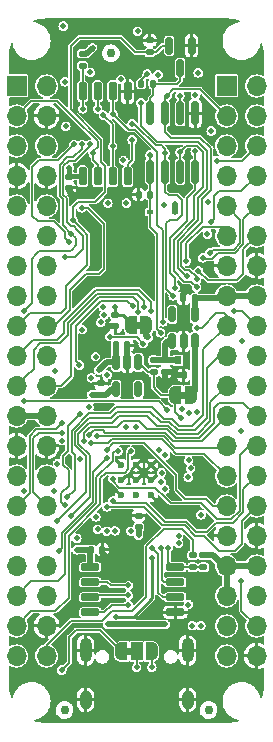
<source format=gbr>
G04 #@! TF.GenerationSoftware,KiCad,Pcbnew,(6.0.5)*
G04 #@! TF.CreationDate,2022-12-13T18:03:46-08:00*
G04 #@! TF.ProjectId,pico-ice,7069636f-2d69-4636-952e-6b696361645f,REV1*
G04 #@! TF.SameCoordinates,Original*
G04 #@! TF.FileFunction,Copper,L4,Bot*
G04 #@! TF.FilePolarity,Positive*
%FSLAX46Y46*%
G04 Gerber Fmt 4.6, Leading zero omitted, Abs format (unit mm)*
G04 Created by KiCad (PCBNEW (6.0.5)) date 2022-12-13 18:03:46*
%MOMM*%
%LPD*%
G01*
G04 APERTURE LIST*
G04 Aperture macros list*
%AMRoundRect*
0 Rectangle with rounded corners*
0 $1 Rounding radius*
0 $2 $3 $4 $5 $6 $7 $8 $9 X,Y pos of 4 corners*
0 Add a 4 corners polygon primitive as box body*
4,1,4,$2,$3,$4,$5,$6,$7,$8,$9,$2,$3,0*
0 Add four circle primitives for the rounded corners*
1,1,$1+$1,$2,$3*
1,1,$1+$1,$4,$5*
1,1,$1+$1,$6,$7*
1,1,$1+$1,$8,$9*
0 Add four rect primitives between the rounded corners*
20,1,$1+$1,$2,$3,$4,$5,0*
20,1,$1+$1,$4,$5,$6,$7,0*
20,1,$1+$1,$6,$7,$8,$9,0*
20,1,$1+$1,$8,$9,$2,$3,0*%
%AMFreePoly0*
4,1,22,0.500000,-0.750000,0.000000,-0.750000,0.000000,-0.745033,-0.079941,-0.743568,-0.215256,-0.701293,-0.333266,-0.622738,-0.424486,-0.514219,-0.481581,-0.384460,-0.499164,-0.250000,-0.500000,-0.250000,-0.500000,0.250000,-0.499164,0.250000,-0.499963,0.256109,-0.478152,0.396186,-0.417904,0.524511,-0.324060,0.630769,-0.204165,0.706417,-0.067858,0.745374,0.000000,0.744959,0.000000,0.750000,
0.500000,0.750000,0.500000,-0.750000,0.500000,-0.750000,$1*%
%AMFreePoly1*
4,1,20,0.000000,0.744959,0.073905,0.744508,0.209726,0.703889,0.328688,0.626782,0.421226,0.519385,0.479903,0.390333,0.500000,0.250000,0.500000,-0.250000,0.499851,-0.262216,0.476331,-0.402017,0.414519,-0.529596,0.319384,-0.634700,0.198574,-0.708877,0.061801,-0.746166,0.000000,-0.745033,0.000000,-0.750000,-0.500000,-0.750000,-0.500000,0.750000,0.000000,0.750000,0.000000,0.744959,
0.000000,0.744959,$1*%
%AMFreePoly2*
4,1,22,0.550000,-0.750000,0.000000,-0.750000,0.000000,-0.745033,-0.079941,-0.743568,-0.215256,-0.701293,-0.333266,-0.622738,-0.424486,-0.514219,-0.481581,-0.384460,-0.499164,-0.250000,-0.500000,-0.250000,-0.500000,0.250000,-0.499164,0.250000,-0.499963,0.256109,-0.478152,0.396186,-0.417904,0.524511,-0.324060,0.630769,-0.204165,0.706417,-0.067858,0.745374,0.000000,0.744959,0.000000,0.750000,
0.550000,0.750000,0.550000,-0.750000,0.550000,-0.750000,$1*%
%AMFreePoly3*
4,1,20,0.000000,0.744959,0.073905,0.744508,0.209726,0.703889,0.328688,0.626782,0.421226,0.519385,0.479903,0.390333,0.500000,0.250000,0.500000,-0.250000,0.499851,-0.262216,0.476331,-0.402017,0.414519,-0.529596,0.319384,-0.634700,0.198574,-0.708877,0.061801,-0.746166,0.000000,-0.745033,0.000000,-0.750000,-0.550000,-0.750000,-0.550000,0.750000,0.000000,0.750000,0.000000,0.744959,
0.000000,0.744959,$1*%
G04 Aperture macros list end*
G04 #@! TA.AperFunction,ComponentPad*
%ADD10O,1.000000X2.100000*%
G04 #@! TD*
G04 #@! TA.AperFunction,ComponentPad*
%ADD11O,1.000000X1.600000*%
G04 #@! TD*
G04 #@! TA.AperFunction,ComponentPad*
%ADD12R,1.700000X1.700000*%
G04 #@! TD*
G04 #@! TA.AperFunction,ComponentPad*
%ADD13O,1.700000X1.700000*%
G04 #@! TD*
G04 #@! TA.AperFunction,ComponentPad*
%ADD14C,0.600000*%
G04 #@! TD*
G04 #@! TA.AperFunction,SMDPad,CuDef*
%ADD15RoundRect,0.135000X-0.185000X0.135000X-0.185000X-0.135000X0.185000X-0.135000X0.185000X0.135000X0*%
G04 #@! TD*
G04 #@! TA.AperFunction,SMDPad,CuDef*
%ADD16RoundRect,0.140000X-0.170000X0.140000X-0.170000X-0.140000X0.170000X-0.140000X0.170000X0.140000X0*%
G04 #@! TD*
G04 #@! TA.AperFunction,SMDPad,CuDef*
%ADD17C,0.750000*%
G04 #@! TD*
G04 #@! TA.AperFunction,SMDPad,CuDef*
%ADD18R,0.600000X0.450000*%
G04 #@! TD*
G04 #@! TA.AperFunction,SMDPad,CuDef*
%ADD19RoundRect,0.135000X-0.135000X-0.185000X0.135000X-0.185000X0.135000X0.185000X-0.135000X0.185000X0*%
G04 #@! TD*
G04 #@! TA.AperFunction,SMDPad,CuDef*
%ADD20RoundRect,0.140000X0.170000X-0.140000X0.170000X0.140000X-0.170000X0.140000X-0.170000X-0.140000X0*%
G04 #@! TD*
G04 #@! TA.AperFunction,SMDPad,CuDef*
%ADD21RoundRect,0.140000X0.140000X0.170000X-0.140000X0.170000X-0.140000X-0.170000X0.140000X-0.170000X0*%
G04 #@! TD*
G04 #@! TA.AperFunction,SMDPad,CuDef*
%ADD22RoundRect,0.140000X-0.140000X-0.170000X0.140000X-0.170000X0.140000X0.170000X-0.140000X0.170000X0*%
G04 #@! TD*
G04 #@! TA.AperFunction,SMDPad,CuDef*
%ADD23RoundRect,0.150000X-0.150000X0.650000X-0.150000X-0.650000X0.150000X-0.650000X0.150000X0.650000X0*%
G04 #@! TD*
G04 #@! TA.AperFunction,SMDPad,CuDef*
%ADD24RoundRect,0.150000X0.650000X0.150000X-0.650000X0.150000X-0.650000X-0.150000X0.650000X-0.150000X0*%
G04 #@! TD*
G04 #@! TA.AperFunction,SMDPad,CuDef*
%ADD25RoundRect,0.150000X-0.150000X0.825000X-0.150000X-0.825000X0.150000X-0.825000X0.150000X0.825000X0*%
G04 #@! TD*
G04 #@! TA.AperFunction,SMDPad,CuDef*
%ADD26RoundRect,0.135000X0.185000X-0.135000X0.185000X0.135000X-0.185000X0.135000X-0.185000X-0.135000X0*%
G04 #@! TD*
G04 #@! TA.AperFunction,SMDPad,CuDef*
%ADD27RoundRect,0.150000X0.150000X-0.512500X0.150000X0.512500X-0.150000X0.512500X-0.150000X-0.512500X0*%
G04 #@! TD*
G04 #@! TA.AperFunction,SMDPad,CuDef*
%ADD28R,0.600000X0.700000*%
G04 #@! TD*
G04 #@! TA.AperFunction,SMDPad,CuDef*
%ADD29FreePoly0,180.000000*%
G04 #@! TD*
G04 #@! TA.AperFunction,SMDPad,CuDef*
%ADD30FreePoly1,180.000000*%
G04 #@! TD*
G04 #@! TA.AperFunction,SMDPad,CuDef*
%ADD31FreePoly0,0.000000*%
G04 #@! TD*
G04 #@! TA.AperFunction,SMDPad,CuDef*
%ADD32FreePoly1,0.000000*%
G04 #@! TD*
G04 #@! TA.AperFunction,SMDPad,CuDef*
%ADD33RoundRect,0.150000X-0.150000X0.587500X-0.150000X-0.587500X0.150000X-0.587500X0.150000X0.587500X0*%
G04 #@! TD*
G04 #@! TA.AperFunction,SMDPad,CuDef*
%ADD34RoundRect,0.150000X-0.150000X0.512500X-0.150000X-0.512500X0.150000X-0.512500X0.150000X0.512500X0*%
G04 #@! TD*
G04 #@! TA.AperFunction,SMDPad,CuDef*
%ADD35FreePoly2,0.000000*%
G04 #@! TD*
G04 #@! TA.AperFunction,SMDPad,CuDef*
%ADD36R,1.000000X1.500000*%
G04 #@! TD*
G04 #@! TA.AperFunction,SMDPad,CuDef*
%ADD37FreePoly3,0.000000*%
G04 #@! TD*
G04 #@! TA.AperFunction,ViaPad*
%ADD38C,0.508000*%
G04 #@! TD*
G04 #@! TA.AperFunction,Conductor*
%ADD39C,0.508000*%
G04 #@! TD*
G04 #@! TA.AperFunction,Conductor*
%ADD40C,0.381000*%
G04 #@! TD*
G04 #@! TA.AperFunction,Conductor*
%ADD41C,0.152400*%
G04 #@! TD*
G04 #@! TA.AperFunction,Conductor*
%ADD42C,0.254000*%
G04 #@! TD*
G04 APERTURE END LIST*
G36*
X76577000Y-106497400D02*
G01*
X76077000Y-106497400D01*
X76077000Y-105897400D01*
X76577000Y-105897400D01*
X76577000Y-106497400D01*
G37*
G36*
X72817800Y-100587271D02*
G01*
X72317800Y-100587271D01*
X72317800Y-99987271D01*
X72817800Y-99987271D01*
X72817800Y-100587271D01*
G37*
G36*
X71990000Y-128189000D02*
G01*
X71490000Y-128189000D01*
X71490000Y-127589000D01*
X71990000Y-127589000D01*
X71990000Y-128189000D01*
G37*
D10*
X76710000Y-127807000D03*
D11*
X68070000Y-131987000D03*
X76710000Y-131987000D03*
D10*
X68070000Y-127807000D03*
D12*
X80010000Y-80010000D03*
D13*
X82550000Y-80010000D03*
X80010000Y-82550000D03*
X82550000Y-82550000D03*
X80010000Y-85090000D03*
X82550000Y-85090000D03*
X80010000Y-87630000D03*
X82550000Y-87630000D03*
X80010000Y-90170000D03*
X82550000Y-90170000D03*
X80010000Y-92710000D03*
X82550000Y-92710000D03*
X80010000Y-95250000D03*
X82550000Y-95250000D03*
X80010000Y-97790000D03*
X82550000Y-97790000D03*
X80010000Y-100330000D03*
X82550000Y-100330000D03*
X80010000Y-102870000D03*
X82550000Y-102870000D03*
X80010000Y-105410000D03*
X82550000Y-105410000D03*
X80010000Y-107950000D03*
X82550000Y-107950000D03*
X80010000Y-110490000D03*
X82550000Y-110490000D03*
X80010000Y-113030000D03*
X82550000Y-113030000D03*
X80010000Y-115570000D03*
X82550000Y-115570000D03*
X80010000Y-118110000D03*
X82550000Y-118110000D03*
X80010000Y-120650000D03*
X82550000Y-120650000D03*
X80010000Y-123190000D03*
X82550000Y-123190000D03*
X80010000Y-125730000D03*
X82550000Y-125730000D03*
X80010000Y-128270000D03*
X82550000Y-128270000D03*
D12*
X62230000Y-80010000D03*
D13*
X64770000Y-80010000D03*
X62230000Y-82550000D03*
X64770000Y-82550000D03*
X62230000Y-85090000D03*
X64770000Y-85090000D03*
X62230000Y-87630000D03*
X64770000Y-87630000D03*
X62230000Y-90170000D03*
X64770000Y-90170000D03*
X62230000Y-92710000D03*
X64770000Y-92710000D03*
X62230000Y-95250000D03*
X64770000Y-95250000D03*
X62230000Y-97790000D03*
X64770000Y-97790000D03*
X62230000Y-100330000D03*
X64770000Y-100330000D03*
X62230000Y-102870000D03*
X64770000Y-102870000D03*
X62230000Y-105410000D03*
X64770000Y-105410000D03*
X62230000Y-107950000D03*
X64770000Y-107950000D03*
X62230000Y-110490000D03*
X64770000Y-110490000D03*
X62230000Y-113030000D03*
X64770000Y-113030000D03*
X62230000Y-115570000D03*
X64770000Y-115570000D03*
X62230000Y-118110000D03*
X64770000Y-118110000D03*
X62230000Y-120650000D03*
X64770000Y-120650000D03*
X62230000Y-123190000D03*
X64770000Y-123190000D03*
X62230000Y-125730000D03*
X64770000Y-125730000D03*
X62230000Y-128270000D03*
X64770000Y-128270000D03*
D14*
X72364600Y-113385600D03*
X73639600Y-114660600D03*
X71089600Y-112110600D03*
X72364600Y-114660600D03*
X71089600Y-114660600D03*
X71089600Y-113385600D03*
X73639600Y-113385600D03*
X72364600Y-112110600D03*
X73639600Y-112110600D03*
D15*
X78054200Y-119731600D03*
X78054200Y-120751600D03*
D16*
X66710718Y-87691471D03*
X66710718Y-88651471D03*
D17*
X70215918Y-77249471D03*
D18*
X73549800Y-90678000D03*
X75649800Y-90678000D03*
D19*
X72779312Y-79840277D03*
X73799312Y-79840277D03*
D20*
X72567800Y-117370800D03*
X72567800Y-116410800D03*
D21*
X77340400Y-104495600D03*
X76380400Y-104495600D03*
D16*
X74828400Y-103253600D03*
X74828400Y-104213600D03*
D22*
X70640000Y-101955600D03*
X71600000Y-101955600D03*
D23*
X67818000Y-80474000D03*
X69088000Y-80474000D03*
X70358000Y-80474000D03*
X71628000Y-80474000D03*
X71628000Y-87674000D03*
X70358000Y-87674000D03*
X69088000Y-87674000D03*
X67818000Y-87674000D03*
D24*
X75659800Y-120751600D03*
X75659800Y-122021600D03*
X75659800Y-123291600D03*
X75659800Y-124561600D03*
X68459800Y-124561600D03*
X68459800Y-123291600D03*
X68459800Y-122021600D03*
X68459800Y-120751600D03*
D21*
X73530400Y-89204800D03*
X72570400Y-89204800D03*
D16*
X70586600Y-99418200D03*
X70586600Y-100378200D03*
D21*
X77315000Y-97993200D03*
X76355000Y-97993200D03*
D25*
X73533000Y-82320000D03*
X74803000Y-82320000D03*
X76073000Y-82320000D03*
X77343000Y-82320000D03*
X77343000Y-87270000D03*
X76073000Y-87270000D03*
X74803000Y-87270000D03*
X73533000Y-87270000D03*
D26*
X67818000Y-78310200D03*
X67818000Y-77290200D03*
D17*
X66294000Y-132842000D03*
D27*
X77327800Y-101619900D03*
X76377800Y-101619900D03*
X75427800Y-101619900D03*
X75427800Y-99344900D03*
X77327800Y-99344900D03*
D17*
X78486000Y-132842000D03*
D26*
X73837800Y-104243600D03*
X73837800Y-103223600D03*
X77139800Y-120753600D03*
X77139800Y-119733600D03*
D22*
X68531800Y-119278400D03*
X69491800Y-119278400D03*
D28*
X77306400Y-103251000D03*
X75906400Y-103251000D03*
D29*
X76977000Y-106197400D03*
D30*
X75677000Y-106197400D03*
D31*
X71917800Y-100287271D03*
D32*
X73217800Y-100287271D03*
D33*
X75148400Y-76608700D03*
X77048400Y-76608700D03*
X76098400Y-78483700D03*
D34*
X70652600Y-103408900D03*
X71602600Y-103408900D03*
X72552600Y-103408900D03*
X72552600Y-105683900D03*
X70652600Y-105683900D03*
D20*
X69392800Y-106144000D03*
X69392800Y-105184000D03*
D35*
X71090000Y-127889000D03*
D36*
X72390000Y-127889000D03*
D37*
X73690000Y-127889000D03*
D15*
X73507600Y-76147200D03*
X73507600Y-77167200D03*
D38*
X77912118Y-79764071D03*
X78394718Y-93508071D03*
X68453000Y-89204800D03*
X68300600Y-117144800D03*
X69860318Y-100566671D03*
X66675000Y-111607600D03*
X74828400Y-104927400D03*
X69977000Y-120065800D03*
X77073918Y-74912671D03*
X76728469Y-97213871D03*
X68920518Y-95046403D03*
X71551800Y-105841800D03*
X70368318Y-95046403D03*
X67574318Y-97899671D03*
X75565000Y-120015000D03*
X75829318Y-88755671D03*
X68920518Y-91879871D03*
X74965718Y-78824271D03*
X68920518Y-93463137D03*
X69864720Y-107213400D03*
X72852500Y-87384071D03*
X70368318Y-91879871D03*
X71257318Y-84259871D03*
X77851000Y-117221000D03*
X68920518Y-96629671D03*
X68564918Y-75268271D03*
X70368318Y-93463137D03*
X73517918Y-75344471D03*
X75920600Y-125603000D03*
X70368318Y-95918471D03*
X77673200Y-114071400D03*
X69199918Y-104071871D03*
X75946000Y-118110000D03*
X75946000Y-118745000D03*
X77343000Y-105156000D03*
X68666518Y-76766871D03*
X72476518Y-75369871D03*
X77851000Y-116332000D03*
X72364600Y-108864400D03*
X78838589Y-119731600D03*
X66710718Y-86952271D03*
X69087500Y-117551200D03*
X69875400Y-117703600D03*
X67802918Y-100642871D03*
X68387118Y-107196071D03*
X75651518Y-90025671D03*
X67640200Y-111582200D03*
X78394718Y-92542871D03*
X71917928Y-117712403D03*
X74203718Y-79052871D03*
X78445998Y-89822471D03*
X67335400Y-118313200D03*
X67335400Y-119278400D03*
X69961918Y-89949471D03*
X76962000Y-112395000D03*
X68935600Y-116484400D03*
X66177318Y-74938071D03*
X70561200Y-117678200D03*
X72567800Y-118059200D03*
X71501000Y-108864400D03*
X70820636Y-110927236D03*
X71886882Y-110949835D03*
X75082400Y-119100600D03*
X71704200Y-122301000D03*
X71704200Y-123126500D03*
X71704200Y-123952000D03*
X73736200Y-119151400D03*
X74422000Y-119126000D03*
X73365518Y-101303271D03*
X68580000Y-106146600D03*
X71282718Y-86317271D03*
X70586600Y-98755200D03*
X71536718Y-89924071D03*
X73517918Y-85860071D03*
X74432318Y-100922271D03*
X73289318Y-79002071D03*
X72953682Y-101831235D03*
X70114318Y-101227071D03*
X66405918Y-83421671D03*
X69872691Y-111535443D03*
X65821718Y-119362671D03*
X66065400Y-129463800D03*
X65695218Y-111996671D03*
X67741800Y-90322400D03*
X77607318Y-78900471D03*
X67828318Y-81948471D03*
X72755918Y-81440471D03*
X76794518Y-111717271D03*
X76642118Y-96070871D03*
X76073000Y-85616389D03*
X70358000Y-85115400D03*
X78699518Y-83828071D03*
X77480318Y-97061471D03*
X69580918Y-82481871D03*
X66304318Y-79662471D03*
X70393718Y-82405671D03*
X76057918Y-80830871D03*
X74610118Y-99982471D03*
X68717318Y-85700100D03*
X72019318Y-83218471D03*
X75499118Y-97772671D03*
X74803000Y-85699600D03*
X77378718Y-80780071D03*
X73029900Y-98687071D03*
X65440718Y-114308071D03*
X68920518Y-102928871D03*
X72019318Y-84564671D03*
X77347882Y-85560707D03*
X74838718Y-111285471D03*
X75651518Y-97086871D03*
X74330718Y-110802871D03*
X69098318Y-81948471D03*
X74965718Y-80830871D03*
X77480318Y-96375671D03*
X78590616Y-94154032D03*
X76616218Y-94827623D03*
X79182118Y-86342671D03*
X74787918Y-114155671D03*
X74686318Y-90076471D03*
X78724918Y-91491300D03*
X74483118Y-113520671D03*
X78013718Y-94572271D03*
X74508518Y-112758671D03*
X76769118Y-113139671D03*
X77632718Y-95664471D03*
X68395079Y-109568193D03*
X69072918Y-109659871D03*
X68564918Y-110244071D03*
X69850500Y-110797362D03*
X67903058Y-110102527D03*
X70383400Y-113258600D03*
X70358000Y-115163600D03*
X69875400Y-115646200D03*
X66863118Y-116390871D03*
X69367400Y-100025200D03*
X69570600Y-98704400D03*
X69646800Y-99390200D03*
X68564918Y-104732271D03*
X72529900Y-99169671D03*
X73634696Y-99044617D03*
X66116200Y-108534200D03*
X66101618Y-109355071D03*
X62835287Y-114318840D03*
X66101618Y-110040871D03*
X70637400Y-124942600D03*
X73736200Y-120015000D03*
X66504835Y-114838788D03*
X77497340Y-100490471D03*
X74828400Y-125603000D03*
X77825600Y-125704600D03*
X69951600Y-125603000D03*
X77114400Y-125704600D03*
X76784200Y-123926600D03*
X72390000Y-129235200D03*
X73685400Y-129235200D03*
X65669318Y-116848071D03*
X67767200Y-84963000D03*
X66863118Y-92514871D03*
X62847987Y-99066141D03*
X77497340Y-107653271D03*
X69885718Y-104478271D03*
X65491518Y-104148071D03*
X67081400Y-84963000D03*
X76210318Y-107399271D03*
X66685318Y-93251471D03*
X80655318Y-99068071D03*
X68463318Y-78849671D03*
X66329718Y-94470671D03*
X71054118Y-79459271D03*
X81315718Y-101633471D03*
X76819918Y-107678671D03*
X68453000Y-84963000D03*
X67020954Y-91377307D03*
X75004363Y-107424171D03*
X62849918Y-106688071D03*
X81264918Y-121928071D03*
X76167671Y-108110971D03*
X81264918Y-109228071D03*
X66304318Y-115501871D03*
X67624618Y-107754871D03*
X72073200Y-98661671D03*
X67548912Y-103640077D03*
D39*
X70048789Y-100378200D02*
X69860318Y-100566671D01*
X69491800Y-119580600D02*
X69977000Y-120065800D01*
X75668847Y-104495600D02*
X76380400Y-104495600D01*
X74828400Y-104213600D02*
X74828400Y-104927400D01*
X71602600Y-103408900D02*
X71602600Y-101958200D01*
X71602600Y-101958200D02*
X71600000Y-101955600D01*
X66710718Y-88651471D02*
X66710718Y-88882671D01*
X76355000Y-97993200D02*
X76355000Y-97587340D01*
X67032847Y-89204800D02*
X68453000Y-89204800D01*
X70586600Y-100378200D02*
X70048789Y-100378200D01*
X76355000Y-97587340D02*
X76728469Y-97213871D01*
X69491800Y-119278400D02*
X69491800Y-119580600D01*
X75386847Y-104213600D02*
X75668847Y-104495600D01*
X66710718Y-88882671D02*
X67032847Y-89204800D01*
X74828400Y-104213600D02*
X75386847Y-104213600D01*
X77343000Y-105156000D02*
X77343000Y-105831400D01*
X77327800Y-103229600D02*
X77306400Y-103251000D01*
X70640000Y-103396300D02*
X70652600Y-103408900D01*
X77340400Y-104495600D02*
X77340400Y-105153400D01*
X77340400Y-105153400D02*
X77343000Y-105156000D01*
X77327800Y-101619900D02*
X77327800Y-103229600D01*
X70640000Y-101955600D02*
X70640000Y-103396300D01*
X70652600Y-103408900D02*
X69862889Y-103408900D01*
X77343000Y-105831400D02*
X76977000Y-106197400D01*
X77306400Y-103251000D02*
X77306400Y-104461600D01*
X69862889Y-103408900D02*
X69199918Y-104071871D01*
X77306400Y-104461600D02*
X77340400Y-104495600D01*
X68531800Y-119278400D02*
X67335400Y-119278400D01*
X80010000Y-120650000D02*
X80010000Y-123190000D01*
D40*
X66710718Y-87691471D02*
X66710718Y-86952271D01*
D39*
X80010000Y-120650000D02*
X82550000Y-120650000D01*
X67818000Y-77290200D02*
X68143189Y-77290200D01*
X79806800Y-97993200D02*
X80010000Y-97790000D01*
X77327800Y-99344900D02*
X77327800Y-98006000D01*
X80010000Y-120650000D02*
X79756989Y-120650000D01*
X82550000Y-97790000D02*
X80010000Y-97790000D01*
X68459800Y-120751600D02*
X68459800Y-119350400D01*
X68459800Y-119350400D02*
X68531800Y-119278400D01*
X79756989Y-120650000D02*
X78838589Y-119731600D01*
X77327800Y-98006000D02*
X77315000Y-97993200D01*
X78054200Y-119731600D02*
X78838589Y-119731600D01*
X77315000Y-97993200D02*
X79806800Y-97993200D01*
X68143189Y-77290200D02*
X68666518Y-76766871D01*
D40*
X67818000Y-87674000D02*
X66728189Y-87674000D01*
D39*
X75649800Y-90678000D02*
X75649800Y-90027389D01*
X75649800Y-90027389D02*
X75651518Y-90025671D01*
D40*
X66728189Y-87674000D02*
X66710718Y-87691471D01*
D39*
X72567800Y-117370800D02*
X72567800Y-118059200D01*
D41*
X77139800Y-118414800D02*
X77139800Y-119733600D01*
X74676000Y-117525800D02*
X76250800Y-117525800D01*
X73202800Y-123240800D02*
X73202800Y-118999000D01*
X73202800Y-118999000D02*
X74676000Y-117525800D01*
X64770000Y-128270000D02*
X64770000Y-127381000D01*
X64770000Y-127381000D02*
X66878200Y-125272800D01*
X76250800Y-117525800D02*
X77139800Y-118414800D01*
X69443600Y-125272800D02*
X70281800Y-124434600D01*
X72009000Y-124434600D02*
X73202800Y-123240800D01*
X66878200Y-125272800D02*
X69443600Y-125272800D01*
X70281800Y-124434600D02*
X72009000Y-124434600D01*
X63491929Y-121928071D02*
X65724882Y-121928071D01*
X68986400Y-115341400D02*
X68986400Y-113106200D01*
X70555764Y-110927236D02*
X70820636Y-110927236D01*
X65724882Y-121928071D02*
X66344800Y-121308153D01*
X68986400Y-113106200D02*
X70358000Y-111734600D01*
X70358000Y-111734600D02*
X70358000Y-111125000D01*
X66344800Y-121308153D02*
X66344800Y-117983000D01*
X66344800Y-117983000D02*
X68986400Y-115341400D01*
X70358000Y-111125000D02*
X70555764Y-110927236D01*
X62230000Y-123190000D02*
X63491929Y-121928071D01*
X71704200Y-111132517D02*
X71704200Y-111554553D01*
X66649600Y-122116189D02*
X66649600Y-121158000D01*
X71704200Y-111554553D02*
X71704200Y-112420400D01*
X69316600Y-113233200D02*
X69316600Y-115075452D01*
X65521682Y-124468071D02*
X66649600Y-123340153D01*
X63491929Y-124468071D02*
X65521682Y-124468071D01*
X69316600Y-115075452D02*
X69316600Y-115417600D01*
X66649600Y-118338600D02*
X66649600Y-118110000D01*
X71374000Y-112750600D02*
X69799200Y-112750600D01*
X69316600Y-115417600D02*
X66649600Y-118084600D01*
X62230000Y-125730000D02*
X63491929Y-124468071D01*
X66649600Y-118084600D02*
X66649600Y-118338600D01*
X71886882Y-110949835D02*
X71704200Y-111132517D01*
X66649600Y-123340153D02*
X66649600Y-122116189D01*
X66649600Y-118592600D02*
X66649600Y-118338600D01*
X69799200Y-112750600D02*
X69316600Y-113233200D01*
X71704200Y-112420400D02*
X71374000Y-112750600D01*
X66649600Y-121158000D02*
X66649600Y-118592600D01*
X77139800Y-120753600D02*
X78052200Y-120753600D01*
X75488800Y-120751600D02*
X75082400Y-120345200D01*
X75082400Y-120345200D02*
X75082400Y-119100600D01*
X75659800Y-120751600D02*
X75488800Y-120751600D01*
X78052200Y-120753600D02*
X78054200Y-120751600D01*
X77137800Y-120751600D02*
X77139800Y-120753600D01*
X75659800Y-120751600D02*
X77137800Y-120751600D01*
D39*
X73837800Y-103223600D02*
X74798400Y-103223600D01*
X75903800Y-103253600D02*
X75906400Y-103251000D01*
X74828400Y-101821589D02*
X74828400Y-102219300D01*
X75427800Y-101619900D02*
X75030089Y-101619900D01*
X74798400Y-103223600D02*
X74828400Y-103253600D01*
X74828400Y-103253600D02*
X74828400Y-102219300D01*
X75030089Y-101619900D02*
X74828400Y-101821589D01*
X74828400Y-103253600D02*
X75903800Y-103253600D01*
D41*
X71704200Y-122301000D02*
X70205600Y-122301000D01*
X70205600Y-122301000D02*
X69926200Y-122021600D01*
X69926200Y-122021600D02*
X68459800Y-122021600D01*
X71704200Y-123126500D02*
X68624900Y-123126500D01*
X68624900Y-123126500D02*
X68459800Y-123291600D01*
X71704200Y-123952000D02*
X70281800Y-123952000D01*
X70281800Y-123952000D02*
X69672200Y-124561600D01*
X69672200Y-124561600D02*
X68459800Y-124561600D01*
X74599800Y-123291600D02*
X75659800Y-123291600D01*
X73736200Y-119151400D02*
X74218800Y-119634000D01*
X74218800Y-119634000D02*
X74218800Y-122910600D01*
X74218800Y-122910600D02*
X74599800Y-123291600D01*
X74701400Y-122021600D02*
X75659800Y-122021600D01*
X74422000Y-119126000D02*
X74549000Y-119253000D01*
X74549000Y-119253000D02*
X74549000Y-121869200D01*
X74549000Y-121869200D02*
X74701400Y-122021600D01*
D39*
X73217800Y-100287271D02*
X73217800Y-101155553D01*
X69827200Y-106144000D02*
X69392800Y-106144000D01*
X69392800Y-106144000D02*
X68582600Y-106144000D01*
X73217800Y-101155553D02*
X73365518Y-101303271D01*
X68582600Y-106144000D02*
X68580000Y-106146600D01*
X70652600Y-105683900D02*
X70287300Y-105683900D01*
X70287300Y-105683900D02*
X69827200Y-106144000D01*
D42*
X71277247Y-99418200D02*
X71917800Y-100058753D01*
X70586600Y-99418200D02*
X70586600Y-98755200D01*
X71917800Y-100058753D02*
X71917800Y-100287271D01*
X70586600Y-99418200D02*
X71277247Y-99418200D01*
D41*
X73533000Y-89202200D02*
X73533000Y-87270000D01*
X73549800Y-89224200D02*
X73530400Y-89204800D01*
X72779318Y-79512071D02*
X73289318Y-79002071D01*
X74127518Y-92565671D02*
X73549800Y-91987953D01*
X73549800Y-91987953D02*
X73549800Y-90678000D01*
X72779318Y-79840271D02*
X72779318Y-79512071D01*
X74127518Y-100185671D02*
X74127518Y-92565671D01*
X74127518Y-100617471D02*
X74432318Y-100922271D01*
X73549800Y-90678000D02*
X73549800Y-89224200D01*
X73530400Y-89204800D02*
X73533000Y-89202200D01*
D40*
X73533000Y-85875153D02*
X73517918Y-85860071D01*
D41*
X73533000Y-87270000D02*
X73533000Y-85875153D01*
X74127518Y-100185671D02*
X74127518Y-100617471D01*
X70165118Y-101277871D02*
X70876318Y-101277871D01*
X71689118Y-101277871D02*
X70876318Y-101277871D01*
X72400318Y-101277871D02*
X71689118Y-101277871D01*
X72953682Y-101831235D02*
X72400318Y-101277871D01*
X70114318Y-101227071D02*
X70165118Y-101277871D01*
X71090000Y-127889000D02*
X69294671Y-126093671D01*
X69294671Y-126093671D02*
X67244118Y-126093671D01*
X66339198Y-117594151D02*
X68707000Y-115226348D01*
X66065880Y-119118509D02*
X65821718Y-119362671D01*
X66685318Y-128843882D02*
X66065400Y-129463800D01*
X66065880Y-119108671D02*
X66065880Y-119118509D01*
X66685318Y-126652471D02*
X66685318Y-128843882D01*
X66065880Y-117867468D02*
X66065880Y-119108671D01*
X67244118Y-126093671D02*
X66685318Y-126652471D01*
X68707000Y-115226348D02*
X68707000Y-112701134D01*
X66339198Y-117594151D02*
X66065880Y-117867468D01*
X68707000Y-112701134D02*
X69872691Y-111535443D01*
X66065400Y-117867948D02*
X66339198Y-117594151D01*
X68317929Y-95893071D02*
X69250718Y-95893071D01*
X66761518Y-98991871D02*
X66761518Y-97264671D01*
X68252047Y-90322400D02*
X67741800Y-90322400D01*
X68133118Y-95893071D02*
X68317929Y-95893071D01*
X65423389Y-100330000D02*
X66761518Y-98991871D01*
X66761518Y-97264671D02*
X68133118Y-95893071D01*
X69250718Y-95893071D02*
X69631718Y-95512071D01*
X69631718Y-95512071D02*
X69631718Y-91702071D01*
X69631718Y-91702071D02*
X68252047Y-90322400D01*
X64770000Y-100330000D02*
X65423389Y-100330000D01*
X77289818Y-91714771D02*
X77632718Y-91371871D01*
X76552466Y-96070871D02*
X76642118Y-96070871D01*
X74127518Y-84767871D02*
X77632718Y-84767871D01*
X67818000Y-78310200D02*
X67818000Y-80474000D01*
X72921018Y-83561371D02*
X72857518Y-83497871D01*
X78369318Y-85504471D02*
X78369318Y-85707671D01*
X78369318Y-85707671D02*
X78369318Y-88730271D01*
X72921018Y-83561371D02*
X74127518Y-84767871D01*
X72921018Y-83561371D02*
X72755918Y-83396271D01*
X77632718Y-84767871D02*
X78369318Y-85504471D01*
X67818000Y-80474000D02*
X67818000Y-81938153D01*
X72755918Y-83396271D02*
X72755918Y-81440471D01*
X75880118Y-93124471D02*
X75880118Y-95398523D01*
X77632718Y-89466871D02*
X78369318Y-88730271D01*
X77289818Y-91714771D02*
X75880118Y-93124471D01*
X75880118Y-95398523D02*
X76552466Y-96070871D01*
X67818000Y-81938153D02*
X67828318Y-81948471D01*
X77632718Y-91371871D02*
X77632718Y-89466871D01*
X76616718Y-85072671D02*
X77505718Y-85072671D01*
X76997718Y-96578871D02*
X77480318Y-97061471D01*
X77277118Y-91295671D02*
X75524518Y-93048271D01*
X69580918Y-82481871D02*
X70358000Y-83258953D01*
X77505718Y-85072671D02*
X78013718Y-85580671D01*
X78013718Y-88603271D02*
X77277118Y-89339871D01*
X70358000Y-85115400D02*
X70358000Y-87674000D01*
X78013718Y-85580671D02*
X78013718Y-88603271D01*
X76073000Y-85616389D02*
X76616718Y-85072671D01*
X70358000Y-83258953D02*
X70358000Y-85115400D01*
X75524518Y-95715271D02*
X76388118Y-96578871D01*
X76388118Y-96578871D02*
X76997718Y-96578871D01*
X76073000Y-87270000D02*
X76073000Y-85616389D01*
X75524518Y-93048271D02*
X75524518Y-95715271D01*
X77277118Y-89339871D02*
X77277118Y-91295671D01*
X70358000Y-80474000D02*
X70358000Y-82369953D01*
X76073000Y-80845953D02*
X76057918Y-80830871D01*
X74610118Y-92235471D02*
X74610118Y-99982471D01*
X71714518Y-83726471D02*
X72297215Y-83726471D01*
X74152918Y-85582176D02*
X74152918Y-91778271D01*
X72297215Y-83726471D02*
X74152918Y-85582176D01*
X74152918Y-91778271D02*
X74610118Y-92235471D01*
X76073000Y-82320000D02*
X76073000Y-80845953D01*
X70358000Y-82369953D02*
X70393718Y-82405671D01*
X70393718Y-82405671D02*
X71714518Y-83726471D01*
X73848598Y-84883403D02*
X72545992Y-83580797D01*
X74803000Y-88948553D02*
X75118598Y-89264151D01*
X68717318Y-85700100D02*
X68717318Y-85529871D01*
X74803000Y-87270000D02*
X74803000Y-88948553D01*
X68717318Y-85529871D02*
X69098798Y-85148391D01*
X74508038Y-85046791D02*
X74203718Y-85046791D01*
X68717318Y-86312507D02*
X68869718Y-86464907D01*
X69088000Y-87674000D02*
X69088000Y-86683189D01*
X76235718Y-90940071D02*
X75854718Y-91321071D01*
X74914918Y-91625871D02*
X74914918Y-97188471D01*
X74610118Y-85148871D02*
X74508038Y-85046791D01*
X75219718Y-91321071D02*
X74914918Y-91625871D01*
X65694718Y-81288071D02*
X67210647Y-82804000D01*
X74203718Y-85046791D02*
X74011985Y-85046790D01*
X75879637Y-89264152D02*
X75879637Y-89313990D01*
X69098798Y-85148391D02*
X69098798Y-84692151D01*
X75118598Y-89264151D02*
X75879637Y-89264152D01*
X74914918Y-97188471D02*
X75499118Y-97772671D01*
X63491929Y-81288071D02*
X65694718Y-81288071D01*
X75879637Y-89313990D02*
X76235718Y-89670071D01*
X74803000Y-87270000D02*
X74803000Y-85699600D01*
X69098798Y-84692151D02*
X67210647Y-82804000D01*
X68717318Y-85700100D02*
X68717318Y-86312507D01*
X76235718Y-89670071D02*
X76235718Y-90940071D01*
X75854718Y-91321071D02*
X75219718Y-91321071D01*
X72183666Y-83218471D02*
X72545992Y-83580797D01*
X68869718Y-86464907D02*
X69088000Y-86683189D01*
X74803000Y-85341753D02*
X74610118Y-85148871D01*
X74011985Y-85046790D02*
X73848598Y-84883403D01*
X74803000Y-85699600D02*
X74803000Y-85341753D01*
X72019318Y-83218471D02*
X72183666Y-83218471D01*
X62230000Y-82550000D02*
X63491929Y-81288071D01*
X64246918Y-101785871D02*
X65897918Y-101785871D01*
X66584198Y-100058191D02*
X69047518Y-97594871D01*
X72425718Y-97594871D02*
X73029900Y-98199053D01*
X66584198Y-101099591D02*
X66584198Y-100058191D01*
X63688118Y-103951883D02*
X63688118Y-102344671D01*
X65897918Y-101785871D02*
X66228118Y-101455671D01*
X63031224Y-104608777D02*
X62230000Y-105410000D01*
X69047518Y-97594871D02*
X72425718Y-97594871D01*
X63688118Y-102344671D02*
X64246918Y-101785871D01*
X66228118Y-101455671D02*
X66584198Y-101099591D01*
X63031224Y-104608777D02*
X63688118Y-103951883D01*
X73029900Y-98199053D02*
X73029900Y-98687071D01*
D39*
X62230000Y-107950000D02*
X64770000Y-107950000D01*
D41*
X77343000Y-88816789D02*
X76654818Y-89504971D01*
X71628000Y-86708589D02*
X71790718Y-86545871D01*
X77343000Y-85565589D02*
X77347882Y-85560707D01*
X76654818Y-89504971D02*
X76654818Y-91486171D01*
X75219718Y-95842271D02*
X75651518Y-96274071D01*
X71790718Y-86545871D02*
X72019318Y-86317271D01*
X77343000Y-87270000D02*
X77343000Y-85565589D01*
X76654818Y-91486171D02*
X75219718Y-92921271D01*
X77343000Y-87270000D02*
X77343000Y-88816789D01*
X72019318Y-86317271D02*
X72019318Y-84564671D01*
X71628000Y-87674000D02*
X71628000Y-86708589D01*
X75651518Y-96274071D02*
X75651518Y-97086871D01*
X75219718Y-92921271D02*
X75219718Y-95842271D01*
X74803000Y-83893953D02*
X74803000Y-82320000D01*
X77480318Y-96197871D02*
X76870718Y-95588271D01*
X76870718Y-95588271D02*
X76464318Y-95588271D01*
X77937518Y-89619271D02*
X78699518Y-88857271D01*
X69088000Y-81938153D02*
X69098318Y-81948471D01*
X77937518Y-91498871D02*
X77937518Y-89619271D01*
X76159518Y-95283471D02*
X76159518Y-93276871D01*
X69088000Y-80474000D02*
X69088000Y-81938153D01*
X76464318Y-95588271D02*
X76159518Y-95283471D01*
X74803000Y-82320000D02*
X74803000Y-80993589D01*
X78699518Y-88857271D02*
X78699518Y-85301271D01*
X75499118Y-80297471D02*
X77759718Y-80297471D01*
X80010000Y-82550000D02*
X77759718Y-80299718D01*
X78699518Y-85301271D02*
X77785118Y-84386871D01*
X74965718Y-80830871D02*
X75499118Y-80297471D01*
X77759718Y-80299718D02*
X77759718Y-80297471D01*
X77785118Y-84386871D02*
X75295918Y-84386871D01*
X76159518Y-93276871D02*
X77937518Y-91498871D01*
X74803000Y-80993589D02*
X74965718Y-80830871D01*
X75295918Y-84386871D02*
X74803000Y-83893953D01*
X77480318Y-96375671D02*
X77480318Y-96197871D01*
X80609545Y-93861551D02*
X78883097Y-93861551D01*
X81163798Y-91323798D02*
X81163798Y-93307298D01*
X80010000Y-90170000D02*
X81163798Y-91323798D01*
X78883097Y-93861551D02*
X78590616Y-94154032D01*
X81163798Y-93307298D02*
X80609545Y-93861551D01*
X77996389Y-91948000D02*
X80137000Y-91948000D01*
X76616218Y-94827623D02*
X76616218Y-93328171D01*
X76616218Y-93328171D02*
X77996389Y-91948000D01*
X82550000Y-85090000D02*
X81297329Y-86342671D01*
X81297329Y-86342671D02*
X79182118Y-86342671D01*
X82550000Y-87630000D02*
X81271929Y-88908071D01*
X78928118Y-91288100D02*
X78928118Y-89339871D01*
X78724918Y-91491300D02*
X78928118Y-91288100D01*
X79359918Y-88908071D02*
X80680718Y-88908071D01*
X78928118Y-89339871D02*
X79359918Y-88908071D01*
X81271929Y-88908071D02*
X80680718Y-88908071D01*
X78089918Y-94648471D02*
X78775718Y-94648471D01*
X81442718Y-93175271D02*
X81442718Y-91277282D01*
X78775718Y-94648471D02*
X79283718Y-94140471D01*
X81442718Y-91277282D02*
X82550000Y-90170000D01*
X80725077Y-94140471D02*
X81442718Y-93422830D01*
X78013718Y-94572271D02*
X78089918Y-94648471D01*
X81442718Y-93422830D02*
X81442718Y-93175271D01*
X79283718Y-94140471D02*
X80725077Y-94140471D01*
X81417318Y-93842682D02*
X81417318Y-93911871D01*
X82550000Y-92710000D02*
X81417318Y-93842682D01*
X77632718Y-95664471D02*
X78420118Y-96451871D01*
X81417318Y-95131071D02*
X81417318Y-93911871D01*
X78420118Y-96451871D02*
X80883918Y-96451871D01*
X81417318Y-95918471D02*
X81417318Y-95131071D01*
X80883918Y-96451871D02*
X81417318Y-95918471D01*
X77948986Y-110093111D02*
X76313358Y-110093111D01*
X69518360Y-109169200D02*
X68794072Y-109169200D01*
X68794072Y-109169200D02*
X68395079Y-109568193D01*
X74796243Y-109373840D02*
X74413549Y-109373840D01*
X76313358Y-110093111D02*
X75515514Y-110093111D01*
X74413549Y-109373840D02*
X69723000Y-109373840D01*
X69723000Y-109373840D02*
X69518360Y-109169200D01*
X80137000Y-107905097D02*
X77948986Y-110093111D01*
X75515514Y-110093111D02*
X74796243Y-109373840D01*
X74680712Y-109652761D02*
X69080028Y-109652761D01*
X75653022Y-110625071D02*
X74680712Y-109652761D01*
X79239929Y-110625071D02*
X75653022Y-110625071D01*
X80137000Y-109728000D02*
X79239929Y-110625071D01*
X69080028Y-109652761D02*
X69072918Y-109659871D01*
X80010000Y-113030000D02*
X78113071Y-111133071D01*
X70840600Y-109931681D02*
X74565180Y-109931681D01*
X75284450Y-110689803D02*
X75727718Y-111133071D01*
X69994328Y-110244071D02*
X70306720Y-109931680D01*
X68564918Y-110244071D02*
X69994328Y-110244071D01*
X74565180Y-109931681D02*
X75284450Y-110650951D01*
X70306720Y-109931680D02*
X70840600Y-109931681D01*
X75284450Y-110650951D02*
X75284450Y-110689803D01*
X75727718Y-111133071D02*
X77988318Y-111133071D01*
X78113071Y-111133071D02*
X77988318Y-111133071D01*
X69850500Y-110797362D02*
X70437262Y-110210600D01*
X73027247Y-110210600D02*
X75727718Y-112911071D01*
X80010000Y-115570000D02*
X78869247Y-115570000D01*
X70437262Y-110210600D02*
X73027247Y-110210600D01*
X76489718Y-114943071D02*
X78242318Y-114943071D01*
X75727718Y-112911071D02*
X75727718Y-114181071D01*
X75727718Y-114181071D02*
X76489718Y-114943071D01*
X78869247Y-115570000D02*
X78242318Y-114943071D01*
X71221600Y-108381800D02*
X72567800Y-108381800D01*
X81440471Y-106840471D02*
X79410718Y-106840471D01*
X79410718Y-106840471D02*
X78943200Y-107307989D01*
X78943200Y-108552589D02*
X78943200Y-107696000D01*
X70739000Y-108864400D02*
X71221600Y-108381800D01*
X68453000Y-108864400D02*
X70739000Y-108864400D01*
X78428189Y-109067600D02*
X78943200Y-108552589D01*
X77708918Y-109786871D02*
X75693060Y-109786871D01*
X75693060Y-109786871D02*
X74973789Y-109067600D01*
X72567800Y-108381800D02*
X73253600Y-109067600D01*
X82550000Y-107950000D02*
X81440471Y-106840471D01*
X78943200Y-107696000D02*
X78943200Y-107307989D01*
X73253600Y-109067600D02*
X74973789Y-109067600D01*
X67903058Y-110102527D02*
X67903058Y-109414342D01*
X78428189Y-109067600D02*
X77708918Y-109786871D01*
X67903058Y-109414342D02*
X68453000Y-108864400D01*
X70942200Y-114020600D02*
X73964800Y-114020600D01*
X73964800Y-114020600D02*
X74799494Y-114855295D01*
X70383400Y-113258600D02*
X70383400Y-113461800D01*
X79207518Y-116695671D02*
X77835918Y-115324071D01*
X80401318Y-116695671D02*
X79207518Y-116695671D01*
X70383400Y-113461800D02*
X70942200Y-114020600D01*
X75268270Y-115324071D02*
X74799494Y-114855295D01*
X82677000Y-109728000D02*
X81137918Y-111267082D01*
X81137918Y-115959071D02*
X80401318Y-116695671D01*
X81137918Y-111267082D02*
X81137918Y-115959071D01*
X77835918Y-115324071D02*
X75268270Y-115324071D01*
X82550000Y-113030000D02*
X81416838Y-114163162D01*
X80528318Y-117000471D02*
X79080518Y-117000471D01*
X78330094Y-117750895D02*
X77441094Y-117750895D01*
X70485000Y-115290600D02*
X73177400Y-115290600D01*
X81416838Y-116111951D02*
X80528318Y-117000471D01*
X79080518Y-117000471D02*
X78330094Y-117750895D01*
X77441094Y-117750895D02*
X76606400Y-116916200D01*
X76606400Y-116916200D02*
X74803000Y-116916200D01*
X70358000Y-115163600D02*
X70485000Y-115290600D01*
X81416838Y-114163162D02*
X81416838Y-116111951D01*
X74803000Y-116916200D02*
X73177400Y-115290600D01*
X74574400Y-117221000D02*
X72999600Y-115646200D01*
X77339494Y-118106495D02*
X76454000Y-117221000D01*
X78129142Y-118106495D02*
X77339494Y-118106495D01*
X79410718Y-119388071D02*
X78129142Y-118106495D01*
X80731518Y-119388071D02*
X79410718Y-119388071D01*
X72999600Y-115646200D02*
X69875400Y-115646200D01*
X82550000Y-115570000D02*
X81290318Y-116829682D01*
X81290318Y-118829271D02*
X80731518Y-119388071D01*
X81290318Y-116829682D02*
X81290318Y-118829271D01*
X76454000Y-117221000D02*
X74574400Y-117221000D01*
X68427600Y-111282337D02*
X68427600Y-114673989D01*
X67446358Y-109439243D02*
X67446358Y-110301095D01*
X80010000Y-105410000D02*
X78638400Y-106781600D01*
X67446358Y-110301095D02*
X68427600Y-111282337D01*
X70901718Y-107958071D02*
X70300189Y-108559600D01*
X70300189Y-108559600D02*
X68326000Y-108559600D01*
X78638400Y-108400189D02*
X77556518Y-109482071D01*
X78638400Y-107180989D02*
X78638400Y-108400189D01*
X77556518Y-109482071D02*
X75782712Y-109482071D01*
X78638400Y-106781600D02*
X78638400Y-107180989D01*
X75089321Y-108788680D02*
X74145327Y-108788680D01*
X74145327Y-108788680D02*
X73314718Y-107958071D01*
X73314718Y-107958071D02*
X70901718Y-107958071D01*
X68427600Y-114826389D02*
X68427600Y-114673989D01*
X75782712Y-109482071D02*
X75089321Y-108788680D01*
X68326000Y-108559600D02*
X67446358Y-109439243D01*
X66863118Y-116390871D02*
X68427600Y-114826389D01*
X66032989Y-105410000D02*
X66863118Y-104579871D01*
X66863118Y-100261871D02*
X69225318Y-97899671D01*
X72529900Y-98308653D02*
X72529900Y-99169671D01*
X69225318Y-97899671D02*
X72120918Y-97899671D01*
X66863118Y-101303271D02*
X66863118Y-100261871D01*
X66863118Y-104579871D02*
X66863118Y-101303271D01*
X64770000Y-105410000D02*
X66032989Y-105410000D01*
X72120918Y-97899671D02*
X72529900Y-98308653D01*
X66215418Y-100934971D02*
X66215418Y-99969771D01*
X68920518Y-97264671D02*
X72578118Y-97264671D01*
X65669318Y-101481071D02*
X66215418Y-100934971D01*
X66215418Y-99969771D02*
X67741800Y-98443389D01*
X73634696Y-98321249D02*
X73634696Y-99044617D01*
X67741800Y-98443389D02*
X68920518Y-97264671D01*
X72578118Y-97264671D02*
X73634696Y-98321249D01*
X62230000Y-102870000D02*
X63618929Y-101481071D01*
X63618929Y-101481071D02*
X65669318Y-101481071D01*
X63332518Y-109659871D02*
X63916718Y-109075671D01*
X62230000Y-115570000D02*
X63332518Y-114467482D01*
X65574729Y-109075671D02*
X66116200Y-108534200D01*
X63916718Y-109075671D02*
X65574729Y-109075671D01*
X63332518Y-114467482D02*
X63332518Y-109659871D01*
X63611438Y-114411438D02*
X63611438Y-109838151D01*
X64094518Y-109355071D02*
X66101618Y-109355071D01*
X64770000Y-115570000D02*
X63611438Y-114411438D01*
X63611438Y-109838151D02*
X64094518Y-109355071D01*
D42*
X72161400Y-124942600D02*
X73736200Y-123367800D01*
X73736200Y-123367800D02*
X73736200Y-120015000D01*
X70637400Y-124942600D02*
X72161400Y-124942600D01*
D41*
X80010000Y-100330000D02*
X80010000Y-99464153D01*
X78028800Y-102311200D02*
X78028800Y-102385153D01*
X67158080Y-113689920D02*
X67157600Y-113689440D01*
X68380677Y-107704071D02*
X66888518Y-109196230D01*
X66888518Y-109196230D02*
X66888518Y-111008318D01*
X77912118Y-100490471D02*
X77497340Y-100490471D01*
X80010000Y-100330000D02*
X78028800Y-102311200D01*
X79791718Y-99245871D02*
X79156718Y-99245871D01*
X78028800Y-107841389D02*
X77048518Y-108821671D01*
X66888518Y-111008318D02*
X67157600Y-111277400D01*
X74678247Y-108178600D02*
X73695718Y-107196071D01*
X70647718Y-107196071D02*
X70139718Y-107704071D01*
X77048518Y-108821671D02*
X76007118Y-108821671D01*
X75364047Y-108178600D02*
X74678247Y-108178600D01*
X80010000Y-99464153D02*
X79791718Y-99245871D01*
X76007118Y-108821671D02*
X75364047Y-108178600D01*
X70139718Y-107704071D02*
X68380677Y-107704071D01*
X67157600Y-111277400D02*
X67157600Y-112522000D01*
X66504835Y-114838788D02*
X67157600Y-114186023D01*
X73695718Y-107196071D02*
X70647718Y-107196071D01*
X67157600Y-114186023D02*
X67157600Y-112522000D01*
X67157600Y-113689440D02*
X67157600Y-112522000D01*
X78028800Y-102385153D02*
X78028800Y-107841389D01*
X79156718Y-99245871D02*
X77912118Y-100490471D01*
D39*
X69951600Y-125603000D02*
X74828400Y-125603000D01*
D41*
X72390000Y-129235200D02*
X72390000Y-127889000D01*
X68394129Y-108085071D02*
X70266718Y-108085071D01*
X73685400Y-127893600D02*
X73690000Y-127889000D01*
X78333600Y-103911400D02*
X80137000Y-102108000D01*
X68122800Y-111371989D02*
X67167438Y-110416627D01*
X77302518Y-109177271D02*
X78333600Y-108146189D01*
X75872364Y-109177271D02*
X77302518Y-109177271D01*
X67167438Y-110416627D02*
X67167438Y-109311761D01*
X73568718Y-107577071D02*
X74440389Y-108448742D01*
X78333600Y-108146189D02*
X78333600Y-103911400D01*
X74440389Y-108448742D02*
X74440389Y-108483400D01*
X74440389Y-108483400D02*
X75178493Y-108483400D01*
X70266718Y-108085071D02*
X70774718Y-107577071D01*
X73685400Y-129235200D02*
X73685400Y-127893600D01*
X70774718Y-107577071D02*
X73568718Y-107577071D01*
X75178493Y-108483400D02*
X75872364Y-109177271D01*
X68122800Y-114394589D02*
X68122800Y-111371989D01*
X67167438Y-109311761D02*
X68394129Y-108085071D01*
X65669318Y-116848071D02*
X68122800Y-114394589D01*
X63510318Y-95105671D02*
X63510318Y-98403810D01*
X67244118Y-93505471D02*
X66888518Y-93861071D01*
X64780318Y-93962671D02*
X64170718Y-93962671D01*
X63865918Y-94267471D02*
X63510318Y-94623071D01*
X67767200Y-85311589D02*
X67767200Y-84963000D01*
X66863118Y-92514871D02*
X66151918Y-91803671D01*
X65898398Y-86672391D02*
X66519737Y-86051052D01*
X67244118Y-92895871D02*
X67244118Y-93327671D01*
X66151918Y-89593871D02*
X65898399Y-89340352D01*
X66786918Y-93962671D02*
X64780318Y-93962671D01*
X67027737Y-86051052D02*
X67767200Y-85311589D01*
X63510318Y-94623071D02*
X63510318Y-95105671D01*
X65898399Y-89340352D02*
X65898398Y-86672391D01*
X66519737Y-86051052D02*
X67027737Y-86051052D01*
X67244118Y-93327671D02*
X67244118Y-93505471D01*
X63510318Y-98403810D02*
X62847987Y-99066141D01*
X64170718Y-93962671D02*
X63865918Y-94267471D01*
X66863118Y-92514871D02*
X67244118Y-92895871D01*
X66888518Y-93861071D02*
X66786918Y-93962671D01*
X66151918Y-91803671D02*
X66151918Y-89593871D01*
X66685318Y-93251471D02*
X66304318Y-92870471D01*
X65389918Y-91473471D02*
X64018318Y-91473471D01*
X66304318Y-92870471D02*
X66304318Y-92387871D01*
X81288071Y-99068071D02*
X80655318Y-99068071D01*
X65752529Y-86291871D02*
X64094518Y-86291871D01*
X64018318Y-91473471D02*
X63535718Y-90990871D01*
X66304318Y-92387871D02*
X65389918Y-91473471D01*
X63535718Y-86850671D02*
X63535718Y-90990871D01*
X64094518Y-86291871D02*
X63535718Y-86850671D01*
X67081400Y-84963000D02*
X65752529Y-86291871D01*
X82550000Y-100330000D02*
X81288071Y-99068071D01*
X66482118Y-91524271D02*
X66482118Y-89517671D01*
X66482118Y-89517671D02*
X66177318Y-89212871D01*
X67853718Y-92692671D02*
X67853718Y-93810271D01*
X67066318Y-91905271D02*
X66863118Y-91905271D01*
X67345718Y-92184671D02*
X67853718Y-92692671D01*
X66863118Y-91905271D02*
X66482118Y-91524271D01*
X67206018Y-86329971D02*
X68453000Y-85082989D01*
X67853718Y-93810271D02*
X67193318Y-94470671D01*
X66647218Y-86329971D02*
X67206018Y-86329971D01*
X68453000Y-85082989D02*
X68453000Y-84963000D01*
X67193318Y-94470671D02*
X66329718Y-94470671D01*
X67345718Y-92184671D02*
X67066318Y-91905271D01*
X66177318Y-86799871D02*
X66647218Y-86329971D01*
X66177318Y-89212871D02*
X66177318Y-86799871D01*
X73507600Y-77167200D02*
X74013600Y-77167200D01*
X67020954Y-90255846D02*
X67462400Y-89814400D01*
X75004363Y-107424171D02*
X74268263Y-106688071D01*
X62230000Y-100330000D02*
X63364929Y-99195071D01*
X69723000Y-86814953D02*
X69377718Y-86469671D01*
X66812318Y-81999271D02*
X66812318Y-76614471D01*
X72292647Y-77167200D02*
X73507600Y-77167200D01*
X69377718Y-86469671D02*
X69377718Y-84564671D01*
X66812318Y-76614471D02*
X67498118Y-75928671D01*
X67498118Y-75928671D02*
X71054118Y-75928671D01*
X74572100Y-76608700D02*
X75148400Y-76608700D01*
X69723000Y-89001600D02*
X69723000Y-86814953D01*
X74268263Y-106688071D02*
X64069118Y-106688071D01*
X67853718Y-92210071D02*
X68234718Y-92591071D01*
X63364929Y-99195071D02*
X65999518Y-99195071D01*
X67462400Y-89814400D02*
X68910200Y-89814400D01*
X68234718Y-95156471D02*
X67853718Y-95537471D01*
X67853718Y-92210071D02*
X67020954Y-91377307D01*
X74013600Y-77167200D02*
X74572100Y-76608700D01*
X68234718Y-92591071D02*
X68234718Y-95156471D01*
X71054118Y-75928671D02*
X72292647Y-77167200D01*
X64069118Y-106688071D02*
X62849918Y-106688071D01*
X69377718Y-84564671D02*
X66812318Y-81999271D01*
X67020954Y-91377307D02*
X67020954Y-90255846D01*
X66405918Y-96985271D02*
X67853718Y-95537471D01*
X68910200Y-89814400D02*
X69723000Y-89001600D01*
X65999518Y-99195071D02*
X66405918Y-98788671D01*
X66405918Y-98788671D02*
X66405918Y-96985271D01*
X75829318Y-79840271D02*
X76098400Y-79571189D01*
X76098400Y-79571189D02*
X76098400Y-78483700D01*
X73533000Y-81069789D02*
X73799318Y-80803471D01*
X73799318Y-80803471D02*
X73799318Y-79840271D01*
X73799318Y-79840271D02*
X75829318Y-79840271D01*
X73533000Y-82320000D02*
X73533000Y-81069789D01*
X74500447Y-106197400D02*
X74038618Y-105735571D01*
X75677000Y-107620300D02*
X76167671Y-108110971D01*
X73837800Y-105534753D02*
X73837800Y-105280753D01*
X74038618Y-105735571D02*
X73837800Y-105534753D01*
X72552600Y-103408900D02*
X73387300Y-104243600D01*
X81264918Y-124444918D02*
X82550000Y-125730000D01*
X81264918Y-121928071D02*
X81264918Y-124444918D01*
X75677000Y-106197400D02*
X74500447Y-106197400D01*
X75677000Y-106197400D02*
X75677000Y-107620300D01*
X73837800Y-104243600D02*
X73837800Y-105280753D01*
X73387300Y-104243600D02*
X73837800Y-104243600D01*
X66558318Y-110955271D02*
X66558318Y-108821171D01*
X72073200Y-98661671D02*
X71616000Y-98204471D01*
X67244118Y-103335283D02*
X67244118Y-100338071D01*
X66634518Y-113723871D02*
X66634518Y-112555471D01*
X69377718Y-98204471D02*
X68615238Y-98966951D01*
X66024918Y-114511271D02*
X66634518Y-113901671D01*
X67244118Y-100338071D02*
X68615238Y-98966951D01*
X66558318Y-108821171D02*
X67624618Y-107754871D01*
X66151918Y-111361671D02*
X66558318Y-110955271D01*
X66304318Y-115501871D02*
X66024918Y-115222471D01*
X66634518Y-112555471D02*
X66151918Y-112072871D01*
X71616000Y-98204471D02*
X69377718Y-98204471D01*
X66634518Y-113901671D02*
X66634518Y-113723871D01*
X66024918Y-115222471D02*
X66024918Y-114511271D01*
X66151918Y-112072871D02*
X66151918Y-111361671D01*
X67548912Y-103640077D02*
X67244118Y-103335283D01*
G04 #@! TA.AperFunction,Conductor*
G36*
X69448151Y-115662005D02*
G01*
X69477656Y-115704142D01*
X69479291Y-115711834D01*
X69488791Y-115771817D01*
X69546531Y-115885138D01*
X69636462Y-115975069D01*
X69641738Y-115977757D01*
X69641739Y-115977758D01*
X69686259Y-116000442D01*
X69749783Y-116032809D01*
X69875400Y-116052705D01*
X70001017Y-116032809D01*
X70064541Y-116000442D01*
X70109061Y-115977758D01*
X70109062Y-115977757D01*
X70114338Y-115975069D01*
X70204269Y-115885138D01*
X70206547Y-115880666D01*
X70248854Y-115852133D01*
X70267043Y-115849900D01*
X72079952Y-115849900D01*
X72128290Y-115867493D01*
X72154010Y-115912042D01*
X72145077Y-115962700D01*
X72133126Y-115978274D01*
X72079264Y-116032136D01*
X72072385Y-116041603D01*
X72021100Y-116142257D01*
X72017487Y-116153377D01*
X72004262Y-116236875D01*
X72003800Y-116242747D01*
X72003800Y-116270541D01*
X72007497Y-116280698D01*
X72012869Y-116283800D01*
X73118540Y-116283800D01*
X73128697Y-116280103D01*
X73131799Y-116274731D01*
X73131799Y-116248023D01*
X73149392Y-116199685D01*
X73193941Y-116173965D01*
X73244599Y-116182898D01*
X73260173Y-116194849D01*
X74398196Y-117332871D01*
X74403873Y-117339231D01*
X74407218Y-117343436D01*
X74410883Y-117351068D01*
X74421836Y-117359827D01*
X74429588Y-117366027D01*
X74456350Y-117409957D01*
X74448614Y-117460812D01*
X74435795Y-117477930D01*
X73751924Y-118161800D01*
X73090924Y-118822800D01*
X73084564Y-118828477D01*
X73080364Y-118831818D01*
X73072732Y-118835483D01*
X73053338Y-118859734D01*
X73047783Y-118865941D01*
X73042522Y-118871202D01*
X73040275Y-118874777D01*
X73038759Y-118877189D01*
X73033823Y-118884134D01*
X73019977Y-118901448D01*
X73019975Y-118901451D01*
X73014688Y-118908063D01*
X73012791Y-118916314D01*
X73011268Y-118919465D01*
X73010109Y-118922774D01*
X73005603Y-118929943D01*
X73004652Y-118938357D01*
X73002163Y-118960373D01*
X73000726Y-118968779D01*
X73000053Y-118971704D01*
X73000052Y-118971713D01*
X72999100Y-118975852D01*
X72999100Y-118983227D01*
X72998624Y-118991674D01*
X72995163Y-119022290D01*
X72997954Y-119030282D01*
X72998631Y-119036319D01*
X72999100Y-119044701D01*
X72999100Y-123125276D01*
X72981507Y-123173614D01*
X72977074Y-123178450D01*
X72227756Y-123927768D01*
X72181136Y-123949508D01*
X72131449Y-123936194D01*
X72101944Y-123894057D01*
X72100308Y-123886358D01*
X72098461Y-123874693D01*
X72090809Y-123826383D01*
X72055043Y-123756189D01*
X72035758Y-123718339D01*
X72035757Y-123718338D01*
X72033069Y-123713062D01*
X71943138Y-123623131D01*
X71910015Y-123606254D01*
X71874933Y-123568633D01*
X71872241Y-123517264D01*
X71903198Y-123476182D01*
X71910015Y-123472246D01*
X71937861Y-123458058D01*
X71937862Y-123458057D01*
X71943138Y-123455369D01*
X72033069Y-123365438D01*
X72036325Y-123359049D01*
X72088122Y-123257390D01*
X72090809Y-123252117D01*
X72110705Y-123126500D01*
X72090809Y-123000883D01*
X72046321Y-122913570D01*
X72035758Y-122892839D01*
X72035757Y-122892838D01*
X72033069Y-122887562D01*
X71943138Y-122797631D01*
X71910015Y-122780754D01*
X71874933Y-122743133D01*
X71872241Y-122691764D01*
X71903198Y-122650682D01*
X71910015Y-122646746D01*
X71937861Y-122632558D01*
X71937862Y-122632557D01*
X71943138Y-122629869D01*
X72033069Y-122539938D01*
X72090809Y-122426617D01*
X72110705Y-122301000D01*
X72090809Y-122175383D01*
X72049886Y-122095067D01*
X72035758Y-122067339D01*
X72035757Y-122067338D01*
X72033069Y-122062062D01*
X71943138Y-121972131D01*
X71829817Y-121914391D01*
X71704200Y-121894495D01*
X71578583Y-121914391D01*
X71465262Y-121972131D01*
X71375331Y-122062062D01*
X71373053Y-122066534D01*
X71330746Y-122095067D01*
X71312557Y-122097300D01*
X70321124Y-122097300D01*
X70272786Y-122079707D01*
X70267950Y-122075274D01*
X70102400Y-121909724D01*
X70096723Y-121903364D01*
X70093382Y-121899164D01*
X70089717Y-121891532D01*
X70065465Y-121872137D01*
X70059259Y-121866583D01*
X70053998Y-121861322D01*
X70048011Y-121857559D01*
X70041066Y-121852623D01*
X70023752Y-121838777D01*
X70023749Y-121838775D01*
X70017137Y-121833488D01*
X70008886Y-121831591D01*
X70005735Y-121830068D01*
X70002426Y-121828909D01*
X69995257Y-121824403D01*
X69978498Y-121822509D01*
X69964827Y-121820963D01*
X69956421Y-121819526D01*
X69953496Y-121818853D01*
X69953487Y-121818852D01*
X69949348Y-121817900D01*
X69941973Y-121817900D01*
X69933526Y-121817424D01*
X69911323Y-121814914D01*
X69902910Y-121813963D01*
X69894918Y-121816754D01*
X69888881Y-121817431D01*
X69880499Y-121817900D01*
X69438510Y-121817900D01*
X69390172Y-121800307D01*
X69369787Y-121773231D01*
X69342457Y-121711700D01*
X69337546Y-121706798D01*
X69337545Y-121706796D01*
X69274208Y-121643570D01*
X69274207Y-121643569D01*
X69269294Y-121638665D01*
X69262944Y-121635858D01*
X69262943Y-121635857D01*
X69234996Y-121623502D01*
X69174745Y-121596865D01*
X69153286Y-121594363D01*
X69153192Y-121594352D01*
X69153191Y-121594352D01*
X69151030Y-121594100D01*
X67768570Y-121594100D01*
X67766362Y-121594363D01*
X67766358Y-121594363D01*
X67750838Y-121596210D01*
X67744376Y-121596979D01*
X67649900Y-121638943D01*
X67644998Y-121643854D01*
X67644996Y-121643855D01*
X67581770Y-121707192D01*
X67576865Y-121712106D01*
X67574058Y-121718456D01*
X67574057Y-121718457D01*
X67570747Y-121725945D01*
X67535065Y-121806655D01*
X67532300Y-121830370D01*
X67532300Y-122212830D01*
X67532563Y-122215038D01*
X67532563Y-122215042D01*
X67534252Y-122229237D01*
X67535179Y-122237024D01*
X67577143Y-122331500D01*
X67582054Y-122336402D01*
X67582055Y-122336404D01*
X67645392Y-122399630D01*
X67650306Y-122404535D01*
X67656656Y-122407342D01*
X67656657Y-122407343D01*
X67669173Y-122412876D01*
X67744855Y-122446335D01*
X67750473Y-122446990D01*
X67766408Y-122448848D01*
X67766409Y-122448848D01*
X67768570Y-122449100D01*
X69151030Y-122449100D01*
X69153238Y-122448837D01*
X69153242Y-122448837D01*
X69169619Y-122446888D01*
X69175224Y-122446221D01*
X69269700Y-122404257D01*
X69274602Y-122399346D01*
X69274604Y-122399345D01*
X69337830Y-122336008D01*
X69337831Y-122336007D01*
X69342735Y-122331094D01*
X69369704Y-122270092D01*
X69405338Y-122232997D01*
X69438481Y-122225300D01*
X69810676Y-122225300D01*
X69859014Y-122242893D01*
X69863850Y-122247326D01*
X70029400Y-122412876D01*
X70035077Y-122419236D01*
X70038418Y-122423436D01*
X70042083Y-122431068D01*
X70064302Y-122448837D01*
X70066334Y-122450462D01*
X70072541Y-122456017D01*
X70077802Y-122461278D01*
X70081377Y-122463525D01*
X70083789Y-122465041D01*
X70090734Y-122469977D01*
X70108048Y-122483823D01*
X70108051Y-122483825D01*
X70114663Y-122489112D01*
X70122913Y-122491009D01*
X70126067Y-122492534D01*
X70129377Y-122493693D01*
X70136542Y-122498196D01*
X70166973Y-122501636D01*
X70175370Y-122503071D01*
X70182452Y-122504700D01*
X70189830Y-122504700D01*
X70198278Y-122505176D01*
X70220478Y-122507686D01*
X70228890Y-122508637D01*
X70236882Y-122505846D01*
X70242919Y-122505169D01*
X70251301Y-122504700D01*
X71312557Y-122504700D01*
X71360895Y-122522293D01*
X71372900Y-122535168D01*
X71375331Y-122539938D01*
X71465262Y-122629869D01*
X71470538Y-122632557D01*
X71470539Y-122632558D01*
X71498385Y-122646746D01*
X71533467Y-122684367D01*
X71536159Y-122735736D01*
X71505202Y-122776818D01*
X71498385Y-122780754D01*
X71465262Y-122797631D01*
X71375331Y-122887562D01*
X71373053Y-122892034D01*
X71330746Y-122920567D01*
X71312557Y-122922800D01*
X69310965Y-122922800D01*
X69271088Y-122910456D01*
X69269294Y-122908665D01*
X69174745Y-122866865D01*
X69153286Y-122864363D01*
X69153192Y-122864352D01*
X69153191Y-122864352D01*
X69151030Y-122864100D01*
X67768570Y-122864100D01*
X67766362Y-122864363D01*
X67766358Y-122864363D01*
X67750838Y-122866210D01*
X67744376Y-122866979D01*
X67649900Y-122908943D01*
X67644998Y-122913854D01*
X67644996Y-122913855D01*
X67581770Y-122977192D01*
X67576865Y-122982106D01*
X67574058Y-122988455D01*
X67574057Y-122988457D01*
X67573598Y-122989496D01*
X67535065Y-123076655D01*
X67532300Y-123100370D01*
X67532300Y-123482830D01*
X67532563Y-123485038D01*
X67532563Y-123485042D01*
X67533993Y-123497057D01*
X67535179Y-123507024D01*
X67577143Y-123601500D01*
X67582054Y-123606402D01*
X67582055Y-123606404D01*
X67645392Y-123669630D01*
X67650306Y-123674535D01*
X67656656Y-123677342D01*
X67656657Y-123677343D01*
X67670521Y-123683472D01*
X67744855Y-123716335D01*
X67750473Y-123716990D01*
X67766408Y-123718848D01*
X67766409Y-123718848D01*
X67768570Y-123719100D01*
X69151030Y-123719100D01*
X69153238Y-123718837D01*
X69153242Y-123718837D01*
X69169619Y-123716888D01*
X69175224Y-123716221D01*
X69269700Y-123674257D01*
X69274602Y-123669346D01*
X69274604Y-123669345D01*
X69337830Y-123606008D01*
X69337831Y-123606007D01*
X69342735Y-123601094D01*
X69346443Y-123592708D01*
X69367478Y-123545126D01*
X69384535Y-123506545D01*
X69387300Y-123482830D01*
X69387300Y-123405400D01*
X69404893Y-123357062D01*
X69449442Y-123331342D01*
X69462500Y-123330200D01*
X71312557Y-123330200D01*
X71360895Y-123347793D01*
X71372900Y-123360668D01*
X71375331Y-123365438D01*
X71465262Y-123455369D01*
X71470538Y-123458057D01*
X71470539Y-123458058D01*
X71498385Y-123472246D01*
X71533467Y-123509867D01*
X71536159Y-123561236D01*
X71505202Y-123602318D01*
X71498385Y-123606254D01*
X71465262Y-123623131D01*
X71375331Y-123713062D01*
X71373053Y-123717534D01*
X71330746Y-123746067D01*
X71312557Y-123748300D01*
X70327280Y-123748300D01*
X70318766Y-123747816D01*
X70313439Y-123747209D01*
X70305452Y-123744404D01*
X70297040Y-123745340D01*
X70297039Y-123745340D01*
X70274583Y-123747839D01*
X70266266Y-123748300D01*
X70258833Y-123748300D01*
X70254722Y-123749238D01*
X70254721Y-123749238D01*
X70251947Y-123749871D01*
X70243536Y-123751294D01*
X70221505Y-123753745D01*
X70221503Y-123753746D01*
X70213087Y-123754682D01*
X70205909Y-123759176D01*
X70202605Y-123760327D01*
X70199446Y-123761847D01*
X70191192Y-123763730D01*
X70172741Y-123778432D01*
X70167238Y-123782817D01*
X70160287Y-123787740D01*
X70154131Y-123791594D01*
X70148916Y-123796809D01*
X70142606Y-123802446D01*
X70118510Y-123821647D01*
X70114832Y-123829273D01*
X70111038Y-123834025D01*
X70105443Y-123840282D01*
X69609850Y-124335874D01*
X69563230Y-124357614D01*
X69556676Y-124357900D01*
X69438510Y-124357900D01*
X69390172Y-124340307D01*
X69369787Y-124313231D01*
X69342457Y-124251700D01*
X69337546Y-124246798D01*
X69337545Y-124246796D01*
X69274208Y-124183570D01*
X69274207Y-124183569D01*
X69269294Y-124178665D01*
X69262944Y-124175858D01*
X69262943Y-124175857D01*
X69227665Y-124160261D01*
X69174745Y-124136865D01*
X69153286Y-124134363D01*
X69153192Y-124134352D01*
X69153191Y-124134352D01*
X69151030Y-124134100D01*
X67768570Y-124134100D01*
X67766362Y-124134363D01*
X67766358Y-124134363D01*
X67750838Y-124136210D01*
X67744376Y-124136979D01*
X67649900Y-124178943D01*
X67644998Y-124183854D01*
X67644996Y-124183855D01*
X67581770Y-124247192D01*
X67576865Y-124252106D01*
X67574058Y-124258456D01*
X67574057Y-124258457D01*
X67570747Y-124265945D01*
X67535065Y-124346655D01*
X67532300Y-124370370D01*
X67532300Y-124752830D01*
X67532563Y-124755038D01*
X67532563Y-124755042D01*
X67534247Y-124769196D01*
X67535179Y-124777024D01*
X67577143Y-124871500D01*
X67582054Y-124876402D01*
X67582055Y-124876404D01*
X67646443Y-124940679D01*
X67668223Y-124987280D01*
X67654953Y-125036979D01*
X67612842Y-125066521D01*
X67593315Y-125069100D01*
X66923680Y-125069100D01*
X66915166Y-125068616D01*
X66909839Y-125068009D01*
X66901852Y-125065204D01*
X66893440Y-125066140D01*
X66893439Y-125066140D01*
X66870985Y-125068639D01*
X66862668Y-125069100D01*
X66855233Y-125069100D01*
X66851119Y-125070038D01*
X66851114Y-125070039D01*
X66848329Y-125070674D01*
X66839928Y-125072094D01*
X66817907Y-125074545D01*
X66817903Y-125074546D01*
X66809487Y-125075483D01*
X66802310Y-125079976D01*
X66799008Y-125081126D01*
X66795849Y-125082646D01*
X66787592Y-125084530D01*
X66770777Y-125097930D01*
X66763645Y-125103613D01*
X66756688Y-125108539D01*
X66750530Y-125112394D01*
X66745311Y-125117613D01*
X66739001Y-125123250D01*
X66714910Y-125142447D01*
X66711232Y-125150073D01*
X66707442Y-125154820D01*
X66701847Y-125161077D01*
X65985706Y-125877218D01*
X65939086Y-125898958D01*
X65889399Y-125885644D01*
X65882031Y-125874460D01*
X65859884Y-125857000D01*
X64910259Y-125857000D01*
X64900102Y-125860697D01*
X64897000Y-125866069D01*
X64897000Y-126813951D01*
X64900696Y-126824107D01*
X64903388Y-126825661D01*
X64936453Y-126865066D01*
X64936454Y-126916505D01*
X64918963Y-126943961D01*
X64658124Y-127204800D01*
X64651764Y-127210477D01*
X64647564Y-127213818D01*
X64639932Y-127217483D01*
X64631125Y-127228496D01*
X64620538Y-127241734D01*
X64614983Y-127247941D01*
X64609722Y-127253202D01*
X64607475Y-127256777D01*
X64605959Y-127259189D01*
X64601023Y-127266134D01*
X64581888Y-127290062D01*
X64579532Y-127288178D01*
X64552769Y-127314208D01*
X64543174Y-127317757D01*
X64486742Y-127334366D01*
X64405579Y-127358253D01*
X64405576Y-127358254D01*
X64402050Y-127359292D01*
X64398792Y-127360995D01*
X64398790Y-127360996D01*
X64235430Y-127446399D01*
X64232167Y-127448105D01*
X64229299Y-127450411D01*
X64161995Y-127504525D01*
X64082770Y-127568223D01*
X63959549Y-127715072D01*
X63957778Y-127718294D01*
X63957777Y-127718295D01*
X63928377Y-127771773D01*
X63867198Y-127883058D01*
X63809234Y-128065783D01*
X63787866Y-128256286D01*
X63788174Y-128259954D01*
X63788174Y-128259957D01*
X63799943Y-128400102D01*
X63803907Y-128447311D01*
X63856746Y-128631583D01*
X63944370Y-128802082D01*
X64063443Y-128952314D01*
X64066237Y-128954691D01*
X64066238Y-128954693D01*
X64115082Y-128996262D01*
X64209428Y-129076557D01*
X64212630Y-129078346D01*
X64212632Y-129078348D01*
X64373554Y-129168285D01*
X64373559Y-129168287D01*
X64376765Y-129170079D01*
X64559081Y-129229317D01*
X64628460Y-129237590D01*
X64745772Y-129251579D01*
X64745774Y-129251579D01*
X64749430Y-129252015D01*
X64940562Y-129237308D01*
X65075953Y-129199506D01*
X65121654Y-129186746D01*
X65121656Y-129186745D01*
X65125199Y-129185756D01*
X65231139Y-129132242D01*
X65293021Y-129100983D01*
X65293022Y-129100982D01*
X65296305Y-129099324D01*
X65324634Y-129077191D01*
X65444467Y-128983568D01*
X65444472Y-128983563D01*
X65447365Y-128981303D01*
X65451135Y-128976936D01*
X65503301Y-128916500D01*
X65572624Y-128836189D01*
X65634075Y-128728016D01*
X65665495Y-128672708D01*
X65665496Y-128672706D01*
X65667312Y-128669509D01*
X65712005Y-128535156D01*
X65726659Y-128491106D01*
X65726660Y-128491103D01*
X65727821Y-128487612D01*
X65751847Y-128297425D01*
X65752230Y-128270000D01*
X65752025Y-128267907D01*
X65733884Y-128082884D01*
X65733883Y-128082879D01*
X65733524Y-128079217D01*
X65678117Y-127895701D01*
X65588120Y-127726442D01*
X65581476Y-127718295D01*
X65469287Y-127580738D01*
X65466962Y-127577887D01*
X65455281Y-127568223D01*
X65322087Y-127458036D01*
X65319256Y-127455694D01*
X65292291Y-127441114D01*
X65190001Y-127385806D01*
X65155849Y-127347339D01*
X65154413Y-127295919D01*
X65172594Y-127266482D01*
X66940550Y-125498526D01*
X66987170Y-125476786D01*
X66993724Y-125476500D01*
X69398120Y-125476500D01*
X69406634Y-125476984D01*
X69411961Y-125477591D01*
X69419948Y-125480396D01*
X69428360Y-125479460D01*
X69428361Y-125479460D01*
X69450815Y-125476961D01*
X69459132Y-125476500D01*
X69466567Y-125476500D01*
X69469309Y-125475874D01*
X69518866Y-125487844D01*
X69549407Y-125529236D01*
X69551548Y-125562258D01*
X69545095Y-125603000D01*
X69564991Y-125728617D01*
X69580734Y-125759515D01*
X69619446Y-125835490D01*
X69622731Y-125841938D01*
X69712662Y-125931869D01*
X69717938Y-125934557D01*
X69717939Y-125934558D01*
X69743559Y-125947612D01*
X69825983Y-125989609D01*
X69951600Y-126009505D01*
X69957446Y-126008579D01*
X70071372Y-125990535D01*
X70071373Y-125990535D01*
X70077217Y-125989609D01*
X70080654Y-125987858D01*
X70101856Y-125984500D01*
X74678144Y-125984500D01*
X74699346Y-125987858D01*
X74702783Y-125989609D01*
X74708627Y-125990535D01*
X74708628Y-125990535D01*
X74822554Y-126008579D01*
X74828400Y-126009505D01*
X74954017Y-125989609D01*
X75036441Y-125947612D01*
X75062061Y-125934558D01*
X75062062Y-125934557D01*
X75067338Y-125931869D01*
X75157269Y-125841938D01*
X75160555Y-125835490D01*
X75199266Y-125759515D01*
X75215009Y-125728617D01*
X75218813Y-125704600D01*
X76707895Y-125704600D01*
X76727791Y-125830217D01*
X76756231Y-125886034D01*
X76780297Y-125933265D01*
X76785531Y-125943538D01*
X76875462Y-126033469D01*
X76988783Y-126091209D01*
X77114400Y-126111105D01*
X77240017Y-126091209D01*
X77353338Y-126033469D01*
X77416826Y-125969981D01*
X77463446Y-125948241D01*
X77513133Y-125961555D01*
X77523174Y-125969981D01*
X77586662Y-126033469D01*
X77699983Y-126091209D01*
X77825600Y-126111105D01*
X77951217Y-126091209D01*
X78064538Y-126033469D01*
X78154469Y-125943538D01*
X78159704Y-125933265D01*
X78183769Y-125886034D01*
X78212209Y-125830217D01*
X78230254Y-125716286D01*
X79027866Y-125716286D01*
X79028174Y-125719954D01*
X79028174Y-125719957D01*
X79043293Y-125900005D01*
X79043907Y-125907311D01*
X79096746Y-126091583D01*
X79184370Y-126262082D01*
X79303443Y-126412314D01*
X79306237Y-126414691D01*
X79306238Y-126414693D01*
X79378592Y-126476271D01*
X79449428Y-126536557D01*
X79452630Y-126538346D01*
X79452632Y-126538348D01*
X79613554Y-126628285D01*
X79613559Y-126628287D01*
X79616765Y-126630079D01*
X79620266Y-126631216D01*
X79620267Y-126631217D01*
X79637136Y-126636698D01*
X79799081Y-126689317D01*
X79903916Y-126701818D01*
X79985772Y-126711579D01*
X79985774Y-126711579D01*
X79989430Y-126712015D01*
X80180562Y-126697308D01*
X80342324Y-126652143D01*
X80361654Y-126646746D01*
X80361656Y-126646745D01*
X80365199Y-126645756D01*
X80471958Y-126591828D01*
X80533021Y-126560983D01*
X80533022Y-126560982D01*
X80536305Y-126559324D01*
X80564104Y-126537605D01*
X80684467Y-126443568D01*
X80684472Y-126443563D01*
X80687365Y-126441303D01*
X80812624Y-126296189D01*
X80907312Y-126129509D01*
X80947540Y-126008579D01*
X80966659Y-125951106D01*
X80966660Y-125951103D01*
X80967821Y-125947612D01*
X80991847Y-125757425D01*
X80992230Y-125730000D01*
X80991521Y-125722770D01*
X80973884Y-125542884D01*
X80973883Y-125542879D01*
X80973524Y-125539217D01*
X80918117Y-125355701D01*
X80828120Y-125186442D01*
X80824121Y-125181538D01*
X80733184Y-125070039D01*
X80706962Y-125037887D01*
X80695281Y-125028223D01*
X80562087Y-124918036D01*
X80559256Y-124915694D01*
X80390629Y-124824518D01*
X80344032Y-124810094D01*
X80211018Y-124768919D01*
X80211014Y-124768918D01*
X80207505Y-124767832D01*
X80064771Y-124752830D01*
X80020512Y-124748178D01*
X80020510Y-124748178D01*
X80016857Y-124747794D01*
X79825948Y-124765168D01*
X79760022Y-124784571D01*
X79645579Y-124818253D01*
X79645576Y-124818254D01*
X79642050Y-124819292D01*
X79638792Y-124820995D01*
X79638790Y-124820996D01*
X79484254Y-124901786D01*
X79472167Y-124908105D01*
X79469299Y-124910411D01*
X79369217Y-124990879D01*
X79322770Y-125028223D01*
X79199549Y-125175072D01*
X79197778Y-125178294D01*
X79197777Y-125178295D01*
X79108972Y-125339831D01*
X79107198Y-125343058D01*
X79095504Y-125379921D01*
X79051664Y-125518124D01*
X79049234Y-125525783D01*
X79027866Y-125716286D01*
X78230254Y-125716286D01*
X78232105Y-125704600D01*
X78212209Y-125578983D01*
X78165771Y-125487844D01*
X78157158Y-125470939D01*
X78157157Y-125470938D01*
X78154469Y-125465662D01*
X78064538Y-125375731D01*
X78041637Y-125364062D01*
X77986528Y-125335983D01*
X77951217Y-125317991D01*
X77825600Y-125298095D01*
X77699983Y-125317991D01*
X77664672Y-125335983D01*
X77609564Y-125364062D01*
X77586662Y-125375731D01*
X77523174Y-125439219D01*
X77476554Y-125460959D01*
X77426867Y-125447645D01*
X77416826Y-125439219D01*
X77353338Y-125375731D01*
X77330437Y-125364062D01*
X77275328Y-125335983D01*
X77240017Y-125317991D01*
X77114400Y-125298095D01*
X76988783Y-125317991D01*
X76953472Y-125335983D01*
X76898364Y-125364062D01*
X76875462Y-125375731D01*
X76785531Y-125465662D01*
X76782843Y-125470938D01*
X76782842Y-125470939D01*
X76774229Y-125487844D01*
X76727791Y-125578983D01*
X76707895Y-125704600D01*
X75218813Y-125704600D01*
X75234905Y-125603000D01*
X75215009Y-125477383D01*
X75184146Y-125416811D01*
X75159958Y-125369339D01*
X75159957Y-125369338D01*
X75157269Y-125364062D01*
X75067338Y-125274131D01*
X75035294Y-125257804D01*
X75000212Y-125220183D01*
X74997520Y-125168814D01*
X75028477Y-125127732D01*
X75069434Y-125115600D01*
X75519541Y-125115600D01*
X75529698Y-125111903D01*
X75532800Y-125106531D01*
X75532800Y-125102340D01*
X75786800Y-125102340D01*
X75790497Y-125112497D01*
X75795869Y-125115599D01*
X76338639Y-125115599D01*
X76344514Y-125115136D01*
X76430353Y-125101542D01*
X76441471Y-125097930D01*
X76544948Y-125045206D01*
X76554415Y-125038327D01*
X76636527Y-124956215D01*
X76643406Y-124946748D01*
X76696129Y-124843272D01*
X76699742Y-124832152D01*
X76713338Y-124746313D01*
X76713800Y-124740441D01*
X76713800Y-124701859D01*
X76710103Y-124691702D01*
X76704731Y-124688600D01*
X75800059Y-124688600D01*
X75789902Y-124692297D01*
X75786800Y-124697669D01*
X75786800Y-125102340D01*
X75532800Y-125102340D01*
X75532800Y-124701859D01*
X75529103Y-124691702D01*
X75523731Y-124688600D01*
X74619060Y-124688600D01*
X74608903Y-124692297D01*
X74605801Y-124697669D01*
X74605801Y-124740439D01*
X74606264Y-124746314D01*
X74619858Y-124832153D01*
X74623470Y-124843271D01*
X74676194Y-124946748D01*
X74683073Y-124956215D01*
X74765185Y-125038327D01*
X74774652Y-125045206D01*
X74807693Y-125062041D01*
X74842775Y-125099662D01*
X74845467Y-125151031D01*
X74814510Y-125192113D01*
X74785318Y-125203319D01*
X74745816Y-125209575D01*
X74708628Y-125215465D01*
X74708627Y-125215465D01*
X74702783Y-125216391D01*
X74699346Y-125218142D01*
X74678144Y-125221500D01*
X72423966Y-125221500D01*
X72375628Y-125203907D01*
X72349908Y-125159358D01*
X72358841Y-125108700D01*
X72370792Y-125093126D01*
X73042577Y-124421341D01*
X74605800Y-124421341D01*
X74609497Y-124431498D01*
X74614869Y-124434600D01*
X75519541Y-124434600D01*
X75529698Y-124430903D01*
X75532800Y-124425531D01*
X75532800Y-124020860D01*
X75529103Y-124010703D01*
X75523731Y-124007601D01*
X74980961Y-124007601D01*
X74975086Y-124008064D01*
X74889247Y-124021658D01*
X74878129Y-124025270D01*
X74774652Y-124077994D01*
X74765185Y-124084873D01*
X74683073Y-124166985D01*
X74676194Y-124176452D01*
X74623471Y-124279928D01*
X74619858Y-124291048D01*
X74606262Y-124376887D01*
X74605800Y-124382759D01*
X74605800Y-124421341D01*
X73042577Y-124421341D01*
X73893196Y-123570721D01*
X73904591Y-123561369D01*
X73913525Y-123555400D01*
X73913527Y-123555398D01*
X73919684Y-123551284D01*
X73927242Y-123539974D01*
X73939350Y-123521853D01*
X73943022Y-123516357D01*
X73975934Y-123467101D01*
X73977762Y-123457915D01*
X73988468Y-123404090D01*
X73990700Y-123392867D01*
X73995686Y-123367800D01*
X73992145Y-123349996D01*
X73990700Y-123335328D01*
X73990700Y-123152124D01*
X74008293Y-123103786D01*
X74052842Y-123078066D01*
X74103500Y-123086999D01*
X74119074Y-123098950D01*
X74423600Y-123403476D01*
X74429277Y-123409836D01*
X74432618Y-123414036D01*
X74436283Y-123421668D01*
X74460534Y-123441062D01*
X74466741Y-123446617D01*
X74472002Y-123451878D01*
X74475577Y-123454125D01*
X74477989Y-123455641D01*
X74484934Y-123460577D01*
X74502248Y-123474423D01*
X74502251Y-123474425D01*
X74508863Y-123479712D01*
X74517113Y-123481609D01*
X74520267Y-123483134D01*
X74523577Y-123484293D01*
X74530742Y-123488796D01*
X74561173Y-123492236D01*
X74569570Y-123493671D01*
X74576652Y-123495300D01*
X74584030Y-123495300D01*
X74592478Y-123495776D01*
X74614678Y-123498286D01*
X74623090Y-123499237D01*
X74631082Y-123496446D01*
X74637119Y-123495769D01*
X74645501Y-123495300D01*
X74681090Y-123495300D01*
X74729428Y-123512893D01*
X74749813Y-123539969D01*
X74777143Y-123601500D01*
X74782054Y-123606402D01*
X74782055Y-123606404D01*
X74845392Y-123669630D01*
X74850306Y-123674535D01*
X74856656Y-123677342D01*
X74856657Y-123677343D01*
X74870521Y-123683472D01*
X74944855Y-123716335D01*
X74950473Y-123716990D01*
X74966408Y-123718848D01*
X74966409Y-123718848D01*
X74968570Y-123719100D01*
X76322512Y-123719100D01*
X76370850Y-123736693D01*
X76396570Y-123781242D01*
X76396786Y-123806064D01*
X76386749Y-123869436D01*
X76377695Y-123926600D01*
X76378616Y-123932414D01*
X76361028Y-123980738D01*
X76316479Y-124006458D01*
X76303421Y-124007600D01*
X75800059Y-124007600D01*
X75789902Y-124011297D01*
X75786800Y-124016669D01*
X75786800Y-124421341D01*
X75790497Y-124431498D01*
X75795869Y-124434600D01*
X76700540Y-124434600D01*
X76710697Y-124430903D01*
X76713799Y-124425531D01*
X76713799Y-124407379D01*
X76731392Y-124359041D01*
X76775941Y-124333321D01*
X76782141Y-124332779D01*
X76784200Y-124333105D01*
X76909817Y-124313209D01*
X76993140Y-124270754D01*
X77017861Y-124258158D01*
X77017862Y-124258157D01*
X77023138Y-124255469D01*
X77113069Y-124165538D01*
X77117263Y-124157308D01*
X77168122Y-124057490D01*
X77170809Y-124052217D01*
X77190705Y-123926600D01*
X77170809Y-123800983D01*
X77130607Y-123722082D01*
X77115758Y-123692939D01*
X77115757Y-123692938D01*
X77113069Y-123687662D01*
X77023138Y-123597731D01*
X77010219Y-123591148D01*
X76959667Y-123565391D01*
X76909817Y-123539991D01*
X76784200Y-123520095D01*
X76778354Y-123521021D01*
X76778353Y-123521021D01*
X76674264Y-123537507D01*
X76623769Y-123527692D01*
X76591397Y-123487716D01*
X76587300Y-123463233D01*
X76587300Y-123100370D01*
X76584421Y-123076176D01*
X76542457Y-122981700D01*
X76537546Y-122976798D01*
X76537545Y-122976796D01*
X76474208Y-122913570D01*
X76474207Y-122913569D01*
X76469294Y-122908665D01*
X76462944Y-122905858D01*
X76462943Y-122905857D01*
X76439355Y-122895429D01*
X76374745Y-122866865D01*
X76353286Y-122864363D01*
X76353192Y-122864352D01*
X76353191Y-122864352D01*
X76351030Y-122864100D01*
X74968570Y-122864100D01*
X74966362Y-122864363D01*
X74966358Y-122864363D01*
X74950838Y-122866210D01*
X74944376Y-122866979D01*
X74849900Y-122908943D01*
X74844998Y-122913854D01*
X74844996Y-122913855D01*
X74781770Y-122977192D01*
X74776865Y-122982106D01*
X74760382Y-123019389D01*
X74724748Y-123056484D01*
X74673604Y-123061995D01*
X74638430Y-123042155D01*
X74551066Y-122954790D01*
X74444525Y-122848249D01*
X74422786Y-122801629D01*
X74422500Y-122795075D01*
X74422500Y-122215822D01*
X74440093Y-122167484D01*
X74484642Y-122141764D01*
X74535300Y-122150697D01*
X74544658Y-122157086D01*
X74562144Y-122171070D01*
X74568341Y-122176617D01*
X74573602Y-122181878D01*
X74577177Y-122184125D01*
X74579589Y-122185641D01*
X74586534Y-122190577D01*
X74603848Y-122204423D01*
X74603851Y-122204425D01*
X74610463Y-122209712D01*
X74618713Y-122211609D01*
X74621867Y-122213134D01*
X74625177Y-122214293D01*
X74632342Y-122218796D01*
X74662773Y-122222236D01*
X74671170Y-122223671D01*
X74678252Y-122225300D01*
X74682503Y-122225300D01*
X74686733Y-122225780D01*
X74686561Y-122227291D01*
X74729428Y-122242893D01*
X74749813Y-122269969D01*
X74777143Y-122331500D01*
X74782054Y-122336402D01*
X74782055Y-122336404D01*
X74845392Y-122399630D01*
X74850306Y-122404535D01*
X74856656Y-122407342D01*
X74856657Y-122407343D01*
X74869173Y-122412876D01*
X74944855Y-122446335D01*
X74950473Y-122446990D01*
X74966408Y-122448848D01*
X74966409Y-122448848D01*
X74968570Y-122449100D01*
X76351030Y-122449100D01*
X76353238Y-122448837D01*
X76353242Y-122448837D01*
X76369619Y-122446888D01*
X76375224Y-122446221D01*
X76469700Y-122404257D01*
X76474602Y-122399346D01*
X76474604Y-122399345D01*
X76537830Y-122336008D01*
X76537831Y-122336007D01*
X76542735Y-122331094D01*
X76584535Y-122236545D01*
X76587300Y-122212830D01*
X76587300Y-121830370D01*
X76586124Y-121820483D01*
X76585088Y-121811781D01*
X76584421Y-121806176D01*
X76542457Y-121711700D01*
X76537546Y-121706798D01*
X76537545Y-121706796D01*
X76474208Y-121643570D01*
X76474207Y-121643569D01*
X76469294Y-121638665D01*
X76462944Y-121635858D01*
X76462943Y-121635857D01*
X76434996Y-121623502D01*
X76374745Y-121596865D01*
X76353286Y-121594363D01*
X76353192Y-121594352D01*
X76353191Y-121594352D01*
X76351030Y-121594100D01*
X74968570Y-121594100D01*
X74966362Y-121594363D01*
X74966358Y-121594363D01*
X74950838Y-121596210D01*
X74944376Y-121596979D01*
X74858426Y-121635156D01*
X74807109Y-121638700D01*
X74765519Y-121608428D01*
X74752700Y-121566431D01*
X74752700Y-121206850D01*
X74770293Y-121158512D01*
X74814842Y-121132792D01*
X74858306Y-121138072D01*
X74944855Y-121176335D01*
X74950473Y-121176990D01*
X74966408Y-121178848D01*
X74966409Y-121178848D01*
X74968570Y-121179100D01*
X76351030Y-121179100D01*
X76353238Y-121178837D01*
X76353242Y-121178837D01*
X76369619Y-121176888D01*
X76375224Y-121176221D01*
X76469700Y-121134257D01*
X76474602Y-121129346D01*
X76474604Y-121129345D01*
X76537830Y-121066008D01*
X76537831Y-121066007D01*
X76542735Y-121061094D01*
X76569704Y-121000092D01*
X76605338Y-120962997D01*
X76638481Y-120955300D01*
X76644050Y-120955300D01*
X76692388Y-120972893D01*
X76706291Y-120991851D01*
X76707530Y-120991023D01*
X76765548Y-121077852D01*
X76771705Y-121081966D01*
X76846218Y-121131755D01*
X76846219Y-121131756D01*
X76852377Y-121135870D01*
X76859639Y-121137314D01*
X76859640Y-121137315D01*
X76915264Y-121148379D01*
X76928944Y-121151100D01*
X77350656Y-121151100D01*
X77364336Y-121148379D01*
X77419960Y-121137315D01*
X77419961Y-121137314D01*
X77427223Y-121135870D01*
X77433381Y-121131756D01*
X77433382Y-121131755D01*
X77507895Y-121081966D01*
X77514052Y-121077852D01*
X77535143Y-121046288D01*
X77576625Y-121015872D01*
X77627955Y-121019237D01*
X77660193Y-121046287D01*
X77679948Y-121075852D01*
X77686105Y-121079966D01*
X77760618Y-121129755D01*
X77760619Y-121129756D01*
X77766777Y-121133870D01*
X77774039Y-121135314D01*
X77774040Y-121135315D01*
X77839719Y-121148379D01*
X77843344Y-121149100D01*
X78265056Y-121149100D01*
X78268681Y-121148379D01*
X78334360Y-121135315D01*
X78334361Y-121135314D01*
X78341623Y-121133870D01*
X78347781Y-121129756D01*
X78347782Y-121129755D01*
X78422295Y-121079966D01*
X78428452Y-121075852D01*
X78438313Y-121061094D01*
X78482355Y-120995182D01*
X78482356Y-120995181D01*
X78486470Y-120989023D01*
X78489679Y-120972893D01*
X78500979Y-120916081D01*
X78500979Y-120916080D01*
X78501700Y-120912456D01*
X78501700Y-120590744D01*
X78493178Y-120547900D01*
X78487915Y-120521440D01*
X78487914Y-120521439D01*
X78486470Y-120514177D01*
X78474837Y-120496766D01*
X78432566Y-120433505D01*
X78428452Y-120427348D01*
X78350775Y-120375445D01*
X78347782Y-120373445D01*
X78347781Y-120373444D01*
X78341623Y-120369330D01*
X78334361Y-120367886D01*
X78334360Y-120367885D01*
X78268681Y-120354821D01*
X78268680Y-120354821D01*
X78265056Y-120354100D01*
X77843344Y-120354100D01*
X77839720Y-120354821D01*
X77839719Y-120354821D01*
X77774040Y-120367885D01*
X77774039Y-120367886D01*
X77766777Y-120369330D01*
X77760619Y-120373444D01*
X77760618Y-120373445D01*
X77757625Y-120375445D01*
X77679948Y-120427348D01*
X77675834Y-120433505D01*
X77658858Y-120458911D01*
X77617375Y-120489328D01*
X77566045Y-120485963D01*
X77533806Y-120458912D01*
X77514052Y-120429348D01*
X77502788Y-120421821D01*
X77433382Y-120375445D01*
X77433381Y-120375444D01*
X77427223Y-120371330D01*
X77419961Y-120369886D01*
X77419960Y-120369885D01*
X77354281Y-120356821D01*
X77354280Y-120356821D01*
X77350656Y-120356100D01*
X76928944Y-120356100D01*
X76925320Y-120356821D01*
X76925319Y-120356821D01*
X76859640Y-120369885D01*
X76859639Y-120369886D01*
X76852377Y-120371330D01*
X76846219Y-120375444D01*
X76846218Y-120375445D01*
X76776812Y-120421821D01*
X76765548Y-120429348D01*
X76708867Y-120514177D01*
X76708665Y-120514479D01*
X76667182Y-120544896D01*
X76646139Y-120547900D01*
X76638510Y-120547900D01*
X76590172Y-120530307D01*
X76569787Y-120503231D01*
X76542457Y-120441700D01*
X76537546Y-120436798D01*
X76537545Y-120436796D01*
X76474208Y-120373570D01*
X76474207Y-120373569D01*
X76469294Y-120368665D01*
X76462944Y-120365858D01*
X76462943Y-120365857D01*
X76436349Y-120354100D01*
X76374745Y-120326865D01*
X76353286Y-120324363D01*
X76353192Y-120324352D01*
X76353191Y-120324352D01*
X76351030Y-120324100D01*
X75380524Y-120324100D01*
X75332186Y-120306507D01*
X75327350Y-120302074D01*
X75308126Y-120282850D01*
X75286386Y-120236230D01*
X75286100Y-120229676D01*
X75286100Y-119492243D01*
X75303693Y-119443905D01*
X75316568Y-119431900D01*
X75321338Y-119429469D01*
X75411269Y-119339538D01*
X75421210Y-119320029D01*
X75466322Y-119231490D01*
X75469009Y-119226217D01*
X75488905Y-119100600D01*
X75478212Y-119033088D01*
X75488027Y-118982594D01*
X75528003Y-118950222D01*
X75579435Y-118951120D01*
X75613322Y-118977121D01*
X75614445Y-118978667D01*
X75617131Y-118983938D01*
X75707062Y-119073869D01*
X75712338Y-119076557D01*
X75712339Y-119076558D01*
X75756145Y-119098878D01*
X75820383Y-119131609D01*
X75946000Y-119151505D01*
X76071617Y-119131609D01*
X76135855Y-119098878D01*
X76179661Y-119076558D01*
X76179662Y-119076557D01*
X76184938Y-119073869D01*
X76274869Y-118983938D01*
X76278343Y-118977121D01*
X76316900Y-118901448D01*
X76332609Y-118870617D01*
X76352505Y-118745000D01*
X76332609Y-118619383D01*
X76291761Y-118539215D01*
X76277558Y-118511339D01*
X76277557Y-118511338D01*
X76274869Y-118506062D01*
X76249481Y-118480674D01*
X76227741Y-118434054D01*
X76241055Y-118384367D01*
X76249481Y-118374326D01*
X76274869Y-118348938D01*
X76285646Y-118327788D01*
X76329922Y-118240890D01*
X76332609Y-118235617D01*
X76352505Y-118110000D01*
X76351579Y-118104154D01*
X76351579Y-118098236D01*
X76353941Y-118098236D01*
X76361932Y-118057098D01*
X76401903Y-118024720D01*
X76453336Y-118025611D01*
X76479570Y-118042646D01*
X76914074Y-118477149D01*
X76935814Y-118523769D01*
X76936100Y-118530323D01*
X76936100Y-119272961D01*
X76918507Y-119321299D01*
X76875572Y-119346716D01*
X76859640Y-119349885D01*
X76859639Y-119349886D01*
X76852377Y-119351330D01*
X76846219Y-119355444D01*
X76846218Y-119355445D01*
X76844153Y-119356825D01*
X76765548Y-119409348D01*
X76761434Y-119415505D01*
X76716786Y-119482325D01*
X76707530Y-119496177D01*
X76706086Y-119503439D01*
X76706085Y-119503440D01*
X76695910Y-119554595D01*
X76692300Y-119572744D01*
X76692300Y-119894456D01*
X76693021Y-119898080D01*
X76693021Y-119898081D01*
X76703555Y-119951037D01*
X76707530Y-119971023D01*
X76765548Y-120057852D01*
X76771705Y-120061966D01*
X76846218Y-120111755D01*
X76846219Y-120111756D01*
X76852377Y-120115870D01*
X76859639Y-120117314D01*
X76859640Y-120117315D01*
X76915264Y-120128379D01*
X76928944Y-120131100D01*
X77350656Y-120131100D01*
X77364336Y-120128379D01*
X77419960Y-120117315D01*
X77419961Y-120117314D01*
X77427223Y-120115870D01*
X77433381Y-120111756D01*
X77433382Y-120111755D01*
X77507895Y-120061966D01*
X77514052Y-120057852D01*
X77535143Y-120026288D01*
X77576625Y-119995872D01*
X77627955Y-119999237D01*
X77660193Y-120026287D01*
X77679948Y-120055852D01*
X77686105Y-120059966D01*
X77760618Y-120109755D01*
X77760619Y-120109756D01*
X77766777Y-120113870D01*
X77774039Y-120115314D01*
X77774040Y-120115315D01*
X77839719Y-120128379D01*
X77843344Y-120129100D01*
X78265056Y-120129100D01*
X78324304Y-120117315D01*
X78338230Y-120114545D01*
X78352901Y-120113100D01*
X78649419Y-120113100D01*
X78697757Y-120130693D01*
X78702593Y-120135126D01*
X79020014Y-120452547D01*
X79041754Y-120499167D01*
X79041571Y-120514102D01*
X79027866Y-120636286D01*
X79028174Y-120639954D01*
X79028174Y-120639957D01*
X79031496Y-120679515D01*
X79043907Y-120827311D01*
X79096746Y-121011583D01*
X79184370Y-121182082D01*
X79303443Y-121332314D01*
X79306237Y-121334691D01*
X79306238Y-121334693D01*
X79403441Y-121417419D01*
X79449428Y-121456557D01*
X79452630Y-121458346D01*
X79452632Y-121458348D01*
X79493133Y-121480983D01*
X79583723Y-121531612D01*
X79589987Y-121535113D01*
X79623599Y-121574053D01*
X79628500Y-121600757D01*
X79628500Y-122240834D01*
X79610907Y-122289172D01*
X79588145Y-122307473D01*
X79472167Y-122368105D01*
X79469299Y-122370411D01*
X79328243Y-122483823D01*
X79322770Y-122488223D01*
X79199549Y-122635072D01*
X79197778Y-122638294D01*
X79197777Y-122638295D01*
X79108972Y-122799831D01*
X79107198Y-122803058D01*
X79099849Y-122826224D01*
X79059066Y-122954790D01*
X79049234Y-122985783D01*
X79027866Y-123176286D01*
X79028174Y-123179954D01*
X79028174Y-123179957D01*
X79043570Y-123363301D01*
X79043907Y-123367311D01*
X79078742Y-123488796D01*
X79094193Y-123542678D01*
X79096746Y-123551583D01*
X79184370Y-123722082D01*
X79303443Y-123872314D01*
X79306237Y-123874691D01*
X79306238Y-123874693D01*
X79378502Y-123936194D01*
X79449428Y-123996557D01*
X79452630Y-123998346D01*
X79452632Y-123998348D01*
X79613554Y-124088285D01*
X79613559Y-124088287D01*
X79616765Y-124090079D01*
X79799081Y-124149317D01*
X79868460Y-124157590D01*
X79985772Y-124171579D01*
X79985774Y-124171579D01*
X79989430Y-124172015D01*
X80180562Y-124157308D01*
X80322593Y-124117652D01*
X80361654Y-124106746D01*
X80361656Y-124106745D01*
X80365199Y-124105756D01*
X80491693Y-124041859D01*
X80533021Y-124020983D01*
X80533022Y-124020982D01*
X80536305Y-124019324D01*
X80563153Y-123998348D01*
X80684467Y-123903568D01*
X80684472Y-123903563D01*
X80687365Y-123901303D01*
X80812624Y-123756189D01*
X80897714Y-123606404D01*
X80905495Y-123592708D01*
X80905496Y-123592706D01*
X80907312Y-123589509D01*
X80914664Y-123567409D01*
X80946614Y-123527098D01*
X80997003Y-123516755D01*
X81042252Y-123541221D01*
X81061218Y-123591148D01*
X81061218Y-124399438D01*
X81060734Y-124407952D01*
X81060127Y-124413279D01*
X81057322Y-124421266D01*
X81058258Y-124429678D01*
X81058258Y-124429679D01*
X81060757Y-124452133D01*
X81061218Y-124460450D01*
X81061218Y-124467885D01*
X81062156Y-124471999D01*
X81062157Y-124472004D01*
X81062792Y-124474789D01*
X81064212Y-124483190D01*
X81066663Y-124505211D01*
X81066664Y-124505215D01*
X81067601Y-124513631D01*
X81072094Y-124520808D01*
X81073244Y-124524110D01*
X81074764Y-124527269D01*
X81076648Y-124535526D01*
X81081925Y-124542148D01*
X81095731Y-124559473D01*
X81100657Y-124566430D01*
X81104512Y-124572588D01*
X81109731Y-124577807D01*
X81115368Y-124584117D01*
X81134565Y-124608208D01*
X81142191Y-124611886D01*
X81146938Y-124615676D01*
X81153195Y-124621271D01*
X81688077Y-125156153D01*
X81709817Y-125202773D01*
X81700801Y-125245553D01*
X81647198Y-125343058D01*
X81635504Y-125379921D01*
X81591664Y-125518124D01*
X81589234Y-125525783D01*
X81567866Y-125716286D01*
X81568174Y-125719954D01*
X81568174Y-125719957D01*
X81583293Y-125900005D01*
X81583907Y-125907311D01*
X81636746Y-126091583D01*
X81724370Y-126262082D01*
X81843443Y-126412314D01*
X81846237Y-126414691D01*
X81846238Y-126414693D01*
X81918592Y-126476271D01*
X81989428Y-126536557D01*
X81992630Y-126538346D01*
X81992632Y-126538348D01*
X82153554Y-126628285D01*
X82153559Y-126628287D01*
X82156765Y-126630079D01*
X82160266Y-126631216D01*
X82160267Y-126631217D01*
X82177136Y-126636698D01*
X82339081Y-126689317D01*
X82443916Y-126701818D01*
X82525772Y-126711579D01*
X82525774Y-126711579D01*
X82529430Y-126712015D01*
X82720562Y-126697308D01*
X82882324Y-126652143D01*
X82901654Y-126646746D01*
X82901656Y-126646745D01*
X82905199Y-126645756D01*
X83075394Y-126559784D01*
X83126472Y-126553693D01*
X83169515Y-126581859D01*
X83184500Y-126626906D01*
X83184500Y-127228496D01*
X83166907Y-127276834D01*
X83122358Y-127302554D01*
X83069172Y-127292095D01*
X83056264Y-127283950D01*
X83050158Y-127280839D01*
X82868093Y-127208204D01*
X82861517Y-127206256D01*
X82690005Y-127172140D01*
X82679321Y-127173784D01*
X82677028Y-127176400D01*
X82677000Y-127176548D01*
X82677000Y-129353951D01*
X82680697Y-129364108D01*
X82684249Y-129366159D01*
X82805413Y-129348591D01*
X82812098Y-129346986D01*
X82997698Y-129283983D01*
X83003966Y-129281192D01*
X83072556Y-129242780D01*
X83123327Y-129234512D01*
X83167534Y-129260813D01*
X83184500Y-129308392D01*
X83184500Y-130753244D01*
X83183555Y-130765126D01*
X83180304Y-130785422D01*
X83180676Y-130789946D01*
X83180676Y-130789947D01*
X83182355Y-130810370D01*
X83182377Y-130822424D01*
X83159059Y-131119129D01*
X83158084Y-131126650D01*
X83103676Y-131426631D01*
X83100247Y-131445535D01*
X83098519Y-131452917D01*
X83057162Y-131596516D01*
X83008823Y-131764353D01*
X83006359Y-131771527D01*
X83000158Y-131786988D01*
X82965837Y-131825303D01*
X82914916Y-131832593D01*
X82871223Y-131805446D01*
X82857240Y-131776551D01*
X82811380Y-131585530D01*
X82811379Y-131585526D01*
X82810688Y-131582649D01*
X82779872Y-131508251D01*
X82715171Y-131352051D01*
X82714040Y-131349320D01*
X82665240Y-131269685D01*
X82583627Y-131136506D01*
X82582081Y-131133983D01*
X82431789Y-130958013D01*
X82419975Y-130944180D01*
X82418061Y-130941939D01*
X82226017Y-130777919D01*
X82174059Y-130746079D01*
X82013205Y-130647507D01*
X82013202Y-130647505D01*
X82010680Y-130645960D01*
X81934895Y-130614569D01*
X81780085Y-130550444D01*
X81780080Y-130550442D01*
X81777351Y-130549312D01*
X81774474Y-130548621D01*
X81774470Y-130548620D01*
X81534649Y-130491044D01*
X81531775Y-130490354D01*
X81528831Y-130490122D01*
X81528829Y-130490122D01*
X81344514Y-130475616D01*
X81344506Y-130475616D01*
X81343036Y-130475500D01*
X81216964Y-130475500D01*
X81215494Y-130475616D01*
X81215486Y-130475616D01*
X81031171Y-130490122D01*
X81031169Y-130490122D01*
X81028225Y-130490354D01*
X81025351Y-130491044D01*
X80785530Y-130548620D01*
X80785526Y-130548621D01*
X80782649Y-130549312D01*
X80779920Y-130550442D01*
X80779915Y-130550444D01*
X80625105Y-130614569D01*
X80549320Y-130645960D01*
X80546798Y-130647505D01*
X80546795Y-130647507D01*
X80385941Y-130746079D01*
X80333983Y-130777919D01*
X80141939Y-130941939D01*
X80140025Y-130944180D01*
X80128211Y-130958013D01*
X79977919Y-131133983D01*
X79976373Y-131136506D01*
X79894761Y-131269685D01*
X79845960Y-131349320D01*
X79844829Y-131352051D01*
X79780129Y-131508251D01*
X79749312Y-131582649D01*
X79748621Y-131585526D01*
X79748620Y-131585530D01*
X79705688Y-131764353D01*
X79690354Y-131828225D01*
X79670539Y-132080000D01*
X79670771Y-132082948D01*
X79683498Y-132244655D01*
X79690354Y-132331775D01*
X79691044Y-132334649D01*
X79744067Y-132555503D01*
X79749312Y-132577351D01*
X79750442Y-132580080D01*
X79750444Y-132580085D01*
X79787979Y-132670701D01*
X79845960Y-132810680D01*
X79847505Y-132813202D01*
X79847507Y-132813205D01*
X79927546Y-132943816D01*
X79977919Y-133026017D01*
X80141939Y-133218061D01*
X80333983Y-133382081D01*
X80336506Y-133383627D01*
X80546795Y-133512493D01*
X80546798Y-133512495D01*
X80549320Y-133514040D01*
X80582156Y-133527641D01*
X80779915Y-133609556D01*
X80779920Y-133609558D01*
X80782649Y-133610688D01*
X80785526Y-133611379D01*
X80785530Y-133611380D01*
X80976551Y-133657240D01*
X81019446Y-133685631D01*
X81034056Y-133734953D01*
X81013544Y-133782126D01*
X80986989Y-133800158D01*
X80971526Y-133806359D01*
X80964353Y-133808823D01*
X80868587Y-133836405D01*
X80652917Y-133898519D01*
X80645544Y-133900245D01*
X80326650Y-133958084D01*
X80319135Y-133959058D01*
X80029294Y-133981837D01*
X80015672Y-133981670D01*
X80003329Y-133980394D01*
X80003325Y-133980394D01*
X79998825Y-133979929D01*
X79973495Y-133983444D01*
X79971030Y-133983786D01*
X79960694Y-133984500D01*
X64826756Y-133984500D01*
X64814874Y-133983555D01*
X64794578Y-133980304D01*
X64790054Y-133980676D01*
X64790053Y-133980676D01*
X64769630Y-133982355D01*
X64757576Y-133982377D01*
X64601411Y-133970104D01*
X64460865Y-133959058D01*
X64453350Y-133958084D01*
X64134456Y-133900245D01*
X64127083Y-133898519D01*
X63911413Y-133836405D01*
X63815647Y-133808823D01*
X63808474Y-133806359D01*
X63793012Y-133800158D01*
X63754697Y-133765837D01*
X63747407Y-133714916D01*
X63774554Y-133671223D01*
X63803449Y-133657240D01*
X63994470Y-133611380D01*
X63994474Y-133611379D01*
X63997351Y-133610688D01*
X64000080Y-133609558D01*
X64000085Y-133609556D01*
X64197844Y-133527641D01*
X64230680Y-133514040D01*
X64233202Y-133512495D01*
X64233205Y-133512493D01*
X64443494Y-133383627D01*
X64446017Y-133382081D01*
X64638061Y-133218061D01*
X64802081Y-133026017D01*
X64852454Y-132943816D01*
X64921309Y-132831455D01*
X65538825Y-132831455D01*
X65555255Y-132999025D01*
X65608402Y-133158791D01*
X65610580Y-133162387D01*
X65693446Y-133299217D01*
X65693450Y-133299222D01*
X65695624Y-133302812D01*
X65698544Y-133305836D01*
X65698545Y-133305837D01*
X65809665Y-133420905D01*
X65809669Y-133420908D01*
X65812586Y-133423929D01*
X65953475Y-133516125D01*
X65993723Y-133531093D01*
X66107349Y-133573350D01*
X66107351Y-133573351D01*
X66111289Y-133574815D01*
X66278183Y-133597083D01*
X66282360Y-133596703D01*
X66282364Y-133596703D01*
X66441681Y-133582204D01*
X66441684Y-133582203D01*
X66445864Y-133581823D01*
X66449860Y-133580525D01*
X66449863Y-133580524D01*
X66601996Y-133531093D01*
X66605997Y-133529793D01*
X66628925Y-133516125D01*
X66747015Y-133445729D01*
X66747016Y-133445728D01*
X66750623Y-133443578D01*
X66872554Y-133327465D01*
X66886924Y-133305837D01*
X66963408Y-133190720D01*
X66963409Y-133190717D01*
X66965731Y-133187223D01*
X67025521Y-133029823D01*
X67048955Y-132863088D01*
X67049249Y-132842000D01*
X67030481Y-132674676D01*
X67012417Y-132622802D01*
X66988980Y-132555503D01*
X66975108Y-132515668D01*
X66972883Y-132512107D01*
X66972881Y-132512103D01*
X66892887Y-132384087D01*
X66885884Y-132372879D01*
X66842161Y-132328850D01*
X67316000Y-132328850D01*
X67316252Y-132333188D01*
X67330722Y-132457296D01*
X67332720Y-132465749D01*
X67389727Y-132622802D01*
X67393612Y-132630560D01*
X67485226Y-132770295D01*
X67490791Y-132776950D01*
X67612089Y-132891857D01*
X67619041Y-132897058D01*
X67763517Y-132980976D01*
X67771474Y-132984436D01*
X67931390Y-133032869D01*
X67932286Y-133033031D01*
X67940132Y-133030714D01*
X67943000Y-133026390D01*
X67943000Y-133016995D01*
X68197000Y-133016995D01*
X68200697Y-133027152D01*
X68203989Y-133029053D01*
X68280028Y-133015987D01*
X68288358Y-133013535D01*
X68442096Y-132948119D01*
X68449639Y-132943816D01*
X68584208Y-132844785D01*
X68590555Y-132838866D01*
X68698738Y-132711527D01*
X68703548Y-132704315D01*
X68779535Y-132555503D01*
X68782560Y-132547369D01*
X68822515Y-132384087D01*
X68823520Y-132377484D01*
X68823928Y-132370894D01*
X68824000Y-132368579D01*
X68824000Y-132328850D01*
X75956000Y-132328850D01*
X75956252Y-132333188D01*
X75970722Y-132457296D01*
X75972720Y-132465749D01*
X76029727Y-132622802D01*
X76033612Y-132630560D01*
X76125226Y-132770295D01*
X76130791Y-132776950D01*
X76252089Y-132891857D01*
X76259041Y-132897058D01*
X76403517Y-132980976D01*
X76411474Y-132984436D01*
X76571390Y-133032869D01*
X76572286Y-133033031D01*
X76580132Y-133030714D01*
X76583000Y-133026390D01*
X76583000Y-133016995D01*
X76837000Y-133016995D01*
X76840697Y-133027152D01*
X76843989Y-133029053D01*
X76920028Y-133015987D01*
X76928358Y-133013535D01*
X77082096Y-132948119D01*
X77089639Y-132943816D01*
X77224208Y-132844785D01*
X77230555Y-132838866D01*
X77236851Y-132831455D01*
X77730825Y-132831455D01*
X77747255Y-132999025D01*
X77800402Y-133158791D01*
X77802580Y-133162387D01*
X77885446Y-133299217D01*
X77885450Y-133299222D01*
X77887624Y-133302812D01*
X77890544Y-133305836D01*
X77890545Y-133305837D01*
X78001665Y-133420905D01*
X78001669Y-133420908D01*
X78004586Y-133423929D01*
X78145475Y-133516125D01*
X78185723Y-133531093D01*
X78299349Y-133573350D01*
X78299351Y-133573351D01*
X78303289Y-133574815D01*
X78470183Y-133597083D01*
X78474360Y-133596703D01*
X78474364Y-133596703D01*
X78633681Y-133582204D01*
X78633684Y-133582203D01*
X78637864Y-133581823D01*
X78641860Y-133580525D01*
X78641863Y-133580524D01*
X78793996Y-133531093D01*
X78797997Y-133529793D01*
X78820925Y-133516125D01*
X78939015Y-133445729D01*
X78939016Y-133445728D01*
X78942623Y-133443578D01*
X79064554Y-133327465D01*
X79078924Y-133305837D01*
X79155408Y-133190720D01*
X79155409Y-133190717D01*
X79157731Y-133187223D01*
X79217521Y-133029823D01*
X79240955Y-132863088D01*
X79241249Y-132842000D01*
X79222481Y-132674676D01*
X79204417Y-132622802D01*
X79180980Y-132555503D01*
X79167108Y-132515668D01*
X79164883Y-132512107D01*
X79164881Y-132512103D01*
X79084887Y-132384087D01*
X79077884Y-132372879D01*
X78959242Y-132253406D01*
X78817079Y-132163187D01*
X78813122Y-132161778D01*
X78813118Y-132161776D01*
X78719004Y-132128264D01*
X78658462Y-132106706D01*
X78491273Y-132086769D01*
X78487096Y-132087208D01*
X78487093Y-132087208D01*
X78328006Y-132103929D01*
X78328005Y-132103929D01*
X78323821Y-132104369D01*
X78319839Y-132105725D01*
X78319837Y-132105725D01*
X78295530Y-132114000D01*
X78164431Y-132158630D01*
X78160854Y-132160831D01*
X78160849Y-132160833D01*
X78024599Y-132244655D01*
X78024597Y-132244657D01*
X78021022Y-132246856D01*
X78018024Y-132249792D01*
X78018020Y-132249795D01*
X77934306Y-132331775D01*
X77900724Y-132364661D01*
X77809515Y-132506190D01*
X77808077Y-132510141D01*
X77808075Y-132510145D01*
X77783614Y-132577351D01*
X77751927Y-132664409D01*
X77730825Y-132831455D01*
X77236851Y-132831455D01*
X77338738Y-132711527D01*
X77343548Y-132704315D01*
X77419535Y-132555503D01*
X77422560Y-132547369D01*
X77462515Y-132384087D01*
X77463520Y-132377484D01*
X77463928Y-132370894D01*
X77464000Y-132368579D01*
X77464000Y-132127259D01*
X77460303Y-132117102D01*
X77454931Y-132114000D01*
X76850259Y-132114000D01*
X76840102Y-132117697D01*
X76837000Y-132123069D01*
X76837000Y-133016995D01*
X76583000Y-133016995D01*
X76583000Y-132127259D01*
X76579303Y-132117102D01*
X76573931Y-132114000D01*
X75969259Y-132114000D01*
X75959102Y-132117697D01*
X75956000Y-132123069D01*
X75956000Y-132328850D01*
X68824000Y-132328850D01*
X68824000Y-132127259D01*
X68820303Y-132117102D01*
X68814931Y-132114000D01*
X68210259Y-132114000D01*
X68200102Y-132117697D01*
X68197000Y-132123069D01*
X68197000Y-133016995D01*
X67943000Y-133016995D01*
X67943000Y-132127259D01*
X67939303Y-132117102D01*
X67933931Y-132114000D01*
X67329259Y-132114000D01*
X67319102Y-132117697D01*
X67316000Y-132123069D01*
X67316000Y-132328850D01*
X66842161Y-132328850D01*
X66767242Y-132253406D01*
X66625079Y-132163187D01*
X66621122Y-132161778D01*
X66621118Y-132161776D01*
X66527004Y-132128264D01*
X66466462Y-132106706D01*
X66299273Y-132086769D01*
X66295096Y-132087208D01*
X66295093Y-132087208D01*
X66136006Y-132103929D01*
X66136005Y-132103929D01*
X66131821Y-132104369D01*
X66127839Y-132105725D01*
X66127837Y-132105725D01*
X66103530Y-132114000D01*
X65972431Y-132158630D01*
X65968854Y-132160831D01*
X65968849Y-132160833D01*
X65832599Y-132244655D01*
X65832597Y-132244657D01*
X65829022Y-132246856D01*
X65826024Y-132249792D01*
X65826020Y-132249795D01*
X65742306Y-132331775D01*
X65708724Y-132364661D01*
X65617515Y-132506190D01*
X65616077Y-132510141D01*
X65616075Y-132510145D01*
X65591614Y-132577351D01*
X65559927Y-132664409D01*
X65538825Y-132831455D01*
X64921309Y-132831455D01*
X64932493Y-132813205D01*
X64932495Y-132813202D01*
X64934040Y-132810680D01*
X64992021Y-132670701D01*
X65029556Y-132580085D01*
X65029558Y-132580080D01*
X65030688Y-132577351D01*
X65035934Y-132555503D01*
X65088956Y-132334649D01*
X65089646Y-132331775D01*
X65096503Y-132244655D01*
X65109229Y-132082948D01*
X65109461Y-132080000D01*
X65091103Y-131846741D01*
X67316000Y-131846741D01*
X67319697Y-131856898D01*
X67325069Y-131860000D01*
X67929741Y-131860000D01*
X67939898Y-131856303D01*
X67943000Y-131850931D01*
X67943000Y-131846741D01*
X68197000Y-131846741D01*
X68200697Y-131856898D01*
X68206069Y-131860000D01*
X68810741Y-131860000D01*
X68820898Y-131856303D01*
X68824000Y-131850931D01*
X68824000Y-131846741D01*
X75956000Y-131846741D01*
X75959697Y-131856898D01*
X75965069Y-131860000D01*
X76569741Y-131860000D01*
X76579898Y-131856303D01*
X76583000Y-131850931D01*
X76583000Y-131846741D01*
X76837000Y-131846741D01*
X76840697Y-131856898D01*
X76846069Y-131860000D01*
X77450741Y-131860000D01*
X77460898Y-131856303D01*
X77464000Y-131850931D01*
X77464000Y-131645150D01*
X77463748Y-131640812D01*
X77449278Y-131516704D01*
X77447280Y-131508251D01*
X77390273Y-131351198D01*
X77386388Y-131343440D01*
X77294774Y-131203705D01*
X77289209Y-131197050D01*
X77167911Y-131082143D01*
X77160959Y-131076942D01*
X77016483Y-130993024D01*
X77008526Y-130989564D01*
X76848610Y-130941131D01*
X76847714Y-130940969D01*
X76839868Y-130943286D01*
X76837000Y-130947610D01*
X76837000Y-131846741D01*
X76583000Y-131846741D01*
X76583000Y-130957005D01*
X76579303Y-130946848D01*
X76576011Y-130944947D01*
X76499972Y-130958013D01*
X76491642Y-130960465D01*
X76337904Y-131025881D01*
X76330361Y-131030184D01*
X76195792Y-131129215D01*
X76189445Y-131135134D01*
X76081262Y-131262473D01*
X76076452Y-131269685D01*
X76000465Y-131418497D01*
X75997440Y-131426631D01*
X75957485Y-131589913D01*
X75956480Y-131596516D01*
X75956072Y-131603106D01*
X75956000Y-131605421D01*
X75956000Y-131846741D01*
X68824000Y-131846741D01*
X68824000Y-131645150D01*
X68823748Y-131640812D01*
X68809278Y-131516704D01*
X68807280Y-131508251D01*
X68750273Y-131351198D01*
X68746388Y-131343440D01*
X68654774Y-131203705D01*
X68649209Y-131197050D01*
X68527911Y-131082143D01*
X68520959Y-131076942D01*
X68376483Y-130993024D01*
X68368526Y-130989564D01*
X68208610Y-130941131D01*
X68207714Y-130940969D01*
X68199868Y-130943286D01*
X68197000Y-130947610D01*
X68197000Y-131846741D01*
X67943000Y-131846741D01*
X67943000Y-130957005D01*
X67939303Y-130946848D01*
X67936011Y-130944947D01*
X67859972Y-130958013D01*
X67851642Y-130960465D01*
X67697904Y-131025881D01*
X67690361Y-131030184D01*
X67555792Y-131129215D01*
X67549445Y-131135134D01*
X67441262Y-131262473D01*
X67436452Y-131269685D01*
X67360465Y-131418497D01*
X67357440Y-131426631D01*
X67317485Y-131589913D01*
X67316480Y-131596516D01*
X67316072Y-131603106D01*
X67316000Y-131605421D01*
X67316000Y-131846741D01*
X65091103Y-131846741D01*
X65089646Y-131828225D01*
X65074312Y-131764353D01*
X65031380Y-131585530D01*
X65031379Y-131585526D01*
X65030688Y-131582649D01*
X64999872Y-131508251D01*
X64935171Y-131352051D01*
X64934040Y-131349320D01*
X64885240Y-131269685D01*
X64803627Y-131136506D01*
X64802081Y-131133983D01*
X64651789Y-130958013D01*
X64639975Y-130944180D01*
X64638061Y-130941939D01*
X64446017Y-130777919D01*
X64394059Y-130746079D01*
X64233205Y-130647507D01*
X64233202Y-130647505D01*
X64230680Y-130645960D01*
X64154895Y-130614569D01*
X64000085Y-130550444D01*
X64000080Y-130550442D01*
X63997351Y-130549312D01*
X63994474Y-130548621D01*
X63994470Y-130548620D01*
X63754649Y-130491044D01*
X63751775Y-130490354D01*
X63748831Y-130490122D01*
X63748829Y-130490122D01*
X63564514Y-130475616D01*
X63564506Y-130475616D01*
X63563036Y-130475500D01*
X63436964Y-130475500D01*
X63435494Y-130475616D01*
X63435486Y-130475616D01*
X63251171Y-130490122D01*
X63251169Y-130490122D01*
X63248225Y-130490354D01*
X63245351Y-130491044D01*
X63005530Y-130548620D01*
X63005526Y-130548621D01*
X63002649Y-130549312D01*
X62999920Y-130550442D01*
X62999915Y-130550444D01*
X62845105Y-130614569D01*
X62769320Y-130645960D01*
X62766798Y-130647505D01*
X62766795Y-130647507D01*
X62605941Y-130746079D01*
X62553983Y-130777919D01*
X62361939Y-130941939D01*
X62360025Y-130944180D01*
X62348211Y-130958013D01*
X62197919Y-131133983D01*
X62196373Y-131136506D01*
X62114761Y-131269685D01*
X62065960Y-131349320D01*
X62064829Y-131352051D01*
X62000129Y-131508251D01*
X61969312Y-131582649D01*
X61968621Y-131585526D01*
X61968620Y-131585530D01*
X61922760Y-131776551D01*
X61894369Y-131819446D01*
X61845047Y-131834056D01*
X61797874Y-131813544D01*
X61779842Y-131786989D01*
X61773641Y-131771527D01*
X61771177Y-131764353D01*
X61722838Y-131596516D01*
X61681481Y-131452917D01*
X61679753Y-131445535D01*
X61676325Y-131426631D01*
X61621916Y-131126650D01*
X61620941Y-131119129D01*
X61618035Y-131082143D01*
X61598163Y-130829294D01*
X61598330Y-130815672D01*
X61599606Y-130803329D01*
X61599606Y-130803325D01*
X61600071Y-130798825D01*
X61596214Y-130771030D01*
X61595500Y-130760694D01*
X61595500Y-129463800D01*
X65658895Y-129463800D01*
X65678791Y-129589417D01*
X65736531Y-129702738D01*
X65826462Y-129792669D01*
X65939783Y-129850409D01*
X66065400Y-129870305D01*
X66191017Y-129850409D01*
X66304338Y-129792669D01*
X66394269Y-129702738D01*
X66452009Y-129589417D01*
X66471905Y-129463800D01*
X66461706Y-129399407D01*
X66471521Y-129348912D01*
X66482806Y-129334469D01*
X66797189Y-129020086D01*
X66803549Y-129014409D01*
X66807754Y-129011064D01*
X66815386Y-129007399D01*
X66834785Y-128983142D01*
X66840339Y-128976936D01*
X66845595Y-128971680D01*
X66849361Y-128965688D01*
X66854294Y-128958747D01*
X66868143Y-128941431D01*
X66868144Y-128941429D01*
X66873430Y-128934819D01*
X66875327Y-128926569D01*
X66876852Y-128923415D01*
X66878011Y-128920105D01*
X66882514Y-128912940D01*
X66885954Y-128882509D01*
X66887389Y-128874112D01*
X66889018Y-128867030D01*
X66889018Y-128859652D01*
X66889494Y-128851204D01*
X66892004Y-128829004D01*
X66892955Y-128820592D01*
X66890164Y-128812600D01*
X66889487Y-128806563D01*
X66889018Y-128798181D01*
X66889018Y-128398850D01*
X67316000Y-128398850D01*
X67316252Y-128403188D01*
X67330722Y-128527296D01*
X67332720Y-128535749D01*
X67389727Y-128692802D01*
X67393612Y-128700560D01*
X67485226Y-128840295D01*
X67490791Y-128846950D01*
X67612089Y-128961857D01*
X67619041Y-128967058D01*
X67763517Y-129050976D01*
X67771474Y-129054436D01*
X67931390Y-129102869D01*
X67932286Y-129103031D01*
X67940132Y-129100714D01*
X67943000Y-129096390D01*
X67943000Y-129086995D01*
X68197000Y-129086995D01*
X68200697Y-129097152D01*
X68203989Y-129099053D01*
X68280028Y-129085987D01*
X68288358Y-129083535D01*
X68442096Y-129018119D01*
X68449639Y-129013816D01*
X68584208Y-128914785D01*
X68590555Y-128908866D01*
X68698738Y-128781527D01*
X68703548Y-128774315D01*
X68779535Y-128625503D01*
X68782560Y-128617369D01*
X68804578Y-128527389D01*
X68833156Y-128484619D01*
X68882541Y-128470224D01*
X68929625Y-128490941D01*
X68947099Y-128516485D01*
X68993808Y-128629250D01*
X69039462Y-128688748D01*
X69077065Y-128737752D01*
X69086696Y-128750304D01*
X69090603Y-128753302D01*
X69110119Y-128768277D01*
X69207750Y-128843192D01*
X69247488Y-128859652D01*
X69344166Y-128899698D01*
X69344168Y-128899699D01*
X69348720Y-128901584D01*
X69462020Y-128916500D01*
X69537980Y-128916500D01*
X69651280Y-128901584D01*
X69655832Y-128899699D01*
X69655834Y-128899698D01*
X69752512Y-128859652D01*
X69792250Y-128843192D01*
X69889881Y-128768277D01*
X69909397Y-128753302D01*
X69913304Y-128750304D01*
X69922936Y-128737752D01*
X69960538Y-128688748D01*
X70006192Y-128629250D01*
X70045445Y-128534485D01*
X70062698Y-128492834D01*
X70062699Y-128492832D01*
X70064584Y-128488280D01*
X70084500Y-128337000D01*
X70064584Y-128185720D01*
X70058677Y-128171458D01*
X70026523Y-128093834D01*
X70006192Y-128044750D01*
X69913304Y-127923696D01*
X69792250Y-127830808D01*
X69729497Y-127804815D01*
X69655834Y-127774302D01*
X69655832Y-127774301D01*
X69651280Y-127772416D01*
X69537980Y-127757500D01*
X69462020Y-127757500D01*
X69348720Y-127772416D01*
X69344168Y-127774301D01*
X69344166Y-127774302D01*
X69270503Y-127804815D01*
X69207750Y-127830808D01*
X69086696Y-127923696D01*
X68993808Y-128044750D01*
X68973477Y-128093834D01*
X68968676Y-128105424D01*
X68933923Y-128143349D01*
X68882924Y-128150063D01*
X68839540Y-128122425D01*
X68824000Y-128076646D01*
X68824000Y-127947259D01*
X68820303Y-127937102D01*
X68814931Y-127934000D01*
X68210259Y-127934000D01*
X68200102Y-127937697D01*
X68197000Y-127943069D01*
X68197000Y-129086995D01*
X67943000Y-129086995D01*
X67943000Y-127947259D01*
X67939303Y-127937102D01*
X67933931Y-127934000D01*
X67329259Y-127934000D01*
X67319102Y-127937697D01*
X67316000Y-127943069D01*
X67316000Y-128398850D01*
X66889018Y-128398850D01*
X66889018Y-127666741D01*
X67316000Y-127666741D01*
X67319697Y-127676898D01*
X67325069Y-127680000D01*
X67929741Y-127680000D01*
X67939898Y-127676303D01*
X67943000Y-127670931D01*
X67943000Y-127666741D01*
X68197000Y-127666741D01*
X68200697Y-127676898D01*
X68206069Y-127680000D01*
X68810741Y-127680000D01*
X68820898Y-127676303D01*
X68824000Y-127670931D01*
X68824000Y-127215150D01*
X68823748Y-127210812D01*
X68809278Y-127086704D01*
X68807280Y-127078251D01*
X68750273Y-126921198D01*
X68746388Y-126913440D01*
X68654774Y-126773705D01*
X68649209Y-126767050D01*
X68527911Y-126652143D01*
X68520959Y-126646942D01*
X68376483Y-126563024D01*
X68368526Y-126559564D01*
X68208610Y-126511131D01*
X68207714Y-126510969D01*
X68199868Y-126513286D01*
X68197000Y-126517610D01*
X68197000Y-127666741D01*
X67943000Y-127666741D01*
X67943000Y-126527005D01*
X67939303Y-126516848D01*
X67936011Y-126514947D01*
X67859972Y-126528013D01*
X67851642Y-126530465D01*
X67697904Y-126595881D01*
X67690361Y-126600184D01*
X67555792Y-126699215D01*
X67549445Y-126705134D01*
X67441262Y-126832473D01*
X67436452Y-126839685D01*
X67360465Y-126988497D01*
X67357440Y-126996631D01*
X67317485Y-127159913D01*
X67316480Y-127166516D01*
X67316072Y-127173106D01*
X67316000Y-127175421D01*
X67316000Y-127666741D01*
X66889018Y-127666741D01*
X66889018Y-126767995D01*
X66906611Y-126719657D01*
X66911044Y-126714821D01*
X67306467Y-126319397D01*
X67353087Y-126297657D01*
X67359641Y-126297371D01*
X69179147Y-126297371D01*
X69227485Y-126314964D01*
X69232321Y-126319397D01*
X70438777Y-127525853D01*
X70460517Y-127572473D01*
X70459908Y-127590593D01*
X70456446Y-127612830D01*
X70455995Y-127649684D01*
X70456343Y-127652345D01*
X70459367Y-127675472D01*
X70460002Y-127685222D01*
X70460002Y-128084170D01*
X70459107Y-128095739D01*
X70456446Y-128112830D01*
X70456413Y-128115499D01*
X70456413Y-128115503D01*
X70456297Y-128124984D01*
X70455995Y-128149684D01*
X70474565Y-128291698D01*
X70484478Y-128327200D01*
X70542161Y-128458293D01*
X70561637Y-128489584D01*
X70653794Y-128599219D01*
X70681272Y-128623786D01*
X70683491Y-128625263D01*
X70683496Y-128625267D01*
X70798266Y-128701664D01*
X70800497Y-128703149D01*
X70833765Y-128719017D01*
X70836318Y-128719815D01*
X70836319Y-128719815D01*
X70967913Y-128760928D01*
X70967915Y-128760929D01*
X70970471Y-128761727D01*
X71006854Y-128767620D01*
X71061118Y-128768615D01*
X71147370Y-128770196D01*
X71147373Y-128770196D01*
X71150053Y-128770245D01*
X71155441Y-128769574D01*
X71164734Y-128768998D01*
X71640000Y-128768998D01*
X71689748Y-128759102D01*
X71723221Y-128736736D01*
X71773187Y-128724509D01*
X71806779Y-128736736D01*
X71840252Y-128759102D01*
X71877442Y-128766500D01*
X72111100Y-128766500D01*
X72159438Y-128784093D01*
X72185158Y-128828642D01*
X72186300Y-128841700D01*
X72186300Y-128843557D01*
X72168707Y-128891895D01*
X72155832Y-128903900D01*
X72151062Y-128906331D01*
X72061131Y-128996262D01*
X72058443Y-129001538D01*
X72058442Y-129001539D01*
X72049994Y-129018119D01*
X72003391Y-129109583D01*
X71983495Y-129235200D01*
X72003391Y-129360817D01*
X72023054Y-129399407D01*
X72055864Y-129463800D01*
X72061131Y-129474138D01*
X72151062Y-129564069D01*
X72264383Y-129621809D01*
X72390000Y-129641705D01*
X72515617Y-129621809D01*
X72628938Y-129564069D01*
X72718869Y-129474138D01*
X72724137Y-129463800D01*
X72756946Y-129399407D01*
X72776609Y-129360817D01*
X72796505Y-129235200D01*
X72776609Y-129109583D01*
X72730006Y-129018119D01*
X72721558Y-129001539D01*
X72721557Y-129001538D01*
X72718869Y-128996262D01*
X72628938Y-128906331D01*
X72624466Y-128904053D01*
X72595933Y-128861746D01*
X72593700Y-128843557D01*
X72593700Y-128841700D01*
X72611293Y-128793362D01*
X72655842Y-128767642D01*
X72668900Y-128766500D01*
X72902558Y-128766500D01*
X72939748Y-128759102D01*
X72973221Y-128736736D01*
X73023187Y-128724509D01*
X73056779Y-128736736D01*
X73090252Y-128759102D01*
X73140000Y-128768998D01*
X73405618Y-128768998D01*
X73453956Y-128786591D01*
X73479676Y-128831140D01*
X73470743Y-128881798D01*
X73450512Y-128904267D01*
X73446462Y-128906331D01*
X73356531Y-128996262D01*
X73353843Y-129001538D01*
X73353842Y-129001539D01*
X73345394Y-129018119D01*
X73298791Y-129109583D01*
X73278895Y-129235200D01*
X73298791Y-129360817D01*
X73318454Y-129399407D01*
X73351264Y-129463800D01*
X73356531Y-129474138D01*
X73446462Y-129564069D01*
X73559783Y-129621809D01*
X73685400Y-129641705D01*
X73811017Y-129621809D01*
X73924338Y-129564069D01*
X74014269Y-129474138D01*
X74019537Y-129463800D01*
X74052346Y-129399407D01*
X74072009Y-129360817D01*
X74091905Y-129235200D01*
X74072009Y-129109583D01*
X74025406Y-129018119D01*
X74016958Y-129001539D01*
X74016957Y-129001538D01*
X74014269Y-128996262D01*
X73924338Y-128906331D01*
X73919866Y-128904053D01*
X73891333Y-128861746D01*
X73889100Y-128843557D01*
X73889100Y-128792866D01*
X73906693Y-128744528D01*
X73934435Y-128723851D01*
X73956171Y-128714445D01*
X73956174Y-128714443D01*
X73958636Y-128713378D01*
X74080688Y-128638438D01*
X74082742Y-128636733D01*
X74082746Y-128636730D01*
X74106992Y-128616601D01*
X74109047Y-128614895D01*
X74181224Y-128535156D01*
X74203361Y-128510700D01*
X74203363Y-128510697D01*
X74205161Y-128508711D01*
X74225772Y-128478153D01*
X74244255Y-128440005D01*
X74287054Y-128351665D01*
X74288219Y-128349261D01*
X74292132Y-128337000D01*
X74695500Y-128337000D01*
X74715416Y-128488280D01*
X74717301Y-128492832D01*
X74717302Y-128492834D01*
X74734555Y-128534485D01*
X74773808Y-128629250D01*
X74819462Y-128688748D01*
X74857065Y-128737752D01*
X74866696Y-128750304D01*
X74870603Y-128753302D01*
X74890119Y-128768277D01*
X74987750Y-128843192D01*
X75027488Y-128859652D01*
X75124166Y-128899698D01*
X75124168Y-128899699D01*
X75128720Y-128901584D01*
X75242020Y-128916500D01*
X75317980Y-128916500D01*
X75431280Y-128901584D01*
X75435832Y-128899699D01*
X75435834Y-128899698D01*
X75532512Y-128859652D01*
X75572250Y-128843192D01*
X75669881Y-128768277D01*
X75689397Y-128753302D01*
X75693304Y-128750304D01*
X75702936Y-128737752D01*
X75740538Y-128688748D01*
X75786192Y-128629250D01*
X75829921Y-128523679D01*
X75864674Y-128485754D01*
X75915673Y-128479040D01*
X75959057Y-128506678D01*
X75970956Y-128531737D01*
X75971228Y-128531638D01*
X75972262Y-128534485D01*
X75972580Y-128535156D01*
X75972720Y-128535749D01*
X76029727Y-128692802D01*
X76033612Y-128700560D01*
X76125226Y-128840295D01*
X76130791Y-128846950D01*
X76252089Y-128961857D01*
X76259041Y-128967058D01*
X76403517Y-129050976D01*
X76411474Y-129054436D01*
X76571390Y-129102869D01*
X76572286Y-129103031D01*
X76580132Y-129100714D01*
X76583000Y-129096390D01*
X76583000Y-129086995D01*
X76837000Y-129086995D01*
X76840697Y-129097152D01*
X76843989Y-129099053D01*
X76920028Y-129085987D01*
X76928358Y-129083535D01*
X77082096Y-129018119D01*
X77089639Y-129013816D01*
X77224208Y-128914785D01*
X77230555Y-128908866D01*
X77338738Y-128781527D01*
X77343548Y-128774315D01*
X77419535Y-128625503D01*
X77422560Y-128617369D01*
X77462515Y-128454087D01*
X77463520Y-128447484D01*
X77463928Y-128440894D01*
X77464000Y-128438579D01*
X77464000Y-128256286D01*
X79027866Y-128256286D01*
X79028174Y-128259954D01*
X79028174Y-128259957D01*
X79039943Y-128400102D01*
X79043907Y-128447311D01*
X79096746Y-128631583D01*
X79184370Y-128802082D01*
X79303443Y-128952314D01*
X79306237Y-128954691D01*
X79306238Y-128954693D01*
X79355082Y-128996262D01*
X79449428Y-129076557D01*
X79452630Y-129078346D01*
X79452632Y-129078348D01*
X79613554Y-129168285D01*
X79613559Y-129168287D01*
X79616765Y-129170079D01*
X79799081Y-129229317D01*
X79868460Y-129237590D01*
X79985772Y-129251579D01*
X79985774Y-129251579D01*
X79989430Y-129252015D01*
X80180562Y-129237308D01*
X80315953Y-129199506D01*
X80361654Y-129186746D01*
X80361656Y-129186745D01*
X80365199Y-129185756D01*
X80471139Y-129132242D01*
X80533021Y-129100983D01*
X80533022Y-129100982D01*
X80536305Y-129099324D01*
X80564634Y-129077191D01*
X80684467Y-128983568D01*
X80684472Y-128983563D01*
X80687365Y-128981303D01*
X80691135Y-128976936D01*
X80743301Y-128916500D01*
X80812624Y-128836189D01*
X80874075Y-128728016D01*
X80905495Y-128672708D01*
X80905496Y-128672706D01*
X80907312Y-128669509D01*
X80952005Y-128535156D01*
X80966659Y-128491106D01*
X80966660Y-128491103D01*
X80967821Y-128487612D01*
X80978239Y-128405145D01*
X81452410Y-128405145D01*
X81454695Y-128440005D01*
X81455769Y-128446785D01*
X81504016Y-128636759D01*
X81506310Y-128643236D01*
X81588369Y-128821235D01*
X81591799Y-128827176D01*
X81704927Y-128987250D01*
X81709382Y-128992467D01*
X81849784Y-129129239D01*
X81855123Y-129133562D01*
X82018092Y-129242455D01*
X82024127Y-129245732D01*
X82204216Y-129323104D01*
X82210745Y-129325226D01*
X82401922Y-129368485D01*
X82408726Y-129369380D01*
X82409749Y-129369420D01*
X82420045Y-129366125D01*
X82423000Y-129361441D01*
X82423000Y-128410259D01*
X82419303Y-128400102D01*
X82413931Y-128397000D01*
X81465135Y-128397000D01*
X81454978Y-128400697D01*
X81452410Y-128405145D01*
X80978239Y-128405145D01*
X80991847Y-128297425D01*
X80992230Y-128270000D01*
X80992025Y-128267907D01*
X80978487Y-128129833D01*
X81454804Y-128129833D01*
X81457282Y-128140353D01*
X81460826Y-128143000D01*
X82409741Y-128143000D01*
X82419898Y-128139303D01*
X82423000Y-128133931D01*
X82423000Y-127184822D01*
X82419303Y-127174665D01*
X82416011Y-127172764D01*
X82266432Y-127198466D01*
X82259810Y-127200241D01*
X82075913Y-127268084D01*
X82069715Y-127271041D01*
X81901270Y-127371255D01*
X81895712Y-127375293D01*
X81748351Y-127504525D01*
X81743620Y-127509511D01*
X81622273Y-127663437D01*
X81618536Y-127669192D01*
X81527271Y-127842658D01*
X81524645Y-127848999D01*
X81466522Y-128036185D01*
X81465093Y-128042906D01*
X81454804Y-128129833D01*
X80978487Y-128129833D01*
X80973884Y-128082884D01*
X80973883Y-128082879D01*
X80973524Y-128079217D01*
X80918117Y-127895701D01*
X80828120Y-127726442D01*
X80821476Y-127718295D01*
X80709287Y-127580738D01*
X80706962Y-127577887D01*
X80695281Y-127568223D01*
X80562087Y-127458036D01*
X80559256Y-127455694D01*
X80390629Y-127364518D01*
X80332538Y-127346536D01*
X80211018Y-127308919D01*
X80211014Y-127308918D01*
X80207505Y-127307832D01*
X80075514Y-127293959D01*
X80020512Y-127288178D01*
X80020510Y-127288178D01*
X80016857Y-127287794D01*
X79825948Y-127305168D01*
X79783171Y-127317758D01*
X79645579Y-127358253D01*
X79645576Y-127358254D01*
X79642050Y-127359292D01*
X79638792Y-127360995D01*
X79638790Y-127360996D01*
X79475430Y-127446399D01*
X79472167Y-127448105D01*
X79469299Y-127450411D01*
X79401995Y-127504525D01*
X79322770Y-127568223D01*
X79199549Y-127715072D01*
X79197778Y-127718294D01*
X79197777Y-127718295D01*
X79168377Y-127771773D01*
X79107198Y-127883058D01*
X79049234Y-128065783D01*
X79027866Y-128256286D01*
X77464000Y-128256286D01*
X77464000Y-127947259D01*
X77460303Y-127937102D01*
X77454931Y-127934000D01*
X76850259Y-127934000D01*
X76840102Y-127937697D01*
X76837000Y-127943069D01*
X76837000Y-129086995D01*
X76583000Y-129086995D01*
X76583000Y-127947259D01*
X76579303Y-127937102D01*
X76573931Y-127934000D01*
X75969259Y-127934000D01*
X75959102Y-127937697D01*
X75956000Y-127943069D01*
X75956000Y-128076646D01*
X75938407Y-128124984D01*
X75893858Y-128150704D01*
X75843200Y-128141771D01*
X75811324Y-128105424D01*
X75806523Y-128093834D01*
X75786192Y-128044750D01*
X75693304Y-127923696D01*
X75572250Y-127830808D01*
X75509497Y-127804815D01*
X75435834Y-127774302D01*
X75435832Y-127774301D01*
X75431280Y-127772416D01*
X75317980Y-127757500D01*
X75242020Y-127757500D01*
X75128720Y-127772416D01*
X75124168Y-127774301D01*
X75124166Y-127774302D01*
X75050503Y-127804815D01*
X74987750Y-127830808D01*
X74866696Y-127923696D01*
X74773808Y-128044750D01*
X74753477Y-128093834D01*
X74721324Y-128171458D01*
X74715416Y-128185720D01*
X74695500Y-128337000D01*
X74292132Y-128337000D01*
X74299425Y-128314148D01*
X74323187Y-128172910D01*
X74324979Y-128152932D01*
X74325130Y-128140590D01*
X74323827Y-128120571D01*
X74320757Y-128099134D01*
X74319998Y-128088473D01*
X74319998Y-127698147D01*
X74321040Y-127685670D01*
X74321116Y-127685222D01*
X74323187Y-127672910D01*
X74323740Y-127666741D01*
X75956000Y-127666741D01*
X75959697Y-127676898D01*
X75965069Y-127680000D01*
X76569741Y-127680000D01*
X76579898Y-127676303D01*
X76583000Y-127670931D01*
X76583000Y-127666741D01*
X76837000Y-127666741D01*
X76840697Y-127676898D01*
X76846069Y-127680000D01*
X77450741Y-127680000D01*
X77460898Y-127676303D01*
X77464000Y-127670931D01*
X77464000Y-127215150D01*
X77463748Y-127210812D01*
X77449278Y-127086704D01*
X77447280Y-127078251D01*
X77390273Y-126921198D01*
X77386388Y-126913440D01*
X77294774Y-126773705D01*
X77289209Y-126767050D01*
X77167911Y-126652143D01*
X77160959Y-126646942D01*
X77016483Y-126563024D01*
X77008526Y-126559564D01*
X76848610Y-126511131D01*
X76847714Y-126510969D01*
X76839868Y-126513286D01*
X76837000Y-126517610D01*
X76837000Y-127666741D01*
X76583000Y-127666741D01*
X76583000Y-126527005D01*
X76579303Y-126516848D01*
X76576011Y-126514947D01*
X76499972Y-126528013D01*
X76491642Y-126530465D01*
X76337904Y-126595881D01*
X76330361Y-126600184D01*
X76195792Y-126699215D01*
X76189445Y-126705134D01*
X76081262Y-126832473D01*
X76076452Y-126839685D01*
X76000465Y-126988497D01*
X75997440Y-126996631D01*
X75957485Y-127159913D01*
X75956480Y-127166516D01*
X75956072Y-127173106D01*
X75956000Y-127175421D01*
X75956000Y-127666741D01*
X74323740Y-127666741D01*
X74324979Y-127652932D01*
X74325130Y-127640590D01*
X74323827Y-127620571D01*
X74303523Y-127478794D01*
X74293178Y-127443417D01*
X74282693Y-127420355D01*
X74235007Y-127315477D01*
X74235007Y-127315476D01*
X74233898Y-127313038D01*
X74214040Y-127281987D01*
X74147532Y-127204800D01*
X74122302Y-127175519D01*
X74122300Y-127175517D01*
X74120550Y-127173486D01*
X74104991Y-127159913D01*
X74094785Y-127151009D01*
X74094781Y-127151006D01*
X74092775Y-127149256D01*
X73972590Y-127071356D01*
X73970173Y-127070239D01*
X73970169Y-127070237D01*
X73941558Y-127057017D01*
X73941559Y-127057017D01*
X73939130Y-127055895D01*
X73860195Y-127032289D01*
X73804481Y-127015627D01*
X73804477Y-127015626D01*
X73801912Y-127014859D01*
X73765459Y-127009411D01*
X73692640Y-127008966D01*
X73624913Y-127008552D01*
X73624908Y-127008552D01*
X73622238Y-127008536D01*
X73619855Y-127008862D01*
X73615562Y-127009002D01*
X73140000Y-127009002D01*
X73090252Y-127018898D01*
X73084092Y-127023014D01*
X73056779Y-127041264D01*
X73006813Y-127053491D01*
X72973221Y-127041264D01*
X72945908Y-127023014D01*
X72939748Y-127018898D01*
X72902558Y-127011500D01*
X71877442Y-127011500D01*
X71840252Y-127018898D01*
X71834092Y-127023014D01*
X71806779Y-127041264D01*
X71756813Y-127053491D01*
X71723221Y-127041264D01*
X71695908Y-127023014D01*
X71689748Y-127018898D01*
X71640000Y-127009002D01*
X71098809Y-127009002D01*
X71098350Y-127009001D01*
X71024912Y-127008552D01*
X71024907Y-127008552D01*
X71022238Y-127008536D01*
X71019591Y-127008899D01*
X71019586Y-127008899D01*
X70988376Y-127013175D01*
X70988373Y-127013176D01*
X70985721Y-127013539D01*
X70848012Y-127052896D01*
X70845584Y-127053982D01*
X70845576Y-127053985D01*
X70816800Y-127066857D01*
X70816797Y-127066859D01*
X70814366Y-127067946D01*
X70812114Y-127069367D01*
X70812112Y-127069368D01*
X70793316Y-127081227D01*
X70707392Y-127135441D01*
X70657126Y-127146355D01*
X70614092Y-127125016D01*
X69470871Y-125981795D01*
X69465194Y-125975435D01*
X69461853Y-125971235D01*
X69458188Y-125963603D01*
X69433936Y-125944208D01*
X69427730Y-125938654D01*
X69422469Y-125933393D01*
X69416482Y-125929630D01*
X69409537Y-125924694D01*
X69392223Y-125910848D01*
X69392220Y-125910846D01*
X69385608Y-125905559D01*
X69377357Y-125903662D01*
X69374206Y-125902139D01*
X69370897Y-125900980D01*
X69363728Y-125896474D01*
X69346969Y-125894580D01*
X69333298Y-125893034D01*
X69324892Y-125891597D01*
X69321967Y-125890924D01*
X69321958Y-125890923D01*
X69317819Y-125889971D01*
X69310444Y-125889971D01*
X69301997Y-125889495D01*
X69279794Y-125886985D01*
X69271381Y-125886034D01*
X69263389Y-125888825D01*
X69257352Y-125889502D01*
X69248970Y-125889971D01*
X67289598Y-125889971D01*
X67281084Y-125889487D01*
X67275757Y-125888880D01*
X67267770Y-125886075D01*
X67259358Y-125887011D01*
X67259357Y-125887011D01*
X67236901Y-125889510D01*
X67228584Y-125889971D01*
X67221151Y-125889971D01*
X67217040Y-125890909D01*
X67217039Y-125890909D01*
X67214265Y-125891542D01*
X67205854Y-125892965D01*
X67183823Y-125895416D01*
X67183821Y-125895417D01*
X67175405Y-125896353D01*
X67168227Y-125900847D01*
X67164923Y-125901998D01*
X67161764Y-125903518D01*
X67153510Y-125905401D01*
X67135059Y-125920103D01*
X67129556Y-125924488D01*
X67122605Y-125929411D01*
X67116449Y-125933265D01*
X67111234Y-125938480D01*
X67104924Y-125944117D01*
X67080828Y-125963318D01*
X67077150Y-125970944D01*
X67073356Y-125975696D01*
X67067761Y-125981953D01*
X66573442Y-126476271D01*
X66567082Y-126481948D01*
X66562882Y-126485289D01*
X66555250Y-126488954D01*
X66537644Y-126510969D01*
X66535856Y-126513205D01*
X66530301Y-126519412D01*
X66525040Y-126524673D01*
X66522793Y-126528248D01*
X66521277Y-126530660D01*
X66516341Y-126537605D01*
X66502495Y-126554919D01*
X66502493Y-126554922D01*
X66497206Y-126561534D01*
X66495309Y-126569785D01*
X66493786Y-126572936D01*
X66492627Y-126576245D01*
X66488121Y-126583414D01*
X66487170Y-126591828D01*
X66484681Y-126613844D01*
X66483244Y-126622250D01*
X66482571Y-126625175D01*
X66482570Y-126625184D01*
X66481618Y-126629323D01*
X66481618Y-126636698D01*
X66481142Y-126645145D01*
X66477681Y-126675761D01*
X66480472Y-126683753D01*
X66481149Y-126689790D01*
X66481618Y-126698172D01*
X66481618Y-128728359D01*
X66464025Y-128776697D01*
X66459592Y-128781533D01*
X66194731Y-129046394D01*
X66148111Y-129068134D01*
X66129793Y-129067494D01*
X66071246Y-129058221D01*
X66065400Y-129057295D01*
X65939783Y-129077191D01*
X65826462Y-129134931D01*
X65736531Y-129224862D01*
X65733843Y-129230138D01*
X65733842Y-129230139D01*
X65730693Y-129236319D01*
X65678791Y-129338183D01*
X65658895Y-129463800D01*
X61595500Y-129463800D01*
X61595500Y-129163416D01*
X61613093Y-129115078D01*
X61657642Y-129089358D01*
X61707387Y-129097772D01*
X61833554Y-129168285D01*
X61833559Y-129168287D01*
X61836765Y-129170079D01*
X62019081Y-129229317D01*
X62088460Y-129237590D01*
X62205772Y-129251579D01*
X62205774Y-129251579D01*
X62209430Y-129252015D01*
X62400562Y-129237308D01*
X62535953Y-129199506D01*
X62581654Y-129186746D01*
X62581656Y-129186745D01*
X62585199Y-129185756D01*
X62691139Y-129132242D01*
X62753021Y-129100983D01*
X62753022Y-129100982D01*
X62756305Y-129099324D01*
X62784634Y-129077191D01*
X62904467Y-128983568D01*
X62904472Y-128983563D01*
X62907365Y-128981303D01*
X62911135Y-128976936D01*
X62963301Y-128916500D01*
X63032624Y-128836189D01*
X63094075Y-128728016D01*
X63125495Y-128672708D01*
X63125496Y-128672706D01*
X63127312Y-128669509D01*
X63172005Y-128535156D01*
X63186659Y-128491106D01*
X63186660Y-128491103D01*
X63187821Y-128487612D01*
X63211847Y-128297425D01*
X63212230Y-128270000D01*
X63212025Y-128267907D01*
X63193884Y-128082884D01*
X63193883Y-128082879D01*
X63193524Y-128079217D01*
X63138117Y-127895701D01*
X63048120Y-127726442D01*
X63041476Y-127718295D01*
X62929287Y-127580738D01*
X62926962Y-127577887D01*
X62915281Y-127568223D01*
X62782087Y-127458036D01*
X62779256Y-127455694D01*
X62610629Y-127364518D01*
X62552538Y-127346536D01*
X62431018Y-127308919D01*
X62431014Y-127308918D01*
X62427505Y-127307832D01*
X62295514Y-127293959D01*
X62240512Y-127288178D01*
X62240510Y-127288178D01*
X62236857Y-127287794D01*
X62045948Y-127305168D01*
X62003171Y-127317758D01*
X61865579Y-127358253D01*
X61865576Y-127358254D01*
X61862050Y-127359292D01*
X61858792Y-127360995D01*
X61858790Y-127360996D01*
X61705540Y-127441114D01*
X61654552Y-127447918D01*
X61611120Y-127420355D01*
X61595500Y-127374472D01*
X61595500Y-126623416D01*
X61613093Y-126575078D01*
X61657642Y-126549358D01*
X61707387Y-126557772D01*
X61833554Y-126628285D01*
X61833559Y-126628287D01*
X61836765Y-126630079D01*
X61840266Y-126631216D01*
X61840267Y-126631217D01*
X61857136Y-126636698D01*
X62019081Y-126689317D01*
X62123916Y-126701818D01*
X62205772Y-126711579D01*
X62205774Y-126711579D01*
X62209430Y-126712015D01*
X62400562Y-126697308D01*
X62562324Y-126652143D01*
X62581654Y-126646746D01*
X62581656Y-126646745D01*
X62585199Y-126645756D01*
X62691958Y-126591828D01*
X62753021Y-126560983D01*
X62753022Y-126560982D01*
X62756305Y-126559324D01*
X62784104Y-126537605D01*
X62904467Y-126443568D01*
X62904472Y-126443563D01*
X62907365Y-126441303D01*
X63032624Y-126296189D01*
X63127312Y-126129509D01*
X63167540Y-126008579D01*
X63186659Y-125951106D01*
X63186660Y-125951103D01*
X63187821Y-125947612D01*
X63198239Y-125865145D01*
X63672410Y-125865145D01*
X63674695Y-125900005D01*
X63675769Y-125906785D01*
X63724016Y-126096759D01*
X63726310Y-126103236D01*
X63808369Y-126281235D01*
X63811799Y-126287176D01*
X63924927Y-126447250D01*
X63929382Y-126452467D01*
X64069784Y-126589239D01*
X64075123Y-126593562D01*
X64238092Y-126702455D01*
X64244127Y-126705732D01*
X64424216Y-126783104D01*
X64430745Y-126785226D01*
X64621922Y-126828485D01*
X64628726Y-126829380D01*
X64629749Y-126829420D01*
X64640045Y-126826125D01*
X64643000Y-126821441D01*
X64643000Y-125870259D01*
X64639303Y-125860102D01*
X64633931Y-125857000D01*
X63685135Y-125857000D01*
X63674978Y-125860697D01*
X63672410Y-125865145D01*
X63198239Y-125865145D01*
X63211847Y-125757425D01*
X63212230Y-125730000D01*
X63211521Y-125722770D01*
X63193884Y-125542884D01*
X63193883Y-125542879D01*
X63193524Y-125539217D01*
X63138117Y-125355701D01*
X63078935Y-125244397D01*
X63071775Y-125193458D01*
X63092158Y-125155918D01*
X63554279Y-124693797D01*
X63600899Y-124672057D01*
X63607453Y-124671771D01*
X64115861Y-124671771D01*
X64164199Y-124689364D01*
X64189919Y-124733913D01*
X64180986Y-124784571D01*
X64154311Y-124811598D01*
X64121266Y-124831258D01*
X64115712Y-124835293D01*
X63968351Y-124964525D01*
X63963620Y-124969511D01*
X63842273Y-125123437D01*
X63838536Y-125129192D01*
X63747271Y-125302658D01*
X63744645Y-125308999D01*
X63686522Y-125496185D01*
X63685093Y-125502906D01*
X63674804Y-125589833D01*
X63677282Y-125600353D01*
X63680826Y-125603000D01*
X65853801Y-125603000D01*
X65863958Y-125599303D01*
X65866341Y-125595176D01*
X65860479Y-125531383D01*
X65859228Y-125524631D01*
X65806024Y-125335983D01*
X65803565Y-125329576D01*
X65716873Y-125153783D01*
X65713283Y-125147925D01*
X65596011Y-124990879D01*
X65591415Y-124985775D01*
X65447481Y-124852723D01*
X65442041Y-124848548D01*
X65381849Y-124810570D01*
X65350357Y-124769897D01*
X65352376Y-124718497D01*
X65386963Y-124680420D01*
X65421977Y-124671771D01*
X65476202Y-124671771D01*
X65484716Y-124672255D01*
X65490043Y-124672862D01*
X65498030Y-124675667D01*
X65506442Y-124674731D01*
X65506443Y-124674731D01*
X65528897Y-124672232D01*
X65537214Y-124671771D01*
X65544649Y-124671771D01*
X65548763Y-124670833D01*
X65548768Y-124670832D01*
X65551553Y-124670197D01*
X65559954Y-124668777D01*
X65581975Y-124666326D01*
X65581979Y-124666325D01*
X65590395Y-124665388D01*
X65597572Y-124660895D01*
X65600874Y-124659745D01*
X65604033Y-124658225D01*
X65612290Y-124656341D01*
X65636239Y-124637257D01*
X65643194Y-124632332D01*
X65649352Y-124628477D01*
X65654571Y-124623258D01*
X65660881Y-124617621D01*
X65666184Y-124613395D01*
X65684972Y-124598424D01*
X65688650Y-124590798D01*
X65692440Y-124586051D01*
X65698035Y-124579794D01*
X66761471Y-123516357D01*
X66767831Y-123510680D01*
X66772036Y-123507335D01*
X66779668Y-123503670D01*
X66799067Y-123479413D01*
X66804621Y-123473207D01*
X66809878Y-123467950D01*
X66812122Y-123464380D01*
X66812126Y-123464375D01*
X66813645Y-123461958D01*
X66818581Y-123455013D01*
X66832424Y-123437702D01*
X66837712Y-123431090D01*
X66839610Y-123422837D01*
X66841132Y-123419689D01*
X66842291Y-123416381D01*
X66846797Y-123409210D01*
X66850237Y-123378780D01*
X66851674Y-123370374D01*
X66852347Y-123367449D01*
X66852348Y-123367440D01*
X66853300Y-123363301D01*
X66853300Y-123355926D01*
X66853776Y-123347479D01*
X66856286Y-123325276D01*
X66857237Y-123316863D01*
X66854446Y-123308871D01*
X66853769Y-123302834D01*
X66853300Y-123294452D01*
X66853300Y-119529836D01*
X66870893Y-119481498D01*
X66915442Y-119455778D01*
X66966100Y-119464711D01*
X66995504Y-119495696D01*
X67006531Y-119517338D01*
X67096462Y-119607269D01*
X67101738Y-119609957D01*
X67101739Y-119609958D01*
X67133885Y-119626337D01*
X67209783Y-119665009D01*
X67335400Y-119684905D01*
X67341246Y-119683979D01*
X67455172Y-119665935D01*
X67455173Y-119665935D01*
X67461017Y-119665009D01*
X67464454Y-119663258D01*
X67485656Y-119659900D01*
X68003100Y-119659900D01*
X68051438Y-119677493D01*
X68077158Y-119722042D01*
X68078300Y-119735100D01*
X68078300Y-120248900D01*
X68060707Y-120297238D01*
X68016158Y-120322958D01*
X68003100Y-120324100D01*
X67768570Y-120324100D01*
X67766362Y-120324363D01*
X67766358Y-120324363D01*
X67750838Y-120326210D01*
X67744376Y-120326979D01*
X67649900Y-120368943D01*
X67644998Y-120373854D01*
X67644996Y-120373855D01*
X67581770Y-120437192D01*
X67576865Y-120442106D01*
X67574058Y-120448456D01*
X67574057Y-120448457D01*
X67569435Y-120458912D01*
X67535065Y-120536655D01*
X67532300Y-120560370D01*
X67532300Y-120942830D01*
X67535179Y-120967024D01*
X67577143Y-121061500D01*
X67582054Y-121066402D01*
X67582055Y-121066404D01*
X67645392Y-121129630D01*
X67650306Y-121134535D01*
X67656656Y-121137342D01*
X67656657Y-121137343D01*
X67658306Y-121138072D01*
X67744855Y-121176335D01*
X67750473Y-121176990D01*
X67766408Y-121178848D01*
X67766409Y-121178848D01*
X67768570Y-121179100D01*
X69151030Y-121179100D01*
X69153238Y-121178837D01*
X69153242Y-121178837D01*
X69169619Y-121176888D01*
X69175224Y-121176221D01*
X69269700Y-121134257D01*
X69274602Y-121129346D01*
X69274604Y-121129345D01*
X69337830Y-121066008D01*
X69337831Y-121066007D01*
X69342735Y-121061094D01*
X69346443Y-121052708D01*
X69361240Y-121019237D01*
X69384535Y-120966545D01*
X69387300Y-120942830D01*
X69387300Y-120560370D01*
X69384421Y-120536176D01*
X69342457Y-120441700D01*
X69337546Y-120436798D01*
X69337545Y-120436796D01*
X69274208Y-120373570D01*
X69274207Y-120373569D01*
X69269294Y-120368665D01*
X69262944Y-120365858D01*
X69262943Y-120365857D01*
X69236349Y-120354100D01*
X69174745Y-120326865D01*
X69153286Y-120324363D01*
X69153192Y-120324352D01*
X69153191Y-120324352D01*
X69151030Y-120324100D01*
X68916500Y-120324100D01*
X68868162Y-120306507D01*
X68842442Y-120261958D01*
X68841300Y-120248900D01*
X68841300Y-119693720D01*
X68858893Y-119645382D01*
X68859540Y-119644676D01*
X68864657Y-119641257D01*
X68874626Y-119626337D01*
X68916109Y-119595919D01*
X68967439Y-119599282D01*
X69004158Y-119633974D01*
X69026385Y-119677597D01*
X69033264Y-119687064D01*
X69113136Y-119766936D01*
X69122603Y-119773815D01*
X69223257Y-119825100D01*
X69234377Y-119828713D01*
X69317875Y-119841938D01*
X69323747Y-119842400D01*
X69351541Y-119842400D01*
X69361698Y-119838703D01*
X69364800Y-119833331D01*
X69364800Y-119829140D01*
X69618800Y-119829140D01*
X69622497Y-119839297D01*
X69627869Y-119842399D01*
X69659851Y-119842399D01*
X69665726Y-119841936D01*
X69749224Y-119828713D01*
X69760342Y-119825101D01*
X69860997Y-119773815D01*
X69870464Y-119766936D01*
X69950336Y-119687064D01*
X69957215Y-119677597D01*
X70008500Y-119576943D01*
X70012113Y-119565823D01*
X70025338Y-119482325D01*
X70025800Y-119476453D01*
X70025800Y-119418659D01*
X70022103Y-119408502D01*
X70016731Y-119405400D01*
X69632059Y-119405400D01*
X69621902Y-119409097D01*
X69618800Y-119414469D01*
X69618800Y-119829140D01*
X69364800Y-119829140D01*
X69364800Y-119138141D01*
X69618800Y-119138141D01*
X69622497Y-119148298D01*
X69627869Y-119151400D01*
X70012540Y-119151400D01*
X70022697Y-119147703D01*
X70025799Y-119142331D01*
X70025799Y-119080349D01*
X70025336Y-119074474D01*
X70012113Y-118990976D01*
X70008501Y-118979858D01*
X69957215Y-118879203D01*
X69950336Y-118869736D01*
X69870464Y-118789864D01*
X69860997Y-118782985D01*
X69760343Y-118731700D01*
X69749223Y-118728087D01*
X69665725Y-118714862D01*
X69659853Y-118714400D01*
X69632059Y-118714400D01*
X69621902Y-118718097D01*
X69618800Y-118723469D01*
X69618800Y-119138141D01*
X69364800Y-119138141D01*
X69364800Y-118727660D01*
X69361103Y-118717503D01*
X69355731Y-118714401D01*
X69323749Y-118714401D01*
X69317874Y-118714864D01*
X69234376Y-118728087D01*
X69223258Y-118731699D01*
X69122603Y-118782985D01*
X69113136Y-118789864D01*
X69033264Y-118869736D01*
X69026385Y-118879203D01*
X69004158Y-118922826D01*
X68966537Y-118957908D01*
X68915167Y-118960600D01*
X68874626Y-118930463D01*
X68868769Y-118921697D01*
X68864657Y-118915543D01*
X68776173Y-118856420D01*
X68768911Y-118854976D01*
X68768910Y-118854975D01*
X68701773Y-118841621D01*
X68701772Y-118841621D01*
X68698148Y-118840900D01*
X68365452Y-118840900D01*
X68361828Y-118841621D01*
X68361827Y-118841621D01*
X68294690Y-118854975D01*
X68294689Y-118854976D01*
X68287427Y-118856420D01*
X68281271Y-118860533D01*
X68281267Y-118860535D01*
X68245811Y-118884226D01*
X68204032Y-118896900D01*
X67485656Y-118896900D01*
X67464454Y-118893542D01*
X67461017Y-118891791D01*
X67455173Y-118890865D01*
X67455172Y-118890865D01*
X67341246Y-118872821D01*
X67335400Y-118871895D01*
X67209783Y-118891791D01*
X67169214Y-118912462D01*
X67120940Y-118937059D01*
X67096462Y-118949531D01*
X67006531Y-119039462D01*
X67003843Y-119044738D01*
X67003842Y-119044739D01*
X66995504Y-119061104D01*
X66957883Y-119096186D01*
X66906514Y-119098878D01*
X66865432Y-119067921D01*
X66853300Y-119026964D01*
X66853300Y-118564636D01*
X66870893Y-118516298D01*
X66915442Y-118490578D01*
X66966100Y-118499511D01*
X66995504Y-118530496D01*
X67006531Y-118552138D01*
X67096462Y-118642069D01*
X67101738Y-118644757D01*
X67101739Y-118644758D01*
X67149211Y-118668946D01*
X67209783Y-118699809D01*
X67335400Y-118719705D01*
X67461017Y-118699809D01*
X67521589Y-118668946D01*
X67569061Y-118644758D01*
X67569062Y-118644757D01*
X67574338Y-118642069D01*
X67664269Y-118552138D01*
X67672797Y-118535402D01*
X67705798Y-118470633D01*
X67722009Y-118438817D01*
X67741905Y-118313200D01*
X67722009Y-118187583D01*
X67687017Y-118118908D01*
X67666958Y-118079539D01*
X67666957Y-118079538D01*
X67664269Y-118074262D01*
X67574338Y-117984331D01*
X67564092Y-117979110D01*
X67511026Y-117952072D01*
X67461017Y-117926591D01*
X67335400Y-117906695D01*
X67302804Y-117911858D01*
X67252310Y-117902043D01*
X67219937Y-117862067D01*
X67220835Y-117810635D01*
X67237866Y-117784410D01*
X67471076Y-117551200D01*
X68680995Y-117551200D01*
X68700891Y-117676817D01*
X68716044Y-117706557D01*
X68754042Y-117781131D01*
X68758631Y-117790138D01*
X68848562Y-117880069D01*
X68853838Y-117882757D01*
X68853839Y-117882758D01*
X68899615Y-117906082D01*
X68961883Y-117937809D01*
X69087500Y-117957705D01*
X69213117Y-117937809D01*
X69275385Y-117906082D01*
X69321161Y-117882758D01*
X69321162Y-117882757D01*
X69326438Y-117880069D01*
X69377967Y-117828540D01*
X69424587Y-117806800D01*
X69474274Y-117820114D01*
X69498143Y-117847572D01*
X69521223Y-117892868D01*
X69542124Y-117933888D01*
X69546531Y-117942538D01*
X69636462Y-118032469D01*
X69641738Y-118035157D01*
X69641739Y-118035158D01*
X69653739Y-118041272D01*
X69749783Y-118090209D01*
X69875400Y-118110105D01*
X70001017Y-118090209D01*
X70097061Y-118041272D01*
X70109061Y-118035158D01*
X70109062Y-118035157D01*
X70114338Y-118032469D01*
X70177826Y-117968981D01*
X70224446Y-117947241D01*
X70274133Y-117960555D01*
X70284174Y-117968981D01*
X70322262Y-118007069D01*
X70435583Y-118064809D01*
X70561200Y-118084705D01*
X70686817Y-118064809D01*
X70800138Y-118007069D01*
X70890069Y-117917138D01*
X70892760Y-117911858D01*
X70928201Y-117842300D01*
X70947809Y-117803817D01*
X70962288Y-117712403D01*
X71511423Y-117712403D01*
X71531319Y-117838020D01*
X71562182Y-117898592D01*
X71585031Y-117943435D01*
X71589059Y-117951341D01*
X71678990Y-118041272D01*
X71684266Y-118043960D01*
X71684267Y-118043961D01*
X71731739Y-118068149D01*
X71792311Y-118099012D01*
X71917928Y-118118908D01*
X72043545Y-118099012D01*
X72066115Y-118087512D01*
X72117171Y-118081243D01*
X72160312Y-118109259D01*
X72174528Y-118142752D01*
X72181191Y-118184817D01*
X72183878Y-118190090D01*
X72235216Y-118290846D01*
X72238931Y-118298138D01*
X72328862Y-118388069D01*
X72334138Y-118390757D01*
X72334139Y-118390758D01*
X72340129Y-118393810D01*
X72442183Y-118445809D01*
X72567800Y-118465705D01*
X72693417Y-118445809D01*
X72795471Y-118393810D01*
X72801461Y-118390758D01*
X72801462Y-118390757D01*
X72806738Y-118388069D01*
X72896669Y-118298138D01*
X72900385Y-118290846D01*
X72951722Y-118190090D01*
X72954409Y-118184817D01*
X72974305Y-118059200D01*
X72965385Y-118002879D01*
X72955335Y-117939428D01*
X72955335Y-117939427D01*
X72954409Y-117933583D01*
X72952658Y-117930146D01*
X72949300Y-117908944D01*
X72949300Y-117698568D01*
X72961974Y-117656789D01*
X72985665Y-117621333D01*
X72985667Y-117621329D01*
X72989780Y-117615173D01*
X72994264Y-117592633D01*
X73004579Y-117540773D01*
X73004579Y-117540772D01*
X73005300Y-117537148D01*
X73005300Y-117204452D01*
X73004067Y-117198253D01*
X72991225Y-117133690D01*
X72991224Y-117133689D01*
X72989780Y-117126427D01*
X72930657Y-117037943D01*
X72915737Y-117027974D01*
X72885319Y-116986491D01*
X72888682Y-116935161D01*
X72923374Y-116898442D01*
X72966997Y-116876215D01*
X72976464Y-116869336D01*
X73056336Y-116789464D01*
X73063215Y-116779997D01*
X73114500Y-116679343D01*
X73118113Y-116668223D01*
X73131338Y-116584725D01*
X73131800Y-116578853D01*
X73131800Y-116551059D01*
X73128103Y-116540902D01*
X73122731Y-116537800D01*
X72017060Y-116537800D01*
X72006903Y-116541497D01*
X72003801Y-116546869D01*
X72003801Y-116578851D01*
X72004264Y-116584726D01*
X72017487Y-116668224D01*
X72021099Y-116679342D01*
X72072385Y-116779997D01*
X72079264Y-116789464D01*
X72159136Y-116869336D01*
X72168603Y-116876215D01*
X72212226Y-116898442D01*
X72247308Y-116936063D01*
X72250000Y-116987433D01*
X72219863Y-117027974D01*
X72204943Y-117037943D01*
X72145820Y-117126427D01*
X72144376Y-117133689D01*
X72144375Y-117133690D01*
X72131533Y-117198253D01*
X72130300Y-117204452D01*
X72130300Y-117251487D01*
X72112707Y-117299825D01*
X72068158Y-117325545D01*
X72043337Y-117325761D01*
X71917928Y-117305898D01*
X71792311Y-117325794D01*
X71751395Y-117346642D01*
X71688044Y-117378921D01*
X71678990Y-117383534D01*
X71589059Y-117473465D01*
X71586371Y-117478741D01*
X71586370Y-117478742D01*
X71585682Y-117480093D01*
X71531319Y-117586786D01*
X71511423Y-117712403D01*
X70962288Y-117712403D01*
X70967705Y-117678200D01*
X70947809Y-117552583D01*
X70911487Y-117481298D01*
X70892758Y-117444539D01*
X70892757Y-117444538D01*
X70890069Y-117439262D01*
X70800138Y-117349331D01*
X70782744Y-117340468D01*
X70727386Y-117312262D01*
X70686817Y-117291591D01*
X70561200Y-117271695D01*
X70435583Y-117291591D01*
X70395014Y-117312262D01*
X70339657Y-117340468D01*
X70322262Y-117349331D01*
X70258774Y-117412819D01*
X70212154Y-117434559D01*
X70162467Y-117421245D01*
X70152426Y-117412819D01*
X70114338Y-117374731D01*
X70097256Y-117366027D01*
X70023567Y-117328481D01*
X70001017Y-117316991D01*
X69875400Y-117297095D01*
X69749783Y-117316991D01*
X69727233Y-117328481D01*
X69653545Y-117366027D01*
X69636462Y-117374731D01*
X69584933Y-117426260D01*
X69538313Y-117448000D01*
X69488626Y-117434686D01*
X69464757Y-117407228D01*
X69416369Y-117312262D01*
X69326438Y-117222331D01*
X69312626Y-117215293D01*
X69260514Y-117188741D01*
X69213117Y-117164591D01*
X69087500Y-117144695D01*
X68961883Y-117164591D01*
X68914486Y-117188741D01*
X68862375Y-117215293D01*
X68848562Y-117222331D01*
X68758631Y-117312262D01*
X68755943Y-117317538D01*
X68755942Y-117317539D01*
X68744259Y-117340468D01*
X68700891Y-117425583D01*
X68680995Y-117551200D01*
X67471076Y-117551200D01*
X68429650Y-116592626D01*
X68476270Y-116570886D01*
X68525957Y-116584200D01*
X68549828Y-116611660D01*
X68600694Y-116711489D01*
X68606731Y-116723338D01*
X68696662Y-116813269D01*
X68701938Y-116815957D01*
X68701939Y-116815958D01*
X68725510Y-116827968D01*
X68809983Y-116871009D01*
X68935600Y-116890905D01*
X69061217Y-116871009D01*
X69145690Y-116827968D01*
X69169261Y-116815958D01*
X69169262Y-116815957D01*
X69174538Y-116813269D01*
X69264469Y-116723338D01*
X69270507Y-116711489D01*
X69298433Y-116656679D01*
X69322209Y-116610017D01*
X69342105Y-116484400D01*
X69322209Y-116358783D01*
X69282351Y-116280557D01*
X69267158Y-116250739D01*
X69267157Y-116250738D01*
X69264469Y-116245462D01*
X69174538Y-116155531D01*
X69148487Y-116142257D01*
X69062860Y-116098628D01*
X69027778Y-116061007D01*
X69025086Y-116009638D01*
X69043824Y-115978452D01*
X69351845Y-115670430D01*
X69398464Y-115648691D01*
X69448151Y-115662005D01*
G37*
G04 #@! TD.AperFunction*
G04 #@! TA.AperFunction,Conductor*
G36*
X83169515Y-116421859D02*
G01*
X83184500Y-116466906D01*
X83184500Y-117068496D01*
X83166907Y-117116834D01*
X83122358Y-117142554D01*
X83069172Y-117132095D01*
X83056264Y-117123950D01*
X83050158Y-117120839D01*
X82868093Y-117048204D01*
X82861517Y-117046256D01*
X82690005Y-117012140D01*
X82679321Y-117013784D01*
X82677028Y-117016400D01*
X82677000Y-117016548D01*
X82677000Y-119193951D01*
X82680697Y-119204108D01*
X82684249Y-119206159D01*
X82805413Y-119188591D01*
X82812098Y-119186986D01*
X82997698Y-119123983D01*
X83003966Y-119121192D01*
X83072556Y-119082780D01*
X83123327Y-119074512D01*
X83167534Y-119100813D01*
X83184500Y-119148392D01*
X83184500Y-119755636D01*
X83166907Y-119803974D01*
X83122358Y-119829694D01*
X83073534Y-119821786D01*
X82930629Y-119744518D01*
X82862139Y-119723317D01*
X82751018Y-119688919D01*
X82751014Y-119688918D01*
X82747505Y-119687832D01*
X82615514Y-119673959D01*
X82560512Y-119668178D01*
X82560510Y-119668178D01*
X82556857Y-119667794D01*
X82365948Y-119685168D01*
X82300022Y-119704571D01*
X82185579Y-119738253D01*
X82185576Y-119738254D01*
X82182050Y-119739292D01*
X82178792Y-119740995D01*
X82178790Y-119740996D01*
X82024254Y-119821786D01*
X82012167Y-119828105D01*
X81862770Y-119948223D01*
X81739549Y-120095072D01*
X81737778Y-120098294D01*
X81737777Y-120098295D01*
X81665631Y-120229528D01*
X81626927Y-120263411D01*
X81599733Y-120268500D01*
X80959473Y-120268500D01*
X80911135Y-120250907D01*
X80893075Y-120228604D01*
X80878704Y-120201577D01*
X80828120Y-120106442D01*
X80821476Y-120098295D01*
X80737942Y-119995872D01*
X80706962Y-119957887D01*
X80695281Y-119948223D01*
X80562087Y-119838036D01*
X80559256Y-119835694D01*
X80390629Y-119744518D01*
X80372183Y-119738808D01*
X80331209Y-119707707D01*
X80319813Y-119657546D01*
X80343326Y-119611794D01*
X80394420Y-119591771D01*
X80686038Y-119591771D01*
X80694552Y-119592255D01*
X80699879Y-119592862D01*
X80707866Y-119595667D01*
X80716278Y-119594731D01*
X80716279Y-119594731D01*
X80738733Y-119592232D01*
X80747050Y-119591771D01*
X80754485Y-119591771D01*
X80758599Y-119590833D01*
X80758604Y-119590832D01*
X80761389Y-119590197D01*
X80769790Y-119588777D01*
X80791811Y-119586326D01*
X80791815Y-119586325D01*
X80800231Y-119585388D01*
X80807408Y-119580895D01*
X80810710Y-119579745D01*
X80813869Y-119578225D01*
X80822126Y-119576341D01*
X80846075Y-119557257D01*
X80853030Y-119552332D01*
X80859188Y-119548477D01*
X80864407Y-119543258D01*
X80870717Y-119537621D01*
X80894808Y-119518424D01*
X80898486Y-119510798D01*
X80902276Y-119506051D01*
X80907871Y-119499794D01*
X81402189Y-119005475D01*
X81408549Y-118999798D01*
X81412754Y-118996453D01*
X81420386Y-118992788D01*
X81439785Y-118968531D01*
X81445339Y-118962325D01*
X81450596Y-118957068D01*
X81452840Y-118953498D01*
X81452844Y-118953493D01*
X81454363Y-118951076D01*
X81459299Y-118944131D01*
X81470645Y-118929943D01*
X81478430Y-118920208D01*
X81480328Y-118911955D01*
X81481850Y-118908807D01*
X81483009Y-118905499D01*
X81487515Y-118898328D01*
X81489109Y-118884226D01*
X81490955Y-118867898D01*
X81492392Y-118859492D01*
X81493065Y-118856567D01*
X81493066Y-118856558D01*
X81494018Y-118852419D01*
X81494018Y-118845044D01*
X81494494Y-118836597D01*
X81497004Y-118814394D01*
X81497955Y-118805981D01*
X81495164Y-118797989D01*
X81494487Y-118791952D01*
X81494018Y-118783570D01*
X81494018Y-118765523D01*
X81511611Y-118717185D01*
X81556160Y-118691465D01*
X81606818Y-118700398D01*
X81630629Y-118722122D01*
X81704921Y-118827243D01*
X81709382Y-118832467D01*
X81849784Y-118969239D01*
X81855123Y-118973562D01*
X82018092Y-119082455D01*
X82024127Y-119085732D01*
X82204216Y-119163104D01*
X82210745Y-119165226D01*
X82401922Y-119208485D01*
X82408726Y-119209380D01*
X82409749Y-119209420D01*
X82420045Y-119206125D01*
X82423000Y-119201441D01*
X82423000Y-117024822D01*
X82419303Y-117014665D01*
X82416011Y-117012764D01*
X82266432Y-117038466D01*
X82259810Y-117040241D01*
X82075913Y-117108084D01*
X82069715Y-117111041D01*
X81901270Y-117211255D01*
X81895712Y-117215293D01*
X81748351Y-117344525D01*
X81743620Y-117349511D01*
X81628274Y-117495825D01*
X81584532Y-117522893D01*
X81533624Y-117515512D01*
X81499371Y-117477135D01*
X81494018Y-117449269D01*
X81494018Y-116945206D01*
X81511611Y-116896868D01*
X81516044Y-116892032D01*
X81976213Y-116431863D01*
X82022833Y-116410123D01*
X82066074Y-116419393D01*
X82153554Y-116468285D01*
X82153559Y-116468287D01*
X82156765Y-116470079D01*
X82339081Y-116529317D01*
X82408460Y-116537590D01*
X82525772Y-116551579D01*
X82525774Y-116551579D01*
X82529430Y-116552015D01*
X82720562Y-116537308D01*
X82855953Y-116499506D01*
X82901654Y-116486746D01*
X82901656Y-116486745D01*
X82905199Y-116485756D01*
X83075394Y-116399784D01*
X83126472Y-116393693D01*
X83169515Y-116421859D01*
G37*
G04 #@! TD.AperFunction*
G04 #@! TA.AperFunction,Conductor*
G36*
X79083805Y-117373141D02*
G01*
X79113310Y-117415278D01*
X79108826Y-117466522D01*
X79099727Y-117481298D01*
X79082274Y-117503436D01*
X79078536Y-117509192D01*
X78987271Y-117682658D01*
X78984645Y-117688999D01*
X78926522Y-117876185D01*
X78925093Y-117882906D01*
X78914804Y-117969833D01*
X78917282Y-117980353D01*
X78920826Y-117983000D01*
X80061800Y-117983000D01*
X80110138Y-118000593D01*
X80135858Y-118045142D01*
X80137000Y-118058200D01*
X80137000Y-118161800D01*
X80119407Y-118210138D01*
X80074858Y-118235858D01*
X80061800Y-118237000D01*
X78925135Y-118237000D01*
X78914978Y-118240697D01*
X78912410Y-118245145D01*
X78914695Y-118280005D01*
X78915769Y-118286785D01*
X78956795Y-118448327D01*
X78951642Y-118499508D01*
X78914795Y-118535402D01*
X78863497Y-118539215D01*
X78830735Y-118520012D01*
X78378351Y-118067628D01*
X78356611Y-118021008D01*
X78369925Y-117971321D01*
X78399320Y-117949091D01*
X78398780Y-117948230D01*
X78399388Y-117947849D01*
X78404857Y-117944831D01*
X78404806Y-117944726D01*
X78405427Y-117944427D01*
X78405560Y-117944372D01*
X78406799Y-117943435D01*
X78409287Y-117942569D01*
X78412446Y-117941048D01*
X78420702Y-117939165D01*
X78444651Y-117920081D01*
X78451606Y-117915156D01*
X78457764Y-117911301D01*
X78462983Y-117906082D01*
X78469293Y-117900445D01*
X78493384Y-117881248D01*
X78497062Y-117873622D01*
X78500852Y-117868875D01*
X78506447Y-117862618D01*
X78987498Y-117381567D01*
X79034118Y-117359827D01*
X79083805Y-117373141D01*
G37*
G04 #@! TD.AperFunction*
G04 #@! TA.AperFunction,Conductor*
G36*
X73682733Y-114525743D02*
G01*
X73692774Y-114534169D01*
X74103320Y-114944715D01*
X74113119Y-114949284D01*
X74117232Y-114948182D01*
X74120520Y-114943897D01*
X74125402Y-114935441D01*
X74177456Y-114809772D01*
X74179983Y-114800342D01*
X74192244Y-114707209D01*
X74215997Y-114661582D01*
X74263521Y-114641897D01*
X74312580Y-114657365D01*
X74319975Y-114663851D01*
X74639086Y-114982962D01*
X74639088Y-114982965D01*
X75092070Y-115435947D01*
X75097747Y-115442307D01*
X75101088Y-115446507D01*
X75104753Y-115454139D01*
X75129004Y-115473533D01*
X75135211Y-115479088D01*
X75140472Y-115484349D01*
X75144047Y-115486596D01*
X75146459Y-115488112D01*
X75153404Y-115493048D01*
X75170718Y-115506894D01*
X75170721Y-115506896D01*
X75177333Y-115512183D01*
X75185583Y-115514080D01*
X75188737Y-115515605D01*
X75192047Y-115516764D01*
X75199212Y-115521267D01*
X75229643Y-115524707D01*
X75238040Y-115526142D01*
X75245122Y-115527771D01*
X75252500Y-115527771D01*
X75260948Y-115528247D01*
X75283148Y-115530757D01*
X75291560Y-115531708D01*
X75299552Y-115528917D01*
X75305589Y-115528240D01*
X75313971Y-115527771D01*
X77720394Y-115527771D01*
X77768732Y-115545364D01*
X77773568Y-115549797D01*
X78041791Y-115818020D01*
X78063531Y-115864640D01*
X78050217Y-115914327D01*
X78008080Y-115943832D01*
X77976996Y-115942999D01*
X77976617Y-115945391D01*
X77910102Y-115934856D01*
X77851000Y-115925495D01*
X77725383Y-115945391D01*
X77612062Y-116003131D01*
X77522131Y-116093062D01*
X77464391Y-116206383D01*
X77444495Y-116332000D01*
X77464391Y-116457617D01*
X77522131Y-116570938D01*
X77612062Y-116660869D01*
X77725383Y-116718609D01*
X77851000Y-116738505D01*
X77976617Y-116718609D01*
X78089938Y-116660869D01*
X78179869Y-116570938D01*
X78237609Y-116457617D01*
X78257505Y-116332000D01*
X78237609Y-116206383D01*
X78240713Y-116205891D01*
X78242047Y-116166298D01*
X78276421Y-116128029D01*
X78327351Y-116120807D01*
X78364980Y-116141209D01*
X78955432Y-116731661D01*
X78977172Y-116778281D01*
X78963858Y-116827968D01*
X78952660Y-116839876D01*
X78952849Y-116840065D01*
X78947634Y-116845280D01*
X78941324Y-116850917D01*
X78917228Y-116870118D01*
X78913550Y-116877744D01*
X78909756Y-116882496D01*
X78904161Y-116888753D01*
X78267744Y-117525169D01*
X78221124Y-117546909D01*
X78214570Y-117547195D01*
X77556618Y-117547195D01*
X77508280Y-117529602D01*
X77503444Y-117525169D01*
X77145554Y-117167278D01*
X76782600Y-116804324D01*
X76776923Y-116797964D01*
X76773582Y-116793764D01*
X76769917Y-116786132D01*
X76745665Y-116766737D01*
X76739459Y-116761183D01*
X76734198Y-116755922D01*
X76728211Y-116752159D01*
X76721266Y-116747223D01*
X76703952Y-116733377D01*
X76703949Y-116733375D01*
X76697337Y-116728088D01*
X76689087Y-116726191D01*
X76685933Y-116724666D01*
X76682623Y-116723507D01*
X76675458Y-116719004D01*
X76645027Y-116715564D01*
X76636630Y-116714129D01*
X76629548Y-116712500D01*
X76622170Y-116712500D01*
X76613722Y-116712024D01*
X76591522Y-116709514D01*
X76583110Y-116708563D01*
X76575118Y-116711354D01*
X76569081Y-116712031D01*
X76560699Y-116712500D01*
X74918523Y-116712500D01*
X74870185Y-116694907D01*
X74865349Y-116690474D01*
X73513705Y-115338829D01*
X73491965Y-115292209D01*
X73505279Y-115242522D01*
X73547416Y-115213017D01*
X73576695Y-115211098D01*
X73634716Y-115218737D01*
X73644484Y-115218737D01*
X73779342Y-115200983D01*
X73788772Y-115198456D01*
X73914441Y-115146402D01*
X73922635Y-115141672D01*
X73928380Y-115132653D01*
X73927824Y-115128429D01*
X73513169Y-114713774D01*
X73491429Y-114667154D01*
X73504743Y-114617467D01*
X73513169Y-114607426D01*
X73586426Y-114534169D01*
X73633046Y-114512429D01*
X73682733Y-114525743D01*
G37*
G04 #@! TD.AperFunction*
G04 #@! TA.AperFunction,Conductor*
G36*
X75310593Y-111004021D02*
G01*
X75551514Y-111244942D01*
X75557191Y-111251302D01*
X75560536Y-111255507D01*
X75564201Y-111263139D01*
X75588339Y-111282443D01*
X75588457Y-111282537D01*
X75594664Y-111288092D01*
X75599921Y-111293349D01*
X75603491Y-111295593D01*
X75603496Y-111295597D01*
X75605913Y-111297116D01*
X75612858Y-111302052D01*
X75617781Y-111305989D01*
X75636781Y-111321183D01*
X75645034Y-111323081D01*
X75648182Y-111324603D01*
X75651490Y-111325762D01*
X75658661Y-111330268D01*
X75667074Y-111331219D01*
X75689091Y-111333708D01*
X75697497Y-111335145D01*
X75700422Y-111335818D01*
X75700431Y-111335819D01*
X75704570Y-111336771D01*
X75711945Y-111336771D01*
X75720392Y-111337247D01*
X75742595Y-111339757D01*
X75751008Y-111340708D01*
X75759000Y-111337917D01*
X75765037Y-111337240D01*
X75773419Y-111336771D01*
X76425663Y-111336771D01*
X76474001Y-111354364D01*
X76499721Y-111398913D01*
X76490788Y-111449571D01*
X76478837Y-111465145D01*
X76465649Y-111478333D01*
X76407909Y-111591654D01*
X76388013Y-111717271D01*
X76407909Y-111842888D01*
X76412956Y-111852793D01*
X76459990Y-111945102D01*
X76465649Y-111956209D01*
X76555580Y-112046140D01*
X76594607Y-112066026D01*
X76629689Y-112103646D01*
X76632381Y-112155015D01*
X76627471Y-112167169D01*
X76587582Y-112245457D01*
X76575391Y-112269383D01*
X76555495Y-112395000D01*
X76575391Y-112520617D01*
X76633131Y-112633938D01*
X76642358Y-112643165D01*
X76664098Y-112689785D01*
X76650784Y-112739472D01*
X76623325Y-112763342D01*
X76579818Y-112785510D01*
X76558232Y-112796509D01*
X76530180Y-112810802D01*
X76440249Y-112900733D01*
X76437561Y-112906009D01*
X76437560Y-112906010D01*
X76416146Y-112948037D01*
X76382509Y-113014054D01*
X76362613Y-113139671D01*
X76382509Y-113265288D01*
X76440249Y-113378609D01*
X76530180Y-113468540D01*
X76643501Y-113526280D01*
X76769118Y-113546176D01*
X76894735Y-113526280D01*
X77008056Y-113468540D01*
X77097987Y-113378609D01*
X77155727Y-113265288D01*
X77175623Y-113139671D01*
X77155727Y-113014054D01*
X77122090Y-112948037D01*
X77100676Y-112906010D01*
X77100675Y-112906009D01*
X77097987Y-112900733D01*
X77088760Y-112891506D01*
X77067020Y-112844886D01*
X77080334Y-112795199D01*
X77107793Y-112771329D01*
X77168673Y-112740309D01*
X77195661Y-112726558D01*
X77195662Y-112726557D01*
X77200938Y-112723869D01*
X77290869Y-112633938D01*
X77348609Y-112520617D01*
X77368505Y-112395000D01*
X77348609Y-112269383D01*
X77296782Y-112167667D01*
X77293558Y-112161339D01*
X77293557Y-112161338D01*
X77290869Y-112156062D01*
X77200938Y-112066131D01*
X77183854Y-112057426D01*
X77165603Y-112048127D01*
X77161911Y-112046245D01*
X77126829Y-112008625D01*
X77124137Y-111957256D01*
X77129047Y-111945102D01*
X77178440Y-111848162D01*
X77178440Y-111848161D01*
X77181127Y-111842888D01*
X77201023Y-111717271D01*
X77181127Y-111591654D01*
X77123387Y-111478333D01*
X77110199Y-111465145D01*
X77088459Y-111418525D01*
X77101773Y-111368838D01*
X77143910Y-111339333D01*
X77163373Y-111336771D01*
X77997547Y-111336771D01*
X78045885Y-111354364D01*
X78050721Y-111358797D01*
X79148077Y-112456153D01*
X79169817Y-112502773D01*
X79160801Y-112545553D01*
X79107198Y-112643058D01*
X79100415Y-112664440D01*
X79050922Y-112820463D01*
X79049234Y-112825783D01*
X79027866Y-113016286D01*
X79028174Y-113019954D01*
X79028174Y-113019957D01*
X79037665Y-113132983D01*
X79043907Y-113207311D01*
X79096746Y-113391583D01*
X79184370Y-113562082D01*
X79186655Y-113564965D01*
X79204492Y-113587469D01*
X79303443Y-113712314D01*
X79306237Y-113714691D01*
X79306238Y-113714693D01*
X79384012Y-113780884D01*
X79449428Y-113836557D01*
X79452630Y-113838346D01*
X79452632Y-113838348D01*
X79613554Y-113928285D01*
X79613559Y-113928287D01*
X79616765Y-113930079D01*
X79799081Y-113989317D01*
X79903916Y-114001818D01*
X79985772Y-114011579D01*
X79985774Y-114011579D01*
X79989430Y-114012015D01*
X80180562Y-113997308D01*
X80348903Y-113950306D01*
X80361654Y-113946746D01*
X80361656Y-113946745D01*
X80365199Y-113945756D01*
X80500236Y-113877544D01*
X80533021Y-113860983D01*
X80533022Y-113860982D01*
X80536305Y-113859324D01*
X80556339Y-113843672D01*
X80684467Y-113743568D01*
X80684472Y-113743563D01*
X80687365Y-113741303D01*
X80802093Y-113608390D01*
X80846995Y-113583294D01*
X80897524Y-113592933D01*
X80930035Y-113632796D01*
X80934218Y-113657527D01*
X80934218Y-114945345D01*
X80916625Y-114993683D01*
X80872076Y-115019403D01*
X80821418Y-115010470D01*
X80800744Y-114992876D01*
X80706962Y-114877887D01*
X80695281Y-114868223D01*
X80562087Y-114758036D01*
X80559256Y-114755694D01*
X80390629Y-114664518D01*
X80211018Y-114608919D01*
X80211014Y-114608918D01*
X80207505Y-114607832D01*
X80075514Y-114593959D01*
X80020512Y-114588178D01*
X80020510Y-114588178D01*
X80016857Y-114587794D01*
X79825948Y-114605168D01*
X79762805Y-114623752D01*
X79645579Y-114658253D01*
X79645576Y-114658254D01*
X79642050Y-114659292D01*
X79638792Y-114660995D01*
X79638790Y-114660996D01*
X79476434Y-114745874D01*
X79472167Y-114748105D01*
X79469299Y-114750411D01*
X79368824Y-114831195D01*
X79322770Y-114868223D01*
X79320409Y-114871037D01*
X79203411Y-115010470D01*
X79199549Y-115015072D01*
X79197778Y-115018294D01*
X79197777Y-115018295D01*
X79136190Y-115130322D01*
X79107198Y-115183058D01*
X79083901Y-115256498D01*
X79065712Y-115313838D01*
X79034326Y-115354593D01*
X78994032Y-115366300D01*
X78984770Y-115366300D01*
X78936432Y-115348707D01*
X78931596Y-115344274D01*
X78680726Y-115093403D01*
X78418518Y-114831195D01*
X78412841Y-114824835D01*
X78409500Y-114820635D01*
X78405835Y-114813003D01*
X78381583Y-114793608D01*
X78375377Y-114788054D01*
X78370116Y-114782793D01*
X78364129Y-114779030D01*
X78357184Y-114774094D01*
X78339870Y-114760248D01*
X78339867Y-114760246D01*
X78333255Y-114754959D01*
X78325004Y-114753062D01*
X78321853Y-114751539D01*
X78318544Y-114750380D01*
X78311375Y-114745874D01*
X78294616Y-114743980D01*
X78280945Y-114742434D01*
X78272539Y-114740997D01*
X78269614Y-114740324D01*
X78269605Y-114740323D01*
X78265466Y-114739371D01*
X78258091Y-114739371D01*
X78249644Y-114738895D01*
X78227441Y-114736385D01*
X78219028Y-114735434D01*
X78211036Y-114738225D01*
X78204999Y-114738902D01*
X78196617Y-114739371D01*
X76605241Y-114739371D01*
X76556903Y-114721778D01*
X76552067Y-114717345D01*
X75953444Y-114118721D01*
X75931704Y-114072101D01*
X75931418Y-114065547D01*
X75931418Y-112956551D01*
X75931902Y-112948037D01*
X75932509Y-112942710D01*
X75935314Y-112934723D01*
X75932795Y-112912081D01*
X75931879Y-112903854D01*
X75931418Y-112895537D01*
X75931418Y-112888104D01*
X75929847Y-112881218D01*
X75928424Y-112872807D01*
X75925973Y-112850776D01*
X75925972Y-112850774D01*
X75925036Y-112842358D01*
X75920542Y-112835180D01*
X75919391Y-112831876D01*
X75917871Y-112828717D01*
X75915988Y-112820463D01*
X75901286Y-112802012D01*
X75896901Y-112796509D01*
X75891978Y-112789557D01*
X75890381Y-112787007D01*
X75888124Y-112783402D01*
X75882909Y-112778187D01*
X75877272Y-112771877D01*
X75871407Y-112764517D01*
X75858071Y-112747781D01*
X75850445Y-112744103D01*
X75845693Y-112740309D01*
X75839436Y-112734714D01*
X74906804Y-111802081D01*
X74885064Y-111755461D01*
X74898378Y-111705774D01*
X74940515Y-111676269D01*
X74948216Y-111674633D01*
X74964335Y-111672080D01*
X75057131Y-111624798D01*
X75072379Y-111617029D01*
X75072380Y-111617028D01*
X75077656Y-111614340D01*
X75167587Y-111524409D01*
X75225327Y-111411088D01*
X75245223Y-111285471D01*
X75225327Y-111159854D01*
X75196646Y-111103565D01*
X75190415Y-111091335D01*
X75184146Y-111040279D01*
X75212163Y-110997138D01*
X75261355Y-110982098D01*
X75310593Y-111004021D01*
G37*
G04 #@! TD.AperFunction*
G04 #@! TA.AperFunction,Conductor*
G36*
X70013457Y-112971893D02*
G01*
X70039177Y-113016442D01*
X70032123Y-113063640D01*
X69996791Y-113132983D01*
X69976895Y-113258600D01*
X69996791Y-113384217D01*
X70054531Y-113497538D01*
X70144462Y-113587469D01*
X70149738Y-113590157D01*
X70149739Y-113590158D01*
X70177832Y-113604472D01*
X70257783Y-113645209D01*
X70263631Y-113646135D01*
X70269256Y-113647963D01*
X70268471Y-113650381D01*
X70299954Y-113666430D01*
X70765996Y-114132471D01*
X70771672Y-114138830D01*
X70775019Y-114143037D01*
X70778683Y-114150668D01*
X70785296Y-114155957D01*
X70785773Y-114156556D01*
X70800979Y-114192374D01*
X71216031Y-114607426D01*
X71237771Y-114654046D01*
X71224457Y-114703733D01*
X71216031Y-114713774D01*
X71142774Y-114787031D01*
X71096154Y-114808771D01*
X71046467Y-114795457D01*
X71036426Y-114787031D01*
X70625880Y-114376485D01*
X70616081Y-114371916D01*
X70611968Y-114373018D01*
X70608680Y-114377303D01*
X70603798Y-114385759D01*
X70551744Y-114511428D01*
X70549217Y-114520858D01*
X70531463Y-114655716D01*
X70531463Y-114665484D01*
X70534330Y-114687261D01*
X70523196Y-114737482D01*
X70482386Y-114768797D01*
X70448009Y-114771351D01*
X70363847Y-114758021D01*
X70363846Y-114758021D01*
X70358000Y-114757095D01*
X70232383Y-114776991D01*
X70188941Y-114799126D01*
X70126002Y-114831195D01*
X70119062Y-114834731D01*
X70029131Y-114924662D01*
X69971391Y-115037983D01*
X69951495Y-115163600D01*
X69951977Y-115166642D01*
X69934828Y-115213759D01*
X69890279Y-115239479D01*
X69879814Y-115240394D01*
X69875400Y-115239695D01*
X69749783Y-115259591D01*
X69637725Y-115316687D01*
X69637723Y-115316688D01*
X69636462Y-115317331D01*
X69636337Y-115317086D01*
X69590258Y-115330301D01*
X69543264Y-115309381D01*
X69520712Y-115263148D01*
X69520300Y-115255284D01*
X69520300Y-113348725D01*
X69537893Y-113300387D01*
X69542325Y-113295551D01*
X69861549Y-112976326D01*
X69908170Y-112954586D01*
X69914724Y-112954300D01*
X69965119Y-112954300D01*
X70013457Y-112971893D01*
G37*
G04 #@! TD.AperFunction*
G04 #@! TA.AperFunction,Conductor*
G36*
X72960061Y-110431893D02*
G01*
X72964897Y-110436326D01*
X74228608Y-111700036D01*
X74847300Y-112318728D01*
X74869040Y-112365348D01*
X74856126Y-112413541D01*
X74887425Y-112398275D01*
X74937337Y-112410718D01*
X74948461Y-112419889D01*
X75501992Y-112973420D01*
X75523732Y-113020040D01*
X75524018Y-113026594D01*
X75524018Y-114135591D01*
X75523534Y-114144105D01*
X75522927Y-114149432D01*
X75520122Y-114157419D01*
X75521058Y-114165831D01*
X75521058Y-114165832D01*
X75523557Y-114188286D01*
X75524018Y-114196603D01*
X75524018Y-114204038D01*
X75524956Y-114208152D01*
X75524957Y-114208157D01*
X75525592Y-114210942D01*
X75527012Y-114219343D01*
X75529463Y-114241364D01*
X75529464Y-114241368D01*
X75530401Y-114249784D01*
X75534894Y-114256961D01*
X75536044Y-114260263D01*
X75537564Y-114263422D01*
X75539448Y-114271679D01*
X75544725Y-114278301D01*
X75558531Y-114295626D01*
X75563457Y-114302583D01*
X75567312Y-114308741D01*
X75572531Y-114313960D01*
X75578168Y-114320270D01*
X75597365Y-114344361D01*
X75604991Y-114348039D01*
X75609738Y-114351829D01*
X75615995Y-114357424D01*
X75964021Y-114705449D01*
X76250569Y-114991997D01*
X76272309Y-115038617D01*
X76258995Y-115088304D01*
X76216858Y-115117809D01*
X76197395Y-115120371D01*
X75383793Y-115120371D01*
X75335455Y-115102778D01*
X75330619Y-115098345D01*
X74927292Y-114695017D01*
X74894655Y-114662380D01*
X74872915Y-114615760D01*
X74886229Y-114566073D01*
X74913689Y-114542202D01*
X75021579Y-114487229D01*
X75021580Y-114487228D01*
X75026856Y-114484540D01*
X75116787Y-114394609D01*
X75121297Y-114385759D01*
X75157902Y-114313917D01*
X75174527Y-114281288D01*
X75194423Y-114155671D01*
X75174527Y-114030054D01*
X75133893Y-113950306D01*
X75119476Y-113922010D01*
X75119475Y-113922009D01*
X75116787Y-113916733D01*
X75026856Y-113826802D01*
X75017299Y-113821932D01*
X74959544Y-113792505D01*
X74913535Y-113769062D01*
X74907687Y-113768136D01*
X74905592Y-113767455D01*
X74865057Y-113735785D01*
X74854362Y-113685470D01*
X74861826Y-113661796D01*
X74867039Y-113651565D01*
X74867040Y-113651561D01*
X74869727Y-113646288D01*
X74889623Y-113520671D01*
X74869727Y-113395054D01*
X74811987Y-113281733D01*
X74733953Y-113203699D01*
X74712213Y-113157079D01*
X74725527Y-113107392D01*
X74742607Y-113090011D01*
X74747456Y-113087540D01*
X74837387Y-112997609D01*
X74895127Y-112884288D01*
X74915023Y-112758671D01*
X74895127Y-112633054D01*
X74866257Y-112576393D01*
X74840074Y-112525006D01*
X74840073Y-112525005D01*
X74837387Y-112519733D01*
X74834261Y-112516607D01*
X74820270Y-112467819D01*
X74838354Y-112427199D01*
X74813589Y-112444540D01*
X74762345Y-112440056D01*
X74751067Y-112433413D01*
X74747456Y-112429802D01*
X74742184Y-112427116D01*
X74742183Y-112427115D01*
X74678594Y-112394715D01*
X74634135Y-112372062D01*
X74508518Y-112352166D01*
X74382901Y-112372062D01*
X74328637Y-112399711D01*
X74277197Y-112425921D01*
X74269580Y-112429802D01*
X74259411Y-112439971D01*
X74212791Y-112461711D01*
X74189361Y-112455433D01*
X74192798Y-112494712D01*
X74181971Y-112517411D01*
X74179649Y-112519733D01*
X74176963Y-112525005D01*
X74176962Y-112525006D01*
X74150779Y-112576393D01*
X74121909Y-112633054D01*
X74102013Y-112758671D01*
X74121909Y-112884288D01*
X74157582Y-112954300D01*
X74174440Y-112987386D01*
X74180709Y-113038442D01*
X74152692Y-113081583D01*
X74117252Y-113096083D01*
X74107429Y-113097376D01*
X73692774Y-113512031D01*
X73646154Y-113533771D01*
X73596467Y-113520457D01*
X73586426Y-113512031D01*
X73175880Y-113101485D01*
X73166081Y-113096916D01*
X73161968Y-113098018D01*
X73158680Y-113102303D01*
X73153798Y-113110759D01*
X73101744Y-113236428D01*
X73099217Y-113245858D01*
X73081463Y-113380716D01*
X73081463Y-113390484D01*
X73099217Y-113525342D01*
X73101744Y-113534772D01*
X73153798Y-113660441D01*
X73158680Y-113668898D01*
X73179416Y-113695921D01*
X73194884Y-113744980D01*
X73175199Y-113792505D01*
X73129571Y-113816257D01*
X73119756Y-113816900D01*
X72884444Y-113816900D01*
X72836106Y-113799307D01*
X72810386Y-113754758D01*
X72819319Y-113704100D01*
X72824784Y-113695921D01*
X72845520Y-113668898D01*
X72850402Y-113660441D01*
X72902456Y-113534772D01*
X72904983Y-113525342D01*
X72922737Y-113390484D01*
X72922737Y-113380716D01*
X72904983Y-113245858D01*
X72902456Y-113236428D01*
X72850402Y-113110759D01*
X72845672Y-113102565D01*
X72836653Y-113096820D01*
X72832429Y-113097376D01*
X72417774Y-113512031D01*
X72371154Y-113533771D01*
X72321467Y-113520457D01*
X72311426Y-113512031D01*
X71900880Y-113101485D01*
X71891081Y-113096916D01*
X71886968Y-113098018D01*
X71883680Y-113102303D01*
X71878798Y-113110759D01*
X71826744Y-113236428D01*
X71824217Y-113245858D01*
X71806463Y-113380716D01*
X71806463Y-113390484D01*
X71824217Y-113525342D01*
X71826744Y-113534772D01*
X71878798Y-113660441D01*
X71883680Y-113668898D01*
X71904416Y-113695921D01*
X71919884Y-113744980D01*
X71900199Y-113792505D01*
X71854571Y-113816257D01*
X71844756Y-113816900D01*
X71609444Y-113816900D01*
X71561106Y-113799307D01*
X71535386Y-113754758D01*
X71544319Y-113704100D01*
X71549784Y-113695921D01*
X71570520Y-113668898D01*
X71575402Y-113660441D01*
X71627456Y-113534772D01*
X71629983Y-113525342D01*
X71647737Y-113390484D01*
X71647737Y-113380716D01*
X71629983Y-113245858D01*
X71627456Y-113236428D01*
X71575402Y-113110759D01*
X71570672Y-113102565D01*
X71561653Y-113096820D01*
X71557429Y-113097376D01*
X71142774Y-113512031D01*
X71096154Y-113533771D01*
X71046467Y-113520457D01*
X71036426Y-113512031D01*
X70963169Y-113438774D01*
X70941429Y-113392154D01*
X70954743Y-113342467D01*
X70963169Y-113332426D01*
X71317129Y-112978466D01*
X71361985Y-112956901D01*
X71368843Y-112956138D01*
X71381215Y-112954761D01*
X71389532Y-112954300D01*
X71396967Y-112954300D01*
X71401081Y-112953362D01*
X71401086Y-112953361D01*
X71403871Y-112952726D01*
X71412272Y-112951306D01*
X71434293Y-112948855D01*
X71434297Y-112948854D01*
X71442713Y-112947917D01*
X71449890Y-112943424D01*
X71453192Y-112942274D01*
X71456351Y-112940754D01*
X71464608Y-112938870D01*
X71488557Y-112919786D01*
X71495512Y-112914861D01*
X71497611Y-112913547D01*
X72075820Y-112913547D01*
X72076376Y-112917771D01*
X72355223Y-113196618D01*
X72365022Y-113201187D01*
X72371013Y-113199582D01*
X72648715Y-112921880D01*
X72652600Y-112913547D01*
X73350820Y-112913547D01*
X73351376Y-112917771D01*
X73630223Y-113196618D01*
X73640022Y-113201187D01*
X73646013Y-113199582D01*
X73923715Y-112921880D01*
X73928284Y-112912081D01*
X73927182Y-112907968D01*
X73922897Y-112904680D01*
X73914441Y-112899798D01*
X73788772Y-112847744D01*
X73779342Y-112845217D01*
X73644484Y-112827463D01*
X73634716Y-112827463D01*
X73499858Y-112845217D01*
X73490428Y-112847744D01*
X73364759Y-112899798D01*
X73356565Y-112904528D01*
X73350820Y-112913547D01*
X72652600Y-112913547D01*
X72653284Y-112912081D01*
X72652182Y-112907968D01*
X72647897Y-112904680D01*
X72639441Y-112899798D01*
X72513772Y-112847744D01*
X72504342Y-112845217D01*
X72369484Y-112827463D01*
X72359716Y-112827463D01*
X72224858Y-112845217D01*
X72215428Y-112847744D01*
X72089759Y-112899798D01*
X72081565Y-112904528D01*
X72075820Y-112913547D01*
X71497611Y-112913547D01*
X71501670Y-112911006D01*
X71506889Y-112905787D01*
X71513199Y-112900150D01*
X71513750Y-112899711D01*
X71537290Y-112880953D01*
X71540968Y-112873327D01*
X71544758Y-112868580D01*
X71550353Y-112862323D01*
X71816076Y-112596600D01*
X71822436Y-112590923D01*
X71826636Y-112587582D01*
X71833847Y-112584119D01*
X72075916Y-112584119D01*
X72077018Y-112588232D01*
X72081303Y-112591520D01*
X72089759Y-112596402D01*
X72215428Y-112648456D01*
X72224858Y-112650983D01*
X72359716Y-112668737D01*
X72369484Y-112668737D01*
X72504342Y-112650983D01*
X72513772Y-112648456D01*
X72639441Y-112596402D01*
X72647635Y-112591672D01*
X72652446Y-112584119D01*
X73350916Y-112584119D01*
X73352018Y-112588232D01*
X73356303Y-112591520D01*
X73364759Y-112596402D01*
X73490428Y-112648456D01*
X73499858Y-112650983D01*
X73634716Y-112668737D01*
X73644484Y-112668737D01*
X73779342Y-112650983D01*
X73788772Y-112648456D01*
X73914441Y-112596402D01*
X73922635Y-112591672D01*
X73928380Y-112582653D01*
X73927824Y-112578429D01*
X73648977Y-112299582D01*
X73639178Y-112295013D01*
X73633187Y-112296618D01*
X73355485Y-112574320D01*
X73350916Y-112584119D01*
X72652446Y-112584119D01*
X72653380Y-112582653D01*
X72652824Y-112578429D01*
X72373977Y-112299582D01*
X72364178Y-112295013D01*
X72358187Y-112296618D01*
X72080485Y-112574320D01*
X72075916Y-112584119D01*
X71833847Y-112584119D01*
X71834268Y-112583917D01*
X71853663Y-112559665D01*
X71859217Y-112553459D01*
X71864478Y-112548198D01*
X71868241Y-112542211D01*
X71873177Y-112535266D01*
X71887023Y-112517952D01*
X71887025Y-112517949D01*
X71892312Y-112511337D01*
X71894209Y-112503087D01*
X71895734Y-112499933D01*
X71896893Y-112496623D01*
X71901396Y-112489458D01*
X71904836Y-112459027D01*
X71906271Y-112450630D01*
X71907900Y-112443548D01*
X71907900Y-112436170D01*
X71908376Y-112427721D01*
X71910585Y-112408185D01*
X71932135Y-112363460D01*
X72184573Y-112111022D01*
X72549013Y-112111022D01*
X72550618Y-112117013D01*
X72828320Y-112394715D01*
X72838119Y-112399284D01*
X72842232Y-112398182D01*
X72845520Y-112393897D01*
X72850402Y-112385441D01*
X72902456Y-112259772D01*
X72904983Y-112250342D01*
X72922737Y-112115484D01*
X73081463Y-112115484D01*
X73099217Y-112250342D01*
X73101744Y-112259772D01*
X73153798Y-112385441D01*
X73158528Y-112393635D01*
X73167547Y-112399380D01*
X73171771Y-112398824D01*
X73450618Y-112119977D01*
X73454793Y-112111022D01*
X73824013Y-112111022D01*
X73825618Y-112117013D01*
X74103320Y-112394715D01*
X74124773Y-112404719D01*
X74133649Y-112405495D01*
X74136761Y-112358019D01*
X74177456Y-112259772D01*
X74179983Y-112250342D01*
X74197737Y-112115484D01*
X74197737Y-112105716D01*
X74179983Y-111970858D01*
X74177456Y-111961428D01*
X74125402Y-111835759D01*
X74120672Y-111827565D01*
X74111653Y-111821820D01*
X74107429Y-111822376D01*
X73828582Y-112101223D01*
X73824013Y-112111022D01*
X73454793Y-112111022D01*
X73455187Y-112110178D01*
X73453582Y-112104187D01*
X73175880Y-111826485D01*
X73166081Y-111821916D01*
X73161968Y-111823018D01*
X73158680Y-111827303D01*
X73153798Y-111835759D01*
X73101744Y-111961428D01*
X73099217Y-111970858D01*
X73081463Y-112105716D01*
X73081463Y-112115484D01*
X72922737Y-112115484D01*
X72922737Y-112105716D01*
X72904983Y-111970858D01*
X72902456Y-111961428D01*
X72850402Y-111835759D01*
X72845672Y-111827565D01*
X72836653Y-111821820D01*
X72832429Y-111822376D01*
X72553582Y-112101223D01*
X72549013Y-112111022D01*
X72184573Y-112111022D01*
X72648715Y-111646880D01*
X72652600Y-111638547D01*
X73350820Y-111638547D01*
X73351376Y-111642771D01*
X73630223Y-111921618D01*
X73640022Y-111926187D01*
X73646013Y-111924582D01*
X73923715Y-111646880D01*
X73928284Y-111637081D01*
X73927182Y-111632968D01*
X73922897Y-111629680D01*
X73914441Y-111624798D01*
X73788772Y-111572744D01*
X73779342Y-111570217D01*
X73644484Y-111552463D01*
X73634716Y-111552463D01*
X73499858Y-111570217D01*
X73490428Y-111572744D01*
X73364759Y-111624798D01*
X73356565Y-111629528D01*
X73350820Y-111638547D01*
X72652600Y-111638547D01*
X72653284Y-111637081D01*
X72652182Y-111632968D01*
X72647897Y-111629680D01*
X72639441Y-111624798D01*
X72513772Y-111572744D01*
X72504342Y-111570217D01*
X72369484Y-111552463D01*
X72359716Y-111552463D01*
X72224858Y-111570217D01*
X72215428Y-111572744D01*
X72089759Y-111624798D01*
X72081303Y-111629680D01*
X72028879Y-111669907D01*
X71979820Y-111685375D01*
X71932296Y-111665691D01*
X71908543Y-111620063D01*
X71907900Y-111610247D01*
X71907900Y-111417238D01*
X71925493Y-111368900D01*
X71971335Y-111342964D01*
X72006653Y-111337370D01*
X72012499Y-111336444D01*
X72088782Y-111297576D01*
X72120543Y-111281393D01*
X72120544Y-111281392D01*
X72125820Y-111278704D01*
X72215751Y-111188773D01*
X72220135Y-111180170D01*
X72259167Y-111103565D01*
X72273491Y-111075452D01*
X72293387Y-110949835D01*
X72273491Y-110824218D01*
X72230053Y-110738966D01*
X72218440Y-110716174D01*
X72218439Y-110716173D01*
X72215751Y-110710897D01*
X72125820Y-110620966D01*
X72118037Y-110617000D01*
X72036841Y-110575629D01*
X72012499Y-110563226D01*
X72006652Y-110562300D01*
X72002713Y-110561020D01*
X71962177Y-110529351D01*
X71951482Y-110479035D01*
X71975631Y-110433616D01*
X72025950Y-110414300D01*
X72911723Y-110414300D01*
X72960061Y-110431893D01*
G37*
G04 #@! TD.AperFunction*
G04 #@! TA.AperFunction,Conductor*
G36*
X65865537Y-110371196D02*
G01*
X65976001Y-110427480D01*
X66101618Y-110447376D01*
X66227235Y-110427480D01*
X66232508Y-110424793D01*
X66232512Y-110424792D01*
X66245279Y-110418287D01*
X66296336Y-110412019D01*
X66339476Y-110440035D01*
X66354618Y-110485291D01*
X66354618Y-110839747D01*
X66337025Y-110888085D01*
X66332593Y-110892921D01*
X66185234Y-111040279D01*
X66040037Y-111185476D01*
X66033677Y-111191152D01*
X66029482Y-111194489D01*
X66021850Y-111198154D01*
X66008946Y-111214290D01*
X66002456Y-111222405D01*
X65996901Y-111228612D01*
X65991640Y-111233873D01*
X65989393Y-111237448D01*
X65987877Y-111239860D01*
X65982941Y-111246805D01*
X65969095Y-111264119D01*
X65969093Y-111264122D01*
X65963806Y-111270734D01*
X65961909Y-111278985D01*
X65960386Y-111282136D01*
X65959227Y-111285445D01*
X65954721Y-111292614D01*
X65953770Y-111301028D01*
X65951281Y-111323044D01*
X65949844Y-111331450D01*
X65949171Y-111334375D01*
X65949170Y-111334384D01*
X65948218Y-111338523D01*
X65948218Y-111345898D01*
X65947742Y-111354345D01*
X65944281Y-111384961D01*
X65947072Y-111392953D01*
X65947749Y-111398990D01*
X65948218Y-111407372D01*
X65948218Y-111552251D01*
X65930625Y-111600589D01*
X65886076Y-111626309D01*
X65838879Y-111619255D01*
X65826112Y-111612750D01*
X65826108Y-111612749D01*
X65820835Y-111610062D01*
X65695218Y-111590166D01*
X65569601Y-111610062D01*
X65521125Y-111634762D01*
X65462225Y-111664773D01*
X65456280Y-111667802D01*
X65366349Y-111757733D01*
X65363661Y-111763009D01*
X65363660Y-111763010D01*
X65342949Y-111803658D01*
X65308609Y-111871054D01*
X65288713Y-111996671D01*
X65289639Y-112002517D01*
X65299989Y-112067864D01*
X65290174Y-112118359D01*
X65250198Y-112150731D01*
X65198766Y-112149833D01*
X65189948Y-112145777D01*
X65153869Y-112126269D01*
X65153862Y-112126266D01*
X65150629Y-112124518D01*
X65075375Y-112101223D01*
X64971018Y-112068919D01*
X64971014Y-112068918D01*
X64967505Y-112067832D01*
X64835514Y-112053959D01*
X64780512Y-112048178D01*
X64780510Y-112048178D01*
X64776857Y-112047794D01*
X64585948Y-112065168D01*
X64493999Y-112092230D01*
X64405579Y-112118253D01*
X64405576Y-112118254D01*
X64402050Y-112119292D01*
X64398792Y-112120995D01*
X64398790Y-112120996D01*
X64244254Y-112201786D01*
X64232167Y-112208105D01*
X64229299Y-112210411D01*
X64133375Y-112287536D01*
X64082770Y-112328223D01*
X64011180Y-112413541D01*
X63963411Y-112470470D01*
X63959549Y-112475072D01*
X63957779Y-112478292D01*
X63957774Y-112478299D01*
X63956235Y-112481099D01*
X63917531Y-112514981D01*
X63866102Y-112516057D01*
X63826014Y-112483824D01*
X63815138Y-112444870D01*
X63815138Y-111279415D01*
X63832731Y-111231077D01*
X63877280Y-111205357D01*
X63927938Y-111214290D01*
X63942812Y-111225549D01*
X64069784Y-111349239D01*
X64075123Y-111353562D01*
X64238092Y-111462455D01*
X64244127Y-111465732D01*
X64424216Y-111543104D01*
X64430745Y-111545226D01*
X64621922Y-111588485D01*
X64628726Y-111589380D01*
X64629749Y-111589420D01*
X64640045Y-111586125D01*
X64643000Y-111581441D01*
X64643000Y-111573951D01*
X64897000Y-111573951D01*
X64900697Y-111584108D01*
X64904249Y-111586159D01*
X65025413Y-111568591D01*
X65032098Y-111566986D01*
X65217698Y-111503983D01*
X65223966Y-111501192D01*
X65394983Y-111405418D01*
X65400643Y-111401528D01*
X65551347Y-111276190D01*
X65556190Y-111271347D01*
X65681528Y-111120643D01*
X65685418Y-111114983D01*
X65781192Y-110943966D01*
X65783983Y-110937698D01*
X65846986Y-110752098D01*
X65848591Y-110745413D01*
X65865307Y-110630123D01*
X65863106Y-110619540D01*
X65859884Y-110617000D01*
X64910259Y-110617000D01*
X64900102Y-110620697D01*
X64897000Y-110626069D01*
X64897000Y-111573951D01*
X64643000Y-111573951D01*
X64643000Y-110438200D01*
X64660593Y-110389862D01*
X64705142Y-110364142D01*
X64718200Y-110363000D01*
X65831398Y-110363000D01*
X65865537Y-110371196D01*
G37*
G04 #@! TD.AperFunction*
G04 #@! TA.AperFunction,Conductor*
G36*
X66738135Y-111151411D02*
G01*
X66750827Y-111163340D01*
X66752887Y-111164984D01*
X66758165Y-111171608D01*
X66765794Y-111175287D01*
X66770534Y-111179071D01*
X66776793Y-111184668D01*
X66931874Y-111339749D01*
X66953614Y-111386369D01*
X66953900Y-111392923D01*
X66953900Y-112414360D01*
X66936307Y-112462698D01*
X66891758Y-112488418D01*
X66841100Y-112479485D01*
X66819890Y-112461226D01*
X66806593Y-112444540D01*
X66803697Y-112440906D01*
X66798776Y-112433956D01*
X66794923Y-112427801D01*
X66789709Y-112422587D01*
X66784072Y-112416277D01*
X66775480Y-112405495D01*
X66764871Y-112392181D01*
X66757245Y-112388503D01*
X66752493Y-112384709D01*
X66746245Y-112379123D01*
X66377642Y-112010519D01*
X66355904Y-111963901D01*
X66355618Y-111957347D01*
X66355618Y-111477196D01*
X66373211Y-111428858D01*
X66377643Y-111424022D01*
X66509350Y-111292315D01*
X66641827Y-111159837D01*
X66688448Y-111138097D01*
X66738135Y-111151411D01*
G37*
G04 #@! TD.AperFunction*
G04 #@! TA.AperFunction,Conductor*
G36*
X63869418Y-108349093D02*
G01*
X63887964Y-108372327D01*
X63942686Y-108478807D01*
X63942688Y-108478810D01*
X63944370Y-108482082D01*
X64063443Y-108632314D01*
X64188544Y-108738783D01*
X64189390Y-108739503D01*
X64214798Y-108784230D01*
X64205512Y-108834825D01*
X64165877Y-108867614D01*
X64140651Y-108871971D01*
X63962198Y-108871971D01*
X63953684Y-108871487D01*
X63948357Y-108870880D01*
X63940370Y-108868075D01*
X63931958Y-108869011D01*
X63931957Y-108869011D01*
X63909501Y-108871510D01*
X63901184Y-108871971D01*
X63893751Y-108871971D01*
X63889640Y-108872909D01*
X63889639Y-108872909D01*
X63886865Y-108873542D01*
X63878454Y-108874965D01*
X63856423Y-108877416D01*
X63856421Y-108877417D01*
X63848005Y-108878353D01*
X63840827Y-108882847D01*
X63837523Y-108883998D01*
X63834364Y-108885518D01*
X63826110Y-108887401D01*
X63814675Y-108896513D01*
X63802156Y-108906488D01*
X63795205Y-108911411D01*
X63789049Y-108915265D01*
X63783834Y-108920480D01*
X63777524Y-108926117D01*
X63753428Y-108945318D01*
X63749750Y-108952944D01*
X63745956Y-108957696D01*
X63740361Y-108963953D01*
X63220642Y-109483671D01*
X63214282Y-109489348D01*
X63210082Y-109492689D01*
X63202450Y-109496354D01*
X63183217Y-109520404D01*
X63183056Y-109520605D01*
X63177501Y-109526812D01*
X63172240Y-109532073D01*
X63169993Y-109535648D01*
X63168477Y-109538060D01*
X63163541Y-109545005D01*
X63149695Y-109562319D01*
X63149693Y-109562322D01*
X63144406Y-109568934D01*
X63142509Y-109577185D01*
X63140986Y-109580336D01*
X63139827Y-109583645D01*
X63135321Y-109590814D01*
X63134370Y-109599228D01*
X63131881Y-109621244D01*
X63130444Y-109629650D01*
X63129771Y-109632575D01*
X63129770Y-109632584D01*
X63128818Y-109636723D01*
X63128818Y-109644098D01*
X63128339Y-109652569D01*
X63128205Y-109653751D01*
X63105279Y-109699799D01*
X63058117Y-109720337D01*
X63008787Y-109705755D01*
X63002438Y-109700501D01*
X62907481Y-109612722D01*
X62902041Y-109608548D01*
X62736264Y-109503950D01*
X62730158Y-109500839D01*
X62548093Y-109428204D01*
X62541517Y-109426256D01*
X62370005Y-109392140D01*
X62359321Y-109393784D01*
X62357028Y-109396400D01*
X62357000Y-109396548D01*
X62357000Y-111573951D01*
X62360697Y-111584108D01*
X62364249Y-111586159D01*
X62485413Y-111568591D01*
X62492098Y-111566986D01*
X62677698Y-111503983D01*
X62683966Y-111501192D01*
X62854983Y-111405418D01*
X62860643Y-111401528D01*
X63005532Y-111281026D01*
X63053946Y-111263644D01*
X63102207Y-111281448D01*
X63127732Y-111326108D01*
X63128818Y-111338843D01*
X63128818Y-112374202D01*
X63111225Y-112422540D01*
X63066676Y-112448260D01*
X63016018Y-112439327D01*
X62995342Y-112421730D01*
X62990349Y-112415607D01*
X62926962Y-112337887D01*
X62915288Y-112328229D01*
X62782087Y-112218036D01*
X62779256Y-112215694D01*
X62610629Y-112124518D01*
X62535375Y-112101223D01*
X62431018Y-112068919D01*
X62431014Y-112068918D01*
X62427505Y-112067832D01*
X62295514Y-112053959D01*
X62240512Y-112048178D01*
X62240510Y-112048178D01*
X62236857Y-112047794D01*
X62045948Y-112065168D01*
X61953999Y-112092230D01*
X61865579Y-112118253D01*
X61865576Y-112118254D01*
X61862050Y-112119292D01*
X61858792Y-112120995D01*
X61858790Y-112120996D01*
X61801913Y-112150731D01*
X61769518Y-112167667D01*
X61705540Y-112201114D01*
X61654552Y-112207918D01*
X61611120Y-112180355D01*
X61595500Y-112134472D01*
X61595500Y-111533152D01*
X61613093Y-111484814D01*
X61657642Y-111459094D01*
X61700248Y-111466027D01*
X61700960Y-111464371D01*
X61884216Y-111543104D01*
X61890745Y-111545226D01*
X62081922Y-111588485D01*
X62088726Y-111589380D01*
X62089749Y-111589420D01*
X62100045Y-111586125D01*
X62103000Y-111581441D01*
X62103000Y-109404822D01*
X62099303Y-109394665D01*
X62096011Y-109392764D01*
X61946432Y-109418466D01*
X61939810Y-109420241D01*
X61755913Y-109488084D01*
X61749720Y-109491038D01*
X61709150Y-109515175D01*
X61658613Y-109524770D01*
X61613731Y-109499636D01*
X61595500Y-109450548D01*
X61595500Y-108843416D01*
X61613093Y-108795078D01*
X61657642Y-108769358D01*
X61707387Y-108777772D01*
X61833554Y-108848285D01*
X61833559Y-108848287D01*
X61836765Y-108850079D01*
X62019081Y-108909317D01*
X62112696Y-108920480D01*
X62205772Y-108931579D01*
X62205774Y-108931579D01*
X62209430Y-108932015D01*
X62400562Y-108917308D01*
X62543438Y-108877416D01*
X62581654Y-108866746D01*
X62581656Y-108866745D01*
X62585199Y-108865756D01*
X62676661Y-108819555D01*
X62753021Y-108780983D01*
X62753022Y-108780982D01*
X62756305Y-108779324D01*
X62783153Y-108758348D01*
X62904467Y-108663568D01*
X62904472Y-108663563D01*
X62907365Y-108661303D01*
X63032624Y-108516189D01*
X63115924Y-108369555D01*
X63155097Y-108336216D01*
X63181310Y-108331500D01*
X63821080Y-108331500D01*
X63869418Y-108349093D01*
G37*
G04 #@! TD.AperFunction*
G04 #@! TA.AperFunction,Conductor*
G36*
X71796152Y-110431893D02*
G01*
X71821872Y-110476442D01*
X71812939Y-110527100D01*
X71771051Y-110561020D01*
X71767112Y-110562300D01*
X71761265Y-110563226D01*
X71736923Y-110575629D01*
X71655728Y-110617000D01*
X71647944Y-110620966D01*
X71558013Y-110710897D01*
X71555325Y-110716173D01*
X71555324Y-110716174D01*
X71543711Y-110738966D01*
X71500273Y-110824218D01*
X71480377Y-110949835D01*
X71484847Y-110978054D01*
X71500273Y-111075452D01*
X71499265Y-111075612D01*
X71500377Y-111100818D01*
X71501933Y-111100995D01*
X71501453Y-111105226D01*
X71500500Y-111109369D01*
X71500500Y-111116744D01*
X71500024Y-111125191D01*
X71498769Y-111136296D01*
X71496563Y-111155807D01*
X71499354Y-111163799D01*
X71500031Y-111169836D01*
X71500500Y-111178218D01*
X71500500Y-111575103D01*
X71482907Y-111623441D01*
X71438358Y-111649161D01*
X71387700Y-111640228D01*
X71379520Y-111634762D01*
X71372898Y-111629681D01*
X71364441Y-111624798D01*
X71238772Y-111572744D01*
X71229342Y-111570217D01*
X71094484Y-111552463D01*
X71084716Y-111552463D01*
X70949858Y-111570217D01*
X70940428Y-111572744D01*
X70814759Y-111624798D01*
X70806565Y-111629528D01*
X70800820Y-111638547D01*
X70801376Y-111642771D01*
X71216031Y-112057426D01*
X71237771Y-112104046D01*
X71224457Y-112153733D01*
X71216031Y-112163774D01*
X71142774Y-112237031D01*
X71096154Y-112258771D01*
X71046467Y-112245457D01*
X71036426Y-112237031D01*
X70625879Y-111826484D01*
X70605302Y-111816888D01*
X70568930Y-111780514D01*
X70562361Y-111740287D01*
X70564686Y-111719722D01*
X70565637Y-111711310D01*
X70562846Y-111703318D01*
X70562169Y-111697281D01*
X70561700Y-111688899D01*
X70561700Y-111368631D01*
X70579293Y-111320293D01*
X70623842Y-111294573D01*
X70671040Y-111301627D01*
X70695019Y-111313845D01*
X70820636Y-111333741D01*
X70946253Y-111313845D01*
X71010664Y-111281026D01*
X71054297Y-111258794D01*
X71054298Y-111258793D01*
X71059574Y-111256105D01*
X71149505Y-111166174D01*
X71152232Y-111160823D01*
X71198709Y-111069605D01*
X71207245Y-111052853D01*
X71227141Y-110927236D01*
X71207245Y-110801619D01*
X71163709Y-110716174D01*
X71152194Y-110693575D01*
X71152193Y-110693574D01*
X71149505Y-110688298D01*
X71059574Y-110598367D01*
X70977413Y-110556504D01*
X70942331Y-110518883D01*
X70939639Y-110467514D01*
X70970596Y-110426432D01*
X71011553Y-110414300D01*
X71747814Y-110414300D01*
X71796152Y-110431893D01*
G37*
G04 #@! TD.AperFunction*
G04 #@! TA.AperFunction,Conductor*
G36*
X70536019Y-106909364D02*
G01*
X70561739Y-106953913D01*
X70552806Y-107004571D01*
X70534556Y-107025774D01*
X70533157Y-107026889D01*
X70526203Y-107031813D01*
X70520048Y-107035666D01*
X70514834Y-107040880D01*
X70508524Y-107046517D01*
X70484428Y-107065718D01*
X70480750Y-107073344D01*
X70476956Y-107078096D01*
X70471361Y-107084353D01*
X70077368Y-107478345D01*
X70030748Y-107500085D01*
X70024194Y-107500371D01*
X68805399Y-107500371D01*
X68757061Y-107482778D01*
X68731341Y-107438229D01*
X68738395Y-107391031D01*
X68760772Y-107347113D01*
X68773727Y-107321688D01*
X68793623Y-107196071D01*
X68773727Y-107070454D01*
X68738395Y-107001111D01*
X68732126Y-106950055D01*
X68760143Y-106906914D01*
X68805399Y-106891771D01*
X70487681Y-106891771D01*
X70536019Y-106909364D01*
G37*
G04 #@! TD.AperFunction*
G04 #@! TA.AperFunction,Conductor*
G36*
X69159009Y-98799137D02*
G01*
X69182442Y-98830806D01*
X69183991Y-98830017D01*
X69239013Y-98938003D01*
X69241731Y-98943338D01*
X69330619Y-99032226D01*
X69352359Y-99078846D01*
X69339045Y-99128533D01*
X69330619Y-99138574D01*
X69317931Y-99151262D01*
X69315243Y-99156538D01*
X69315242Y-99156539D01*
X69293627Y-99198961D01*
X69260191Y-99264583D01*
X69240295Y-99390200D01*
X69260191Y-99515817D01*
X69262878Y-99521090D01*
X69262879Y-99521094D01*
X69271920Y-99538838D01*
X69278188Y-99589894D01*
X69250172Y-99633035D01*
X69239061Y-99639978D01*
X69168945Y-99675704D01*
X69133893Y-99693564D01*
X69128462Y-99696331D01*
X69038531Y-99786262D01*
X69035843Y-99791538D01*
X69035842Y-99791539D01*
X69033944Y-99795265D01*
X68980791Y-99899583D01*
X68960895Y-100025200D01*
X68980791Y-100150817D01*
X68993189Y-100175150D01*
X69034795Y-100256805D01*
X69038531Y-100264138D01*
X69128462Y-100354069D01*
X69133738Y-100356757D01*
X69133739Y-100356758D01*
X69159740Y-100370006D01*
X69241783Y-100411809D01*
X69367400Y-100431705D01*
X69493017Y-100411809D01*
X69575060Y-100370006D01*
X69601061Y-100356758D01*
X69601062Y-100356757D01*
X69606338Y-100354069D01*
X69696269Y-100264138D01*
X69700006Y-100256805D01*
X69741611Y-100175150D01*
X69754009Y-100150817D01*
X69773905Y-100025200D01*
X69754009Y-99899583D01*
X69751322Y-99894310D01*
X69751321Y-99894306D01*
X69742280Y-99876562D01*
X69736012Y-99825506D01*
X69764028Y-99782365D01*
X69775139Y-99775422D01*
X69885738Y-99719069D01*
X69975669Y-99629138D01*
X69998389Y-99584548D01*
X70008336Y-99565026D01*
X70045957Y-99529944D01*
X70097327Y-99527252D01*
X70138408Y-99558209D01*
X70147676Y-99584831D01*
X70149100Y-99584548D01*
X70162836Y-99653602D01*
X70164620Y-99662573D01*
X70223743Y-99751057D01*
X70229897Y-99755169D01*
X70238663Y-99761026D01*
X70269081Y-99802509D01*
X70265718Y-99853839D01*
X70231026Y-99890558D01*
X70187403Y-99912785D01*
X70177936Y-99919664D01*
X70098064Y-99999536D01*
X70091185Y-100009003D01*
X70039900Y-100109657D01*
X70036287Y-100120777D01*
X70023062Y-100204275D01*
X70022600Y-100210147D01*
X70022600Y-100237941D01*
X70026297Y-100248098D01*
X70031669Y-100251200D01*
X70638400Y-100251200D01*
X70686738Y-100268793D01*
X70712458Y-100313342D01*
X70713600Y-100326400D01*
X70713600Y-100898940D01*
X70717297Y-100909097D01*
X70722669Y-100912199D01*
X70784651Y-100912199D01*
X70790526Y-100911736D01*
X70874024Y-100898513D01*
X70885142Y-100894901D01*
X70985797Y-100843615D01*
X70995264Y-100836736D01*
X71075136Y-100756864D01*
X71082015Y-100747397D01*
X71133300Y-100646743D01*
X71136913Y-100635623D01*
X71142265Y-100601834D01*
X71167204Y-100556844D01*
X71215227Y-100538409D01*
X71263864Y-100555157D01*
X71291104Y-100603847D01*
X71302365Y-100689969D01*
X71303085Y-100692546D01*
X71303085Y-100692548D01*
X71305799Y-100702267D01*
X71312278Y-100725471D01*
X71369961Y-100856564D01*
X71389437Y-100887855D01*
X71423281Y-100928117D01*
X71442165Y-100950583D01*
X71459800Y-100998906D01*
X71442249Y-101047259D01*
X71397723Y-101073017D01*
X71384600Y-101074171D01*
X70533109Y-101074171D01*
X70484771Y-101056578D01*
X70466106Y-101033112D01*
X70446412Y-100994461D01*
X70440142Y-100943404D01*
X70448290Y-100922720D01*
X70459600Y-100903130D01*
X70459600Y-100518459D01*
X70455903Y-100508302D01*
X70450531Y-100505200D01*
X70035860Y-100505200D01*
X70025703Y-100508897D01*
X70022601Y-100514269D01*
X70022601Y-100546251D01*
X70023064Y-100552126D01*
X70036287Y-100635624D01*
X70039899Y-100646742D01*
X70080421Y-100726270D01*
X70086690Y-100777326D01*
X70058674Y-100820467D01*
X70025181Y-100834684D01*
X70022738Y-100835071D01*
X69988701Y-100840462D01*
X69944890Y-100862785D01*
X69881859Y-100894901D01*
X69875380Y-100898202D01*
X69785449Y-100988133D01*
X69782761Y-100993409D01*
X69782760Y-100993410D01*
X69774398Y-101009821D01*
X69727709Y-101101454D01*
X69707813Y-101227071D01*
X69727709Y-101352688D01*
X69785449Y-101466009D01*
X69875380Y-101555940D01*
X69880656Y-101558628D01*
X69880657Y-101558629D01*
X69928129Y-101582817D01*
X69988701Y-101613680D01*
X70114318Y-101633576D01*
X70120164Y-101632650D01*
X70120166Y-101632650D01*
X70155588Y-101627040D01*
X70206082Y-101636855D01*
X70238454Y-101676832D01*
X70241106Y-101715984D01*
X70233221Y-101755625D01*
X70232500Y-101759252D01*
X70232500Y-102151948D01*
X70248020Y-102229973D01*
X70252136Y-102236133D01*
X70252776Y-102237678D01*
X70258500Y-102266456D01*
X70258500Y-102746280D01*
X70252078Y-102776687D01*
X70227865Y-102831455D01*
X70225100Y-102855170D01*
X70225100Y-102952200D01*
X70207507Y-103000538D01*
X70162958Y-103026258D01*
X70149900Y-103027400D01*
X69911623Y-103027400D01*
X69895796Y-103025716D01*
X69887186Y-103023862D01*
X69887184Y-103023862D01*
X69881109Y-103022554D01*
X69849814Y-103026258D01*
X69844567Y-103026879D01*
X69835728Y-103027400D01*
X69831197Y-103027400D01*
X69824827Y-103028460D01*
X69810883Y-103030781D01*
X69807375Y-103031281D01*
X69788737Y-103033487D01*
X69754982Y-103037482D01*
X69749379Y-103040172D01*
X69746816Y-103040917D01*
X69746530Y-103040982D01*
X69746247Y-103041098D01*
X69743737Y-103041957D01*
X69737606Y-103042978D01*
X69691190Y-103068023D01*
X69688060Y-103069618D01*
X69644751Y-103090414D01*
X69644748Y-103090416D01*
X69640491Y-103092460D01*
X69636197Y-103096069D01*
X69635414Y-103096852D01*
X69631256Y-103100362D01*
X69625832Y-103103288D01*
X69621613Y-103107853D01*
X69621612Y-103107853D01*
X69588362Y-103143823D01*
X69586315Y-103145951D01*
X69027071Y-103705195D01*
X69008037Y-103719025D01*
X68989442Y-103728500D01*
X68960980Y-103743002D01*
X68871049Y-103832933D01*
X68868361Y-103838209D01*
X68868360Y-103838210D01*
X68865824Y-103843187D01*
X68813309Y-103946254D01*
X68793413Y-104071871D01*
X68813309Y-104197488D01*
X68815996Y-104202761D01*
X68815996Y-104202762D01*
X68853259Y-104275895D01*
X68859528Y-104326952D01*
X68831511Y-104370093D01*
X68782319Y-104385132D01*
X68752117Y-104377039D01*
X68690535Y-104345662D01*
X68564918Y-104325766D01*
X68439301Y-104345662D01*
X68400371Y-104365498D01*
X68341163Y-104395666D01*
X68325980Y-104403402D01*
X68236049Y-104493333D01*
X68233361Y-104498609D01*
X68233360Y-104498610D01*
X68224685Y-104515636D01*
X68178309Y-104606654D01*
X68158413Y-104732271D01*
X68178309Y-104857888D01*
X68196792Y-104894163D01*
X68223401Y-104946385D01*
X68236049Y-104971209D01*
X68325980Y-105061140D01*
X68439301Y-105118880D01*
X68564918Y-105138776D01*
X68690535Y-105118880D01*
X68795895Y-105065196D01*
X68830036Y-105057000D01*
X69252541Y-105057000D01*
X69262698Y-105053303D01*
X69265800Y-105047931D01*
X69265800Y-104663260D01*
X69262103Y-104653103D01*
X69256731Y-104650001D01*
X69194749Y-104650001D01*
X69188874Y-104650464D01*
X69105376Y-104663687D01*
X69094258Y-104667299D01*
X69063296Y-104683075D01*
X69012239Y-104689344D01*
X68969098Y-104661327D01*
X68954882Y-104627836D01*
X68952453Y-104612500D01*
X68951527Y-104606654D01*
X68948840Y-104601380D01*
X68911577Y-104528247D01*
X68905308Y-104477190D01*
X68933325Y-104434049D01*
X68982517Y-104419010D01*
X69012719Y-104427103D01*
X69074301Y-104458480D01*
X69199918Y-104478376D01*
X69325535Y-104458480D01*
X69372614Y-104434492D01*
X69423670Y-104428223D01*
X69466811Y-104456239D01*
X69481028Y-104489732D01*
X69490254Y-104547978D01*
X69499109Y-104603888D01*
X69501796Y-104609161D01*
X69501796Y-104609162D01*
X69511604Y-104628411D01*
X69519800Y-104662551D01*
X69519800Y-105043741D01*
X69523497Y-105053898D01*
X69528869Y-105057000D01*
X69943540Y-105057000D01*
X69953697Y-105053303D01*
X69956799Y-105047931D01*
X69956799Y-105015949D01*
X69956336Y-105010074D01*
X69947013Y-104951204D01*
X69956828Y-104900710D01*
X69996805Y-104868338D01*
X70000632Y-104867384D01*
X70005488Y-104865806D01*
X70011335Y-104864880D01*
X70124656Y-104807140D01*
X70214587Y-104717209D01*
X70217927Y-104710655D01*
X70252935Y-104641946D01*
X70272327Y-104603888D01*
X70292223Y-104478271D01*
X70272327Y-104352654D01*
X70241257Y-104291675D01*
X70217276Y-104244610D01*
X70217275Y-104244609D01*
X70214587Y-104239333D01*
X70124656Y-104149402D01*
X70112877Y-104143400D01*
X70054120Y-104113462D01*
X70011335Y-104091662D01*
X69905300Y-104074868D01*
X69860311Y-104049930D01*
X69841876Y-104001907D01*
X69858624Y-103953269D01*
X69863891Y-103947420D01*
X69998885Y-103812426D01*
X70045505Y-103790686D01*
X70052059Y-103790400D01*
X70149900Y-103790400D01*
X70198238Y-103807993D01*
X70223958Y-103852542D01*
X70225100Y-103865600D01*
X70225100Y-103962630D01*
X70225363Y-103964838D01*
X70225363Y-103964842D01*
X70226423Y-103973750D01*
X70227979Y-103986824D01*
X70269943Y-104081300D01*
X70274854Y-104086202D01*
X70274855Y-104086204D01*
X70338164Y-104149402D01*
X70343106Y-104154335D01*
X70349456Y-104157142D01*
X70349457Y-104157143D01*
X70359991Y-104161800D01*
X70437655Y-104196135D01*
X70443273Y-104196790D01*
X70459208Y-104198648D01*
X70459209Y-104198648D01*
X70461370Y-104198900D01*
X70843830Y-104198900D01*
X70846038Y-104198637D01*
X70846042Y-104198637D01*
X70862419Y-104196688D01*
X70868024Y-104196021D01*
X70962500Y-104154057D01*
X70967402Y-104149146D01*
X70967404Y-104149145D01*
X70992078Y-104124427D01*
X71038679Y-104102647D01*
X71088378Y-104115917D01*
X71112303Y-104143416D01*
X71118993Y-104156546D01*
X71125873Y-104166015D01*
X71207985Y-104248127D01*
X71217452Y-104255006D01*
X71320928Y-104307729D01*
X71332048Y-104311342D01*
X71417887Y-104324938D01*
X71423759Y-104325400D01*
X71462341Y-104325400D01*
X71472498Y-104321703D01*
X71475600Y-104316331D01*
X71475600Y-102567204D01*
X71473000Y-102552456D01*
X71473000Y-101903800D01*
X71490593Y-101855462D01*
X71535142Y-101829742D01*
X71548200Y-101828600D01*
X72120740Y-101828600D01*
X72130897Y-101824903D01*
X72133999Y-101819531D01*
X72133999Y-101757549D01*
X72133536Y-101751674D01*
X72120313Y-101668176D01*
X72116701Y-101657058D01*
X72082997Y-101590911D01*
X72076728Y-101539855D01*
X72104744Y-101496714D01*
X72150001Y-101481571D01*
X72284793Y-101481571D01*
X72333131Y-101499164D01*
X72337967Y-101503596D01*
X72536276Y-101701904D01*
X72558016Y-101748525D01*
X72557376Y-101766842D01*
X72547177Y-101831235D01*
X72567073Y-101956852D01*
X72585729Y-101993467D01*
X72617436Y-102055694D01*
X72624813Y-102070173D01*
X72714744Y-102160104D01*
X72720020Y-102162792D01*
X72720021Y-102162793D01*
X72746069Y-102176065D01*
X72828065Y-102217844D01*
X72953682Y-102237740D01*
X73079299Y-102217844D01*
X73161295Y-102176065D01*
X73187343Y-102162793D01*
X73187344Y-102162792D01*
X73192620Y-102160104D01*
X73282551Y-102070173D01*
X73289929Y-102055694D01*
X73321635Y-101993467D01*
X73340291Y-101956852D01*
X73360187Y-101831235D01*
X73353315Y-101787846D01*
X73363130Y-101737351D01*
X73403107Y-101704979D01*
X73415825Y-101701808D01*
X73491135Y-101689880D01*
X73555552Y-101657058D01*
X73599179Y-101634829D01*
X73599180Y-101634828D01*
X73604456Y-101632140D01*
X73694387Y-101542209D01*
X73698764Y-101533620D01*
X73749440Y-101434161D01*
X73752127Y-101428888D01*
X73772023Y-101303271D01*
X73752127Y-101177654D01*
X73694387Y-101064333D01*
X73690198Y-101060144D01*
X73686724Y-101055363D01*
X73687761Y-101054609D01*
X73668728Y-101013794D01*
X73682042Y-100964107D01*
X73687890Y-100956775D01*
X73731161Y-100908971D01*
X73731163Y-100908968D01*
X73732961Y-100906982D01*
X73734654Y-100904473D01*
X73747518Y-100885400D01*
X73753572Y-100876424D01*
X73755593Y-100872254D01*
X73792220Y-100796654D01*
X73816019Y-100747532D01*
X73817477Y-100742965D01*
X73817811Y-100742533D01*
X73817823Y-100742503D01*
X73817832Y-100742506D01*
X73848937Y-100702267D01*
X73899197Y-100691313D01*
X73947925Y-100718969D01*
X73958330Y-100732026D01*
X73963257Y-100738983D01*
X73967112Y-100745141D01*
X73972331Y-100750360D01*
X73977968Y-100756670D01*
X73997165Y-100780761D01*
X74004791Y-100784439D01*
X74008630Y-100787504D01*
X74035430Y-100831411D01*
X74035987Y-100858037D01*
X74025813Y-100922271D01*
X74045709Y-101047888D01*
X74056777Y-101069610D01*
X74097411Y-101149358D01*
X74103449Y-101161209D01*
X74193380Y-101251140D01*
X74198656Y-101253828D01*
X74198657Y-101253829D01*
X74233847Y-101271759D01*
X74306701Y-101308880D01*
X74432318Y-101328776D01*
X74557935Y-101308880D01*
X74563209Y-101306193D01*
X74631657Y-101271317D01*
X74682714Y-101265048D01*
X74725855Y-101293065D01*
X74740894Y-101342257D01*
X74718971Y-101391496D01*
X74649734Y-101460732D01*
X74593095Y-101517371D01*
X74580714Y-101527370D01*
X74573319Y-101532145D01*
X74573317Y-101532147D01*
X74568096Y-101535518D01*
X74564248Y-101540399D01*
X74545316Y-101564414D01*
X74539434Y-101571032D01*
X74536229Y-101574237D01*
X74534427Y-101576759D01*
X74524243Y-101591010D01*
X74522115Y-101593844D01*
X74505748Y-101614606D01*
X74489466Y-101635259D01*
X74487408Y-101641120D01*
X74486120Y-101643462D01*
X74485967Y-101643705D01*
X74485850Y-101643985D01*
X74484679Y-101646375D01*
X74481066Y-101651432D01*
X74471096Y-101684771D01*
X74465960Y-101701943D01*
X74464867Y-101705307D01*
X74447384Y-101755091D01*
X74446900Y-101760680D01*
X74446900Y-101761779D01*
X74446441Y-101767207D01*
X74444675Y-101773113D01*
X74444919Y-101779324D01*
X74444919Y-101779325D01*
X74446842Y-101828259D01*
X74446900Y-101831212D01*
X74446900Y-102766900D01*
X74429307Y-102815238D01*
X74384758Y-102840958D01*
X74371700Y-102842100D01*
X74136501Y-102842100D01*
X74121830Y-102840655D01*
X74052281Y-102826821D01*
X74052280Y-102826821D01*
X74048656Y-102826100D01*
X73626944Y-102826100D01*
X73623320Y-102826821D01*
X73623319Y-102826821D01*
X73557640Y-102839885D01*
X73557639Y-102839886D01*
X73550377Y-102841330D01*
X73544219Y-102845444D01*
X73544218Y-102845445D01*
X73504327Y-102872100D01*
X73463548Y-102899348D01*
X73405530Y-102986177D01*
X73404086Y-102993439D01*
X73404085Y-102993440D01*
X73394532Y-103041467D01*
X73390300Y-103062744D01*
X73390300Y-103384456D01*
X73391021Y-103388080D01*
X73391021Y-103388081D01*
X73399755Y-103431988D01*
X73405530Y-103461023D01*
X73409644Y-103467181D01*
X73409645Y-103467182D01*
X73441236Y-103514460D01*
X73463548Y-103547852D01*
X73469705Y-103551966D01*
X73544218Y-103601755D01*
X73544219Y-103601756D01*
X73550377Y-103605870D01*
X73557639Y-103607314D01*
X73557640Y-103607315D01*
X73610303Y-103617790D01*
X73626944Y-103621100D01*
X74048656Y-103621100D01*
X74065297Y-103617790D01*
X74121830Y-103606545D01*
X74136501Y-103605100D01*
X74396793Y-103605100D01*
X74445131Y-103622693D01*
X74470851Y-103667242D01*
X74461918Y-103717900D01*
X74433859Y-103744527D01*
X74433990Y-103744707D01*
X74432619Y-103745703D01*
X74430931Y-103747305D01*
X74429202Y-103748186D01*
X74419736Y-103755064D01*
X74339864Y-103834936D01*
X74332985Y-103844403D01*
X74312202Y-103885193D01*
X74274581Y-103920275D01*
X74223212Y-103922967D01*
X74203419Y-103913579D01*
X74131382Y-103865445D01*
X74131381Y-103865444D01*
X74125223Y-103861330D01*
X74117961Y-103859886D01*
X74117960Y-103859885D01*
X74052281Y-103846821D01*
X74052280Y-103846821D01*
X74048656Y-103846100D01*
X73626944Y-103846100D01*
X73623320Y-103846821D01*
X73623319Y-103846821D01*
X73557640Y-103859885D01*
X73557639Y-103859886D01*
X73550377Y-103861330D01*
X73544219Y-103865444D01*
X73544218Y-103865445D01*
X73469706Y-103915233D01*
X73463548Y-103919348D01*
X73460521Y-103923879D01*
X73414915Y-103945148D01*
X73365227Y-103931836D01*
X73355184Y-103923408D01*
X73002126Y-103570350D01*
X72980386Y-103523730D01*
X72980100Y-103517176D01*
X72980100Y-102855170D01*
X72977221Y-102830976D01*
X72935257Y-102736500D01*
X72930346Y-102731598D01*
X72930345Y-102731596D01*
X72867008Y-102668370D01*
X72867007Y-102668369D01*
X72862094Y-102663465D01*
X72855744Y-102660658D01*
X72855743Y-102660657D01*
X72830560Y-102649524D01*
X72767545Y-102621665D01*
X72746086Y-102619163D01*
X72745992Y-102619152D01*
X72745991Y-102619152D01*
X72743830Y-102618900D01*
X72361370Y-102618900D01*
X72359162Y-102619163D01*
X72359158Y-102619163D01*
X72343638Y-102621010D01*
X72337176Y-102621779D01*
X72242700Y-102663743D01*
X72237798Y-102668654D01*
X72237796Y-102668655D01*
X72213122Y-102693373D01*
X72166521Y-102715153D01*
X72116822Y-102701883D01*
X72092897Y-102674384D01*
X72086207Y-102661254D01*
X72079327Y-102651785D01*
X71997214Y-102569672D01*
X71984992Y-102560792D01*
X71956228Y-102518146D01*
X71961605Y-102466988D01*
X71976020Y-102446780D01*
X72058536Y-102364264D01*
X72065415Y-102354797D01*
X72116700Y-102254143D01*
X72120313Y-102243023D01*
X72133538Y-102159525D01*
X72134000Y-102153653D01*
X72134000Y-102095859D01*
X72130303Y-102085702D01*
X72124931Y-102082600D01*
X71740259Y-102082600D01*
X71730102Y-102086297D01*
X71727000Y-102091669D01*
X71727000Y-102444796D01*
X71729600Y-102459544D01*
X71729600Y-104312140D01*
X71733297Y-104322297D01*
X71738669Y-104325399D01*
X71781439Y-104325399D01*
X71787314Y-104324936D01*
X71873153Y-104311342D01*
X71884271Y-104307730D01*
X71987748Y-104255006D01*
X71997215Y-104248127D01*
X72079327Y-104166015D01*
X72086206Y-104156548D01*
X72092905Y-104143400D01*
X72130526Y-104108318D01*
X72181895Y-104105626D01*
X72213037Y-104124319D01*
X72237905Y-104149143D01*
X72243106Y-104154335D01*
X72249456Y-104157142D01*
X72249457Y-104157143D01*
X72259991Y-104161800D01*
X72337655Y-104196135D01*
X72343273Y-104196790D01*
X72359208Y-104198648D01*
X72359209Y-104198648D01*
X72361370Y-104198900D01*
X72743830Y-104198900D01*
X72746038Y-104198637D01*
X7274
... [164194 chars truncated]
</source>
